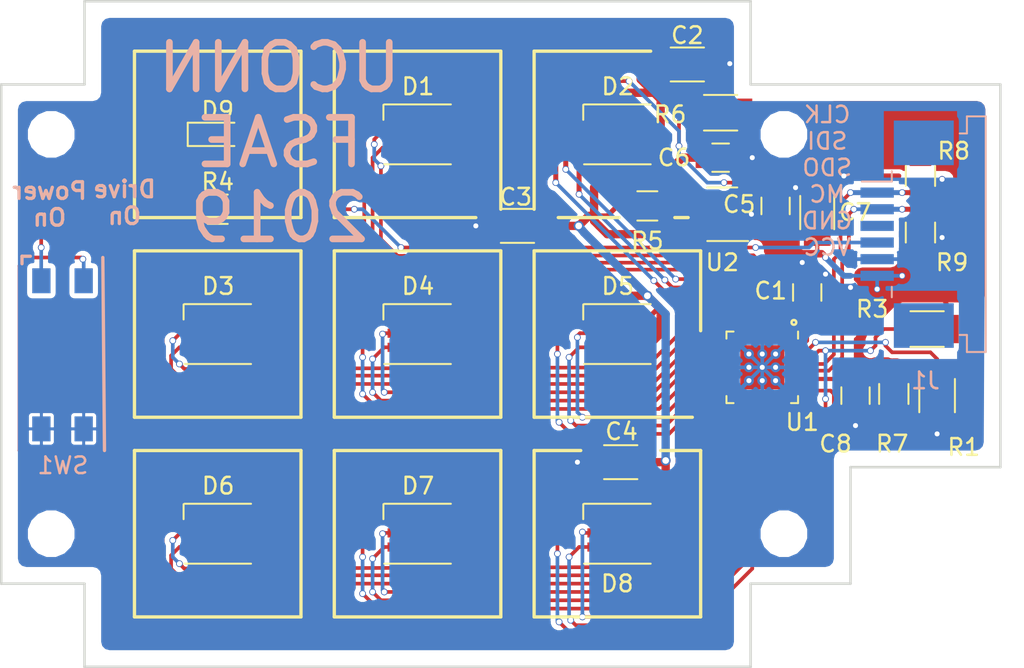
<source format=kicad_pcb>
(kicad_pcb (version 20171130) (host pcbnew "(5.0.2)-1")

  (general
    (thickness 1.6)
    (drawings 91)
    (tracks 615)
    (zones 0)
    (modules 33)
    (nets 40)
  )

  (page A4)
  (layers
    (0 F.Cu signal)
    (31 B.Cu signal)
    (32 B.Adhes user hide)
    (33 F.Adhes user hide)
    (34 B.Paste user hide)
    (35 F.Paste user hide)
    (36 B.SilkS user hide)
    (37 F.SilkS user)
    (38 B.Mask user hide)
    (39 F.Mask user hide)
    (40 Dwgs.User user hide)
    (41 Cmts.User user hide)
    (42 Eco1.User user hide)
    (43 Eco2.User user hide)
    (44 Edge.Cuts user)
    (45 Margin user hide)
    (46 B.CrtYd user)
    (47 F.CrtYd user hide)
    (48 B.Fab user hide)
    (49 F.Fab user hide)
  )

  (setup
    (last_trace_width 0.22)
    (user_trace_width 0.3)
    (user_trace_width 0.5)
    (user_trace_width 1)
    (trace_clearance 0.17)
    (zone_clearance 0.508)
    (zone_45_only yes)
    (trace_min 0.16)
    (segment_width 0.2)
    (edge_width 0.15)
    (via_size 0.4)
    (via_drill 0.3)
    (via_min_size 0.4)
    (via_min_drill 0.3)
    (uvia_size 0.3)
    (uvia_drill 0.1)
    (uvias_allowed no)
    (uvia_min_size 0.2)
    (uvia_min_drill 0.1)
    (pcb_text_width 0.3)
    (pcb_text_size 1.5 1.5)
    (mod_edge_width 0.15)
    (mod_text_size 1 1)
    (mod_text_width 0.15)
    (pad_size 1.2875 1.2875)
    (pad_drill 0)
    (pad_to_mask_clearance 0.0508)
    (solder_mask_min_width 0.25)
    (aux_axis_origin 0 0)
    (visible_elements 7FFFFFF9)
    (pcbplotparams
      (layerselection 0x010fc_ffffffff)
      (usegerberextensions true)
      (usegerberattributes false)
      (usegerberadvancedattributes false)
      (creategerberjobfile false)
      (excludeedgelayer true)
      (linewidth 0.100000)
      (plotframeref false)
      (viasonmask false)
      (mode 1)
      (useauxorigin false)
      (hpglpennumber 1)
      (hpglpenspeed 20)
      (hpglpendiameter 15.000000)
      (psnegative false)
      (psa4output false)
      (plotreference true)
      (plotvalue true)
      (plotinvisibletext false)
      (padsonsilk false)
      (subtractmaskfromsilk true)
      (outputformat 1)
      (mirror false)
      (drillshape 0)
      (scaleselection 1)
      (outputdirectory "CAM/"))
  )

  (net 0 "")
  (net 1 "Net-(D9-Pad1)")
  (net 2 "Net-(R1-Pad1)")
  (net 3 "Net-(R5-Pad2)")
  (net 4 /LED_Power)
  (net 5 /B0)
  (net 6 /R0)
  (net 7 /G0)
  (net 8 /B1)
  (net 9 /R1)
  (net 10 /G1)
  (net 11 /B2)
  (net 12 /R2)
  (net 13 /G2)
  (net 14 /B3)
  (net 15 /R3)
  (net 16 /G3)
  (net 17 /B4)
  (net 18 /R4)
  (net 19 /G4)
  (net 20 /B5)
  (net 21 /R5)
  (net 22 /G5)
  (net 23 /B6)
  (net 24 /R6)
  (net 25 /G6)
  (net 26 /B7)
  (net 27 /R7)
  (net 28 /G7)
  (net 29 /SDI)
  (net 30 /SDO)
  (net 31 /CLK)
  (net 32 /MC)
  (net 33 /OE)
  (net 34 /EN)
  (net 35 /VCC)
  (net 36 /GND)
  (net 37 "Net-(C6-Pad2)")
  (net 38 "Net-(R7-Pad1)")
  (net 39 "Net-(C1-Pad2)")

  (net_class Default "This is the default net class."
    (clearance 0.17)
    (trace_width 0.22)
    (via_dia 0.4)
    (via_drill 0.3)
    (uvia_dia 0.3)
    (uvia_drill 0.1)
    (add_net /B0)
    (add_net /B1)
    (add_net /B2)
    (add_net /B3)
    (add_net /B4)
    (add_net /B5)
    (add_net /B6)
    (add_net /B7)
    (add_net /CLK)
    (add_net /EN)
    (add_net /G0)
    (add_net /G1)
    (add_net /G2)
    (add_net /G3)
    (add_net /G4)
    (add_net /G5)
    (add_net /G6)
    (add_net /G7)
    (add_net /GND)
    (add_net /MC)
    (add_net /OE)
    (add_net /R0)
    (add_net /R1)
    (add_net /R2)
    (add_net /R3)
    (add_net /R4)
    (add_net /R5)
    (add_net /R6)
    (add_net /R7)
    (add_net /SDI)
    (add_net /SDO)
    (add_net /VCC)
    (add_net "Net-(C1-Pad2)")
    (add_net "Net-(C6-Pad2)")
    (add_net "Net-(D9-Pad1)")
    (add_net "Net-(R1-Pad1)")
    (add_net "Net-(R7-Pad1)")
  )

  (net_class Wide ""
    (clearance 0.2)
    (trace_width 0.5)
    (via_dia 0.6)
    (via_drill 0.4)
    (uvia_dia 0.3)
    (uvia_drill 0.1)
    (add_net /LED_Power)
    (add_net "Net-(R5-Pad2)")
  )

  (module TI_Additions:VQFN-32-1EP_4x4mm_Pitch0.4mm (layer F.Cu) (tedit 5CC3D7A4) (tstamp 5CC0C591)
    (at 214.7 130 270)
    (descr "L32.4x4A; 32 LEAD QUAD FLAT NO-LEAD PLASTIC PACKAGE; (see Intersil l32.4x4a.pdf)")
    (tags "QFN 0.4")
    (path /5CC35735)
    (attr smd)
    (fp_text reference U1 (at 3.3 -2.4) (layer F.SilkS)
      (effects (font (size 1 1) (thickness 0.15)))
    )
    (fp_text value LP5024 (at 0 3.2 270) (layer F.Fab)
      (effects (font (size 1 1) (thickness 0.15)))
    )
    (fp_text user %R (at 0 0 270) (layer F.Fab)
      (effects (font (size 0.7 0.7) (thickness 0.1)))
    )
    (fp_line (start 2.15 -2.15) (end 1.725 -2.15) (layer F.SilkS) (width 0.12))
    (fp_line (start 2.15 2.15) (end 1.725 2.15) (layer F.SilkS) (width 0.12))
    (fp_line (start -2.15 2.15) (end -1.725 2.15) (layer F.SilkS) (width 0.12))
    (fp_line (start -2.15 -2.15) (end -1.725 -2.15) (layer F.SilkS) (width 0.12))
    (fp_line (start 2.15 2.15) (end 2.15 1.725) (layer F.SilkS) (width 0.12))
    (fp_line (start -2.15 2.15) (end -2.15 1.725) (layer F.SilkS) (width 0.12))
    (fp_line (start 2.15 -2.15) (end 2.15 -1.725) (layer F.SilkS) (width 0.12))
    (fp_line (start -2.45 2.45) (end 2.45 2.45) (layer F.CrtYd) (width 0.05))
    (fp_line (start -2.45 -2.45) (end 2.45 -2.45) (layer F.CrtYd) (width 0.05))
    (fp_line (start 2.45 -2.45) (end 2.45 2.45) (layer F.CrtYd) (width 0.05))
    (fp_line (start -2.45 -2.45) (end -2.45 2.45) (layer F.CrtYd) (width 0.05))
    (fp_line (start -2 -1) (end -1 -2) (layer F.Fab) (width 0.1))
    (fp_line (start -2 2) (end -2 -1) (layer F.Fab) (width 0.1))
    (fp_line (start 2 2) (end -2 2) (layer F.Fab) (width 0.1))
    (fp_line (start 2 -2) (end 2 2) (layer F.Fab) (width 0.1))
    (fp_line (start -1 -2) (end 2 -2) (layer F.Fab) (width 0.1))
    (fp_circle (center -2.7 -1.9) (end -2.8 -1.8) (layer F.SilkS) (width 0.15))
    (fp_poly (pts (xy 2.5 -2.5) (xy -2.5 -2.5) (xy -2.5 2.5) (xy 2.5 2.5)) (layer B.Mask) (width 0.15))
    (pad 33 smd rect (at -0.6625 -0.6625 270) (size 1.325 1.325) (layers F.Cu F.Paste F.Mask)
      (net 36 /GND) (solder_paste_margin_ratio -0.2))
    (pad 33 smd rect (at -0.6625 0.6625 270) (size 1.325 1.325) (layers F.Cu F.Paste F.Mask)
      (net 36 /GND) (solder_paste_margin_ratio -0.2))
    (pad 33 smd rect (at 0.6625 -0.6625 270) (size 1.325 1.325) (layers F.Cu F.Paste F.Mask)
      (net 36 /GND) (solder_paste_margin_ratio -0.2))
    (pad 33 smd rect (at 0.6625 0.6625 270) (size 1.325 1.325) (layers F.Cu F.Paste F.Mask)
      (net 36 /GND) (solder_paste_margin_ratio -0.2))
    (pad 25 smd rect (at 1.4 -1.95) (size 0.5 0.2) (layers F.Cu F.Paste F.Mask)
      (net 38 "Net-(R7-Pad1)") (solder_mask_margin 0.05))
    (pad 17 smd rect (at 1.95 1.4 270) (size 0.5 0.2) (layers F.Cu F.Paste F.Mask)
      (net 22 /G5) (solder_mask_margin 0.05))
    (pad 9 smd rect (at -1.4 1.95) (size 0.5 0.2) (layers F.Cu F.Paste F.Mask)
      (net 11 /B2) (solder_mask_margin 0.05))
    (pad 1 smd rect (at -1.95 -1.4 270) (size 0.5 0.2) (layers F.Cu F.Paste F.Mask)
      (net 6 /R0) (solder_mask_margin 0.05))
    (pad 25 smd circle (at 1.4 -1.7) (size 0.2 0.2) (layers F.Cu F.Paste F.Mask)
      (net 38 "Net-(R7-Pad1)") (solder_mask_margin 0.05))
    (pad 26 smd rect (at 1 -1.95) (size 0.5 0.2) (layers F.Cu F.Paste F.Mask)
      (net 38 "Net-(R7-Pad1)") (solder_mask_margin 0.05))
    (pad 27 smd rect (at 0.6 -1.95) (size 0.5 0.2) (layers F.Cu F.Paste F.Mask)
      (net 35 /VCC) (solder_mask_margin 0.05))
    (pad 28 smd rect (at 0.2 -1.95) (size 0.5 0.2) (layers F.Cu F.Paste F.Mask)
      (net 29 /SDI) (solder_mask_margin 0.05))
    (pad 29 smd rect (at -0.2 -1.95) (size 0.5 0.2) (layers F.Cu F.Paste F.Mask)
      (net 31 /CLK) (solder_mask_margin 0.05))
    (pad 30 smd rect (at -0.6 -1.95) (size 0.5 0.2) (layers F.Cu F.Paste F.Mask)
      (net 33 /OE) (solder_mask_margin 0.05))
    (pad 31 smd rect (at -1 -1.95) (size 0.5 0.2) (layers F.Cu F.Paste F.Mask)
      (net 2 "Net-(R1-Pad1)") (solder_mask_margin 0.05))
    (pad 32 smd rect (at -1.4 -1.95) (size 0.5 0.2) (layers F.Cu F.Paste F.Mask)
      (net 39 "Net-(C1-Pad2)") (solder_mask_margin 0.05))
    (pad 26 smd circle (at 1 -1.7) (size 0.2 0.2) (layers F.Cu F.Paste F.Mask)
      (net 38 "Net-(R7-Pad1)") (solder_mask_margin 0.05))
    (pad 27 smd circle (at 0.6 -1.7) (size 0.2 0.2) (layers F.Cu F.Paste F.Mask)
      (net 35 /VCC) (solder_mask_margin 0.05))
    (pad 28 smd circle (at 0.2 -1.7) (size 0.2 0.2) (layers F.Cu F.Paste F.Mask)
      (net 29 /SDI) (solder_mask_margin 0.05))
    (pad 29 smd circle (at -0.2 -1.7) (size 0.2 0.2) (layers F.Cu F.Paste F.Mask)
      (net 31 /CLK) (solder_mask_margin 0.05))
    (pad 30 smd circle (at -0.6 -1.7) (size 0.2 0.2) (layers F.Cu F.Paste F.Mask)
      (net 33 /OE) (solder_mask_margin 0.05))
    (pad 31 smd circle (at -1 -1.7) (size 0.2 0.2) (layers F.Cu F.Paste F.Mask)
      (net 2 "Net-(R1-Pad1)") (solder_mask_margin 0.05))
    (pad 32 smd circle (at -1.4 -1.7) (size 0.2 0.2) (layers F.Cu F.Paste F.Mask)
      (net 39 "Net-(C1-Pad2)") (solder_mask_margin 0.05))
    (pad 17 smd circle (at 1.7 1.4 270) (size 0.2 0.2) (layers F.Cu F.Paste F.Mask)
      (net 22 /G5) (solder_mask_margin 0.05))
    (pad 18 smd rect (at 1.95 1 270) (size 0.5 0.2) (layers F.Cu F.Paste F.Mask)
      (net 20 /B5) (solder_mask_margin 0.05))
    (pad 19 smd rect (at 1.95 0.6 270) (size 0.5 0.2) (layers F.Cu F.Paste F.Mask)
      (net 24 /R6) (solder_mask_margin 0.05))
    (pad 20 smd rect (at 1.95 0.2 270) (size 0.5 0.2) (layers F.Cu F.Paste F.Mask)
      (net 25 /G6) (solder_mask_margin 0.05))
    (pad 21 smd rect (at 1.95 -0.2 270) (size 0.5 0.2) (layers F.Cu F.Paste F.Mask)
      (net 23 /B6) (solder_mask_margin 0.05))
    (pad 22 smd rect (at 1.95 -0.6 270) (size 0.5 0.2) (layers F.Cu F.Paste F.Mask)
      (net 27 /R7) (solder_mask_margin 0.05))
    (pad 23 smd rect (at 1.95 -1 270) (size 0.5 0.2) (layers F.Cu F.Paste F.Mask)
      (net 28 /G7) (solder_mask_margin 0.05))
    (pad 24 smd rect (at 1.95 -1.4 270) (size 0.5 0.2) (layers F.Cu F.Paste F.Mask)
      (net 26 /B7) (solder_mask_margin 0.05))
    (pad 18 smd circle (at 1.7 1 270) (size 0.2 0.2) (layers F.Cu F.Paste F.Mask)
      (net 20 /B5) (solder_mask_margin 0.05))
    (pad 19 smd circle (at 1.7 0.6 270) (size 0.2 0.2) (layers F.Cu F.Paste F.Mask)
      (net 24 /R6) (solder_mask_margin 0.05))
    (pad 20 smd circle (at 1.7 0.2 270) (size 0.2 0.2) (layers F.Cu F.Paste F.Mask)
      (net 25 /G6) (solder_mask_margin 0.05))
    (pad 21 smd circle (at 1.7 -0.2 270) (size 0.2 0.2) (layers F.Cu F.Paste F.Mask)
      (net 23 /B6) (solder_mask_margin 0.05))
    (pad 22 smd circle (at 1.7 -0.6 270) (size 0.2 0.2) (layers F.Cu F.Paste F.Mask)
      (net 27 /R7) (solder_mask_margin 0.05))
    (pad 23 smd circle (at 1.7 -1 270) (size 0.2 0.2) (layers F.Cu F.Paste F.Mask)
      (net 28 /G7) (solder_mask_margin 0.05))
    (pad 24 smd circle (at 1.7 -1.4 270) (size 0.2 0.2) (layers F.Cu F.Paste F.Mask)
      (net 26 /B7) (solder_mask_margin 0.05))
    (pad 9 smd circle (at -1.4 1.7) (size 0.2 0.2) (layers F.Cu F.Paste F.Mask)
      (net 11 /B2) (solder_mask_margin 0.05))
    (pad 10 smd rect (at -1 1.95) (size 0.5 0.2) (layers F.Cu F.Paste F.Mask)
      (net 15 /R3) (solder_mask_margin 0.05))
    (pad 11 smd rect (at -0.6 1.95) (size 0.5 0.2) (layers F.Cu F.Paste F.Mask)
      (net 16 /G3) (solder_mask_margin 0.05))
    (pad 12 smd rect (at -0.2 1.95) (size 0.5 0.2) (layers F.Cu F.Paste F.Mask)
      (net 14 /B3) (solder_mask_margin 0.05))
    (pad 13 smd rect (at 0.2 1.95) (size 0.5 0.2) (layers F.Cu F.Paste F.Mask)
      (net 18 /R4) (solder_mask_margin 0.05))
    (pad 14 smd rect (at 0.6 1.95) (size 0.5 0.2) (layers F.Cu F.Paste F.Mask)
      (net 19 /G4) (solder_mask_margin 0.05))
    (pad 15 smd rect (at 1 1.95) (size 0.5 0.2) (layers F.Cu F.Paste F.Mask)
      (net 17 /B4) (solder_mask_margin 0.05))
    (pad 16 smd rect (at 1.4 1.95) (size 0.5 0.2) (layers F.Cu F.Paste F.Mask)
      (net 21 /R5) (solder_mask_margin 0.05))
    (pad 10 smd circle (at -1 1.7) (size 0.2 0.2) (layers F.Cu F.Paste F.Mask)
      (net 15 /R3) (solder_mask_margin 0.05))
    (pad 11 smd circle (at -0.6 1.7) (size 0.2 0.2) (layers F.Cu F.Paste F.Mask)
      (net 16 /G3) (solder_mask_margin 0.05))
    (pad 12 smd circle (at -0.2 1.7) (size 0.2 0.2) (layers F.Cu F.Paste F.Mask)
      (net 14 /B3) (solder_mask_margin 0.05))
    (pad 13 smd circle (at 0.2 1.7) (size 0.2 0.2) (layers F.Cu F.Paste F.Mask)
      (net 18 /R4) (solder_mask_margin 0.05))
    (pad 14 smd circle (at 0.6 1.7) (size 0.2 0.2) (layers F.Cu F.Paste F.Mask)
      (net 19 /G4) (solder_mask_margin 0.05))
    (pad 15 smd circle (at 1 1.7) (size 0.2 0.2) (layers F.Cu F.Paste F.Mask)
      (net 17 /B4) (solder_mask_margin 0.05))
    (pad 16 smd circle (at 1.4 1.7) (size 0.2 0.2) (layers F.Cu F.Paste F.Mask)
      (net 21 /R5) (solder_mask_margin 0.05))
    (pad 1 smd circle (at -1.7 -1.4 270) (size 0.2 0.2) (layers F.Cu F.Paste F.Mask)
      (net 6 /R0) (solder_mask_margin 0.05))
    (pad 2 smd rect (at -1.95 -1 270) (size 0.5 0.2) (layers F.Cu F.Paste F.Mask)
      (net 7 /G0) (solder_mask_margin 0.05))
    (pad 3 smd rect (at -1.95 -0.6 270) (size 0.5 0.2) (layers F.Cu F.Paste F.Mask)
      (net 5 /B0) (solder_mask_margin 0.05))
    (pad 4 smd rect (at -1.95 -0.2 270) (size 0.5 0.2) (layers F.Cu F.Paste F.Mask)
      (net 9 /R1) (solder_mask_margin 0.05))
    (pad 5 smd rect (at -1.95 0.2 270) (size 0.5 0.2) (layers F.Cu F.Paste F.Mask)
      (net 10 /G1) (solder_mask_margin 0.05))
    (pad 6 smd rect (at -1.95 0.6 270) (size 0.5 0.2) (layers F.Cu F.Paste F.Mask)
      (net 8 /B1) (solder_mask_margin 0.05))
    (pad 7 smd rect (at -1.95 1 270) (size 0.5 0.2) (layers F.Cu F.Paste F.Mask)
      (net 12 /R2) (solder_mask_margin 0.05))
    (pad 8 smd rect (at -1.95 1.4 270) (size 0.5 0.2) (layers F.Cu F.Paste F.Mask)
      (net 13 /G2) (solder_mask_margin 0.05))
    (pad 2 smd circle (at -1.7 -1 270) (size 0.2 0.2) (layers F.Cu F.Paste F.Mask)
      (net 7 /G0) (solder_mask_margin 0.05))
    (pad 3 smd circle (at -1.7 -0.6 270) (size 0.2 0.2) (layers F.Cu F.Paste F.Mask)
      (net 5 /B0) (solder_mask_margin 0.05))
    (pad 4 smd circle (at -1.7 -0.2 270) (size 0.2 0.2) (layers F.Cu F.Paste F.Mask)
      (net 9 /R1) (solder_mask_margin 0.05))
    (pad 5 smd circle (at -1.7 0.2 270) (size 0.2 0.2) (layers F.Cu F.Paste F.Mask)
      (net 10 /G1) (solder_mask_margin 0.05))
    (pad 6 smd circle (at -1.7 0.6 270) (size 0.2 0.2) (layers F.Cu F.Paste F.Mask)
      (net 8 /B1) (solder_mask_margin 0.05))
    (pad 7 smd circle (at -1.7 1 270) (size 0.2 0.2) (layers F.Cu F.Paste F.Mask)
      (net 12 /R2) (solder_mask_margin 0.05))
    (pad 8 smd circle (at -1.7 1.4 270) (size 0.2 0.2) (layers F.Cu F.Paste F.Mask)
      (net 13 /G2) (solder_mask_margin 0.05))
    (pad 33 thru_hole circle (at -0.8 -0.8 270) (size 0.6 0.6) (drill 0.3) (layers *.Cu *.Mask)
      (net 36 /GND) (zone_connect 1) (thermal_width 0.25) (thermal_gap 0.25))
    (pad 33 thru_hole circle (at 0 -0.8 270) (size 0.6 0.6) (drill 0.3) (layers *.Cu *.Mask)
      (net 36 /GND) (zone_connect 1) (thermal_width 0.25) (thermal_gap 0.25))
    (pad 33 thru_hole circle (at 0.8 -0.8 270) (size 0.6 0.6) (drill 0.3) (layers *.Cu *.Mask)
      (net 36 /GND) (zone_connect 1) (thermal_width 0.25) (thermal_gap 0.25))
    (pad 33 thru_hole circle (at -0.8 0 270) (size 0.6 0.6) (drill 0.3) (layers *.Cu *.Mask)
      (net 36 /GND) (zone_connect 1) (thermal_width 0.25) (thermal_gap 0.25))
    (pad 33 thru_hole circle (at 0 0 270) (size 0.6 0.6) (drill 0.3) (layers *.Cu *.Mask)
      (net 36 /GND) (zone_connect 1) (thermal_width 0.25) (thermal_gap 0.25))
    (pad 33 thru_hole circle (at 0.8 0 270) (size 0.6 0.6) (drill 0.3) (layers *.Cu *.Mask)
      (net 36 /GND) (zone_connect 1) (thermal_width 0.25) (thermal_gap 0.25))
    (pad 33 thru_hole circle (at -0.8 0.8 270) (size 0.6 0.6) (drill 0.3) (layers *.Cu *.Mask)
      (net 36 /GND) (zone_connect 1) (thermal_width 0.25) (thermal_gap 0.25))
    (pad 33 thru_hole circle (at 0 0.8 270) (size 0.6 0.6) (drill 0.3) (layers *.Cu *.Mask)
      (net 36 /GND) (zone_connect 1) (thermal_width 0.25) (thermal_gap 0.25))
    (pad 33 thru_hole circle (at 0.8 0.8 270) (size 0.6 0.6) (drill 0.3) (layers *.Cu *.Mask)
      (net 36 /GND) (zone_connect 1) (thermal_width 0.25) (thermal_gap 0.25))
    (model ${KISYS3DMOD}/Housings_DFN_QFN.3dshapes/QFN-32-1EP_4x4mm_Pitch0.4mm.wrl
      (at (xyz 0 0 0))
      (scale (xyz 1 1 1))
      (rotate (xyz 0 0 0))
    )
  )

  (module Mounting_Holes:MountingHole_2.2mm_M2 (layer F.Cu) (tedit 5CC3D38B) (tstamp 5CC1DA63)
    (at 216 116)
    (descr "Mounting Hole 2.2mm, no annular, M2")
    (tags "mounting hole 2.2mm no annular m2")
    (attr virtual)
    (fp_text reference REF** (at 0 -3.2) (layer F.SilkS) hide
      (effects (font (size 1 1) (thickness 0.15)))
    )
    (fp_text value MountingHole_2.2mm_M2 (at 0 3.2) (layer F.Fab)
      (effects (font (size 1 1) (thickness 0.15)))
    )
    (fp_circle (center 0 0) (end 2.45 0) (layer F.CrtYd) (width 0.05))
    (fp_circle (center 0 0) (end 2.2 0) (layer Cmts.User) (width 0.15))
    (fp_text user %R (at 0.3 0) (layer F.Fab)
      (effects (font (size 1 1) (thickness 0.15)))
    )
    (pad 1 np_thru_hole circle (at 0 0) (size 2.2 2.2) (drill 2.2) (layers *.Cu *.Mask))
  )

  (module Mounting_Holes:MountingHole_2.2mm_M2 (layer F.Cu) (tedit 5CC3D386) (tstamp 5CC1DA55)
    (at 216 140)
    (descr "Mounting Hole 2.2mm, no annular, M2")
    (tags "mounting hole 2.2mm no annular m2")
    (attr virtual)
    (fp_text reference REF** (at 0 -3.2) (layer F.SilkS) hide
      (effects (font (size 1 1) (thickness 0.15)))
    )
    (fp_text value MountingHole_2.2mm_M2 (at 0 3.2) (layer F.Fab)
      (effects (font (size 1 1) (thickness 0.15)))
    )
    (fp_text user %R (at 0.3 0) (layer F.Fab)
      (effects (font (size 1 1) (thickness 0.15)))
    )
    (fp_circle (center 0 0) (end 2.2 0) (layer Cmts.User) (width 0.15))
    (fp_circle (center 0 0) (end 2.45 0) (layer F.CrtYd) (width 0.05))
    (pad 1 np_thru_hole circle (at 0 0) (size 2.2 2.2) (drill 2.2) (layers *.Cu *.Mask))
  )

  (module Mounting_Holes:MountingHole_2.2mm_M2 (layer F.Cu) (tedit 5CC3D394) (tstamp 5CC1DA47)
    (at 172 140)
    (descr "Mounting Hole 2.2mm, no annular, M2")
    (tags "mounting hole 2.2mm no annular m2")
    (attr virtual)
    (fp_text reference REF** (at 0 -3.2) (layer F.SilkS) hide
      (effects (font (size 1 1) (thickness 0.15)))
    )
    (fp_text value MountingHole_2.2mm_M2 (at 0 3.2) (layer F.Fab)
      (effects (font (size 1 1) (thickness 0.15)))
    )
    (fp_circle (center 0 0) (end 2.45 0) (layer F.CrtYd) (width 0.05))
    (fp_circle (center 0 0) (end 2.2 0) (layer Cmts.User) (width 0.15))
    (fp_text user %R (at 0.3 0) (layer F.Fab)
      (effects (font (size 1 1) (thickness 0.15)))
    )
    (pad 1 np_thru_hole circle (at 0 0) (size 2.2 2.2) (drill 2.2) (layers *.Cu *.Mask))
  )

  (module Capacitors_SMD:C_1206 (layer F.Cu) (tedit 58AA84B8) (tstamp 5BB927C0)
    (at 210.2 111.8)
    (descr "Capacitor SMD 1206, reflow soldering, AVX (see smccp.pdf)")
    (tags "capacitor 1206")
    (path /5BB632BF)
    (attr smd)
    (fp_text reference C2 (at 0 -1.75) (layer F.SilkS)
      (effects (font (size 1 1) (thickness 0.15)))
    )
    (fp_text value 4.7uF (at 0 2) (layer F.Fab)
      (effects (font (size 1 1) (thickness 0.15)))
    )
    (fp_text user %R (at 0 -1.75) (layer F.Fab)
      (effects (font (size 1 1) (thickness 0.15)))
    )
    (fp_line (start -1.6 0.8) (end -1.6 -0.8) (layer F.Fab) (width 0.1))
    (fp_line (start 1.6 0.8) (end -1.6 0.8) (layer F.Fab) (width 0.1))
    (fp_line (start 1.6 -0.8) (end 1.6 0.8) (layer F.Fab) (width 0.1))
    (fp_line (start -1.6 -0.8) (end 1.6 -0.8) (layer F.Fab) (width 0.1))
    (fp_line (start 1 -1.02) (end -1 -1.02) (layer F.SilkS) (width 0.12))
    (fp_line (start -1 1.02) (end 1 1.02) (layer F.SilkS) (width 0.12))
    (fp_line (start -2.25 -1.05) (end 2.25 -1.05) (layer F.CrtYd) (width 0.05))
    (fp_line (start -2.25 -1.05) (end -2.25 1.05) (layer F.CrtYd) (width 0.05))
    (fp_line (start 2.25 1.05) (end 2.25 -1.05) (layer F.CrtYd) (width 0.05))
    (fp_line (start 2.25 1.05) (end -2.25 1.05) (layer F.CrtYd) (width 0.05))
    (pad 1 smd rect (at -1.5 0) (size 1 1.6) (layers F.Cu F.Paste F.Mask)
      (net 4 /LED_Power))
    (pad 2 smd rect (at 1.5 0) (size 1 1.6) (layers F.Cu F.Paste F.Mask)
      (net 36 /GND))
    (model Capacitors_SMD.3dshapes/C_1206.wrl
      (at (xyz 0 0 0))
      (scale (xyz 1 1 1))
      (rotate (xyz 0 0 0))
    )
  )

  (module Capacitors_SMD:C_1206 (layer F.Cu) (tedit 5BC0D5BF) (tstamp 5BB927D1)
    (at 200 121.5 180)
    (descr "Capacitor SMD 1206, reflow soldering, AVX (see smccp.pdf)")
    (tags "capacitor 1206")
    (path /5BB6332B)
    (attr smd)
    (fp_text reference C3 (at 0.102 1.739 180) (layer F.SilkS)
      (effects (font (size 1 1) (thickness 0.15)))
    )
    (fp_text value 4.7uF (at 0 2 180) (layer F.Fab)
      (effects (font (size 1 1) (thickness 0.15)))
    )
    (fp_text user %R (at 0 0 180) (layer F.Fab)
      (effects (font (size 1 1) (thickness 0.15)))
    )
    (fp_line (start -1.6 0.8) (end -1.6 -0.8) (layer F.Fab) (width 0.1))
    (fp_line (start 1.6 0.8) (end -1.6 0.8) (layer F.Fab) (width 0.1))
    (fp_line (start 1.6 -0.8) (end 1.6 0.8) (layer F.Fab) (width 0.1))
    (fp_line (start -1.6 -0.8) (end 1.6 -0.8) (layer F.Fab) (width 0.1))
    (fp_line (start 1 -1.02) (end -1 -1.02) (layer F.SilkS) (width 0.12))
    (fp_line (start -1 1.02) (end 1 1.02) (layer F.SilkS) (width 0.12))
    (fp_line (start -2.25 -1.05) (end 2.25 -1.05) (layer F.CrtYd) (width 0.05))
    (fp_line (start -2.25 -1.05) (end -2.25 1.05) (layer F.CrtYd) (width 0.05))
    (fp_line (start 2.25 1.05) (end 2.25 -1.05) (layer F.CrtYd) (width 0.05))
    (fp_line (start 2.25 1.05) (end -2.25 1.05) (layer F.CrtYd) (width 0.05))
    (pad 1 smd rect (at -1.5 0 180) (size 1 1.6) (layers F.Cu F.Paste F.Mask)
      (net 4 /LED_Power))
    (pad 2 smd rect (at 1.5 0 180) (size 1 1.6) (layers F.Cu F.Paste F.Mask)
      (net 36 /GND))
    (model Capacitors_SMD.3dshapes/C_1206.wrl
      (at (xyz 0 0 0))
      (scale (xyz 1 1 1))
      (rotate (xyz 0 0 0))
    )
  )

  (module Capacitors_SMD:C_1206 (layer F.Cu) (tedit 5BC0D5AA) (tstamp 5BB927E2)
    (at 206.2 135.7 180)
    (descr "Capacitor SMD 1206, reflow soldering, AVX (see smccp.pdf)")
    (tags "capacitor 1206")
    (path /5BB6335E)
    (attr smd)
    (fp_text reference C4 (at -0.048 1.842 180) (layer F.SilkS)
      (effects (font (size 1 1) (thickness 0.15)))
    )
    (fp_text value 4.7uF (at 0 2 180) (layer F.Fab)
      (effects (font (size 1 1) (thickness 0.15)))
    )
    (fp_text user %R (at 0 -0.1 180) (layer F.Fab)
      (effects (font (size 1 1) (thickness 0.15)))
    )
    (fp_line (start -1.6 0.8) (end -1.6 -0.8) (layer F.Fab) (width 0.1))
    (fp_line (start 1.6 0.8) (end -1.6 0.8) (layer F.Fab) (width 0.1))
    (fp_line (start 1.6 -0.8) (end 1.6 0.8) (layer F.Fab) (width 0.1))
    (fp_line (start -1.6 -0.8) (end 1.6 -0.8) (layer F.Fab) (width 0.1))
    (fp_line (start 1 -1.02) (end -1 -1.02) (layer F.SilkS) (width 0.12))
    (fp_line (start -1 1.02) (end 1 1.02) (layer F.SilkS) (width 0.12))
    (fp_line (start -2.25 -1.05) (end 2.25 -1.05) (layer F.CrtYd) (width 0.05))
    (fp_line (start -2.25 -1.05) (end -2.25 1.05) (layer F.CrtYd) (width 0.05))
    (fp_line (start 2.25 1.05) (end 2.25 -1.05) (layer F.CrtYd) (width 0.05))
    (fp_line (start 2.25 1.05) (end -2.25 1.05) (layer F.CrtYd) (width 0.05))
    (pad 1 smd rect (at -1.5 0 180) (size 1 1.6) (layers F.Cu F.Paste F.Mask)
      (net 4 /LED_Power))
    (pad 2 smd rect (at 1.5 0 180) (size 1 1.6) (layers F.Cu F.Paste F.Mask)
      (net 36 /GND))
    (model Capacitors_SMD.3dshapes/C_1206.wrl
      (at (xyz 0 0 0))
      (scale (xyz 1 1 1))
      (rotate (xyz 0 0 0))
    )
  )

  (module Capacitors_SMD:C_1206 (layer F.Cu) (tedit 5BC0D5B7) (tstamp 5BB92815)
    (at 218 120.7 90)
    (descr "Capacitor SMD 1206, reflow soldering, AVX (see smccp.pdf)")
    (tags "capacitor 1206")
    (path /5BB95E92)
    (attr smd)
    (fp_text reference C7 (at 0.014 2.28 180) (layer F.SilkS)
      (effects (font (size 1 1) (thickness 0.15)))
    )
    (fp_text value 4.7uF (at 0 2 90) (layer F.Fab)
      (effects (font (size 1 1) (thickness 0.15)))
    )
    (fp_text user %R (at 0.1 0 90) (layer F.Fab)
      (effects (font (size 1 1) (thickness 0.15)))
    )
    (fp_line (start -1.6 0.8) (end -1.6 -0.8) (layer F.Fab) (width 0.1))
    (fp_line (start 1.6 0.8) (end -1.6 0.8) (layer F.Fab) (width 0.1))
    (fp_line (start 1.6 -0.8) (end 1.6 0.8) (layer F.Fab) (width 0.1))
    (fp_line (start -1.6 -0.8) (end 1.6 -0.8) (layer F.Fab) (width 0.1))
    (fp_line (start 1 -1.02) (end -1 -1.02) (layer F.SilkS) (width 0.12))
    (fp_line (start -1 1.02) (end 1 1.02) (layer F.SilkS) (width 0.12))
    (fp_line (start -2.25 -1.05) (end 2.25 -1.05) (layer F.CrtYd) (width 0.05))
    (fp_line (start -2.25 -1.05) (end -2.25 1.05) (layer F.CrtYd) (width 0.05))
    (fp_line (start 2.25 1.05) (end 2.25 -1.05) (layer F.CrtYd) (width 0.05))
    (fp_line (start 2.25 1.05) (end -2.25 1.05) (layer F.CrtYd) (width 0.05))
    (pad 1 smd rect (at -1.5 0 90) (size 1 1.6) (layers F.Cu F.Paste F.Mask)
      (net 35 /VCC))
    (pad 2 smd rect (at 1.5 0 90) (size 1 1.6) (layers F.Cu F.Paste F.Mask)
      (net 36 /GND))
    (model Capacitors_SMD.3dshapes/C_1206.wrl
      (at (xyz 0 0 0))
      (scale (xyz 1 1 1))
      (rotate (xyz 0 0 0))
    )
  )

  (module LEDs:LED_0805 (layer F.Cu) (tedit 59959803) (tstamp 5BB928E3)
    (at 182 116)
    (descr "LED 0805 smd package")
    (tags "LED led 0805 SMD smd SMT smt smdled SMDLED smtled SMTLED")
    (path /5BB92C7F)
    (attr smd)
    (fp_text reference D9 (at 0 -1.45) (layer F.SilkS)
      (effects (font (size 1 1) (thickness 0.15)))
    )
    (fp_text value LED (at 0 1.55) (layer F.Fab)
      (effects (font (size 1 1) (thickness 0.15)))
    )
    (fp_line (start -1.8 -0.7) (end -1.8 0.7) (layer F.SilkS) (width 0.12))
    (fp_line (start -0.4 -0.4) (end -0.4 0.4) (layer F.Fab) (width 0.1))
    (fp_line (start -0.4 0) (end 0.2 -0.4) (layer F.Fab) (width 0.1))
    (fp_line (start 0.2 0.4) (end -0.4 0) (layer F.Fab) (width 0.1))
    (fp_line (start 0.2 -0.4) (end 0.2 0.4) (layer F.Fab) (width 0.1))
    (fp_line (start 1 0.6) (end -1 0.6) (layer F.Fab) (width 0.1))
    (fp_line (start 1 -0.6) (end 1 0.6) (layer F.Fab) (width 0.1))
    (fp_line (start -1 -0.6) (end 1 -0.6) (layer F.Fab) (width 0.1))
    (fp_line (start -1 0.6) (end -1 -0.6) (layer F.Fab) (width 0.1))
    (fp_line (start -1.8 0.7) (end 1 0.7) (layer F.SilkS) (width 0.12))
    (fp_line (start -1.8 -0.7) (end 1 -0.7) (layer F.SilkS) (width 0.12))
    (fp_line (start 1.95 -0.85) (end 1.95 0.85) (layer F.CrtYd) (width 0.05))
    (fp_line (start 1.95 0.85) (end -1.95 0.85) (layer F.CrtYd) (width 0.05))
    (fp_line (start -1.95 0.85) (end -1.95 -0.85) (layer F.CrtYd) (width 0.05))
    (fp_line (start -1.95 -0.85) (end 1.95 -0.85) (layer F.CrtYd) (width 0.05))
    (fp_text user %R (at 0 -1.25) (layer F.Fab)
      (effects (font (size 0.4 0.4) (thickness 0.1)))
    )
    (pad 2 smd rect (at 1.1 0 180) (size 1.2 1.2) (layers F.Cu F.Paste F.Mask)
      (net 4 /LED_Power))
    (pad 1 smd rect (at -1.1 0 180) (size 1.2 1.2) (layers F.Cu F.Paste F.Mask)
      (net 1 "Net-(D9-Pad1)"))
    (model ${KISYS3DMOD}/LEDs.3dshapes/LED_0805.wrl
      (at (xyz 0 0 0))
      (scale (xyz 1 1 1))
      (rotate (xyz 0 0 180))
    )
  )

  (module Resistors_SMD:R_1206 (layer F.Cu) (tedit 5BC0FA8B) (tstamp 5BB9290E)
    (at 225.2 131.7 270)
    (descr "Resistor SMD 1206, reflow soldering, Vishay (see dcrcw.pdf)")
    (tags "resistor 1206")
    (path /5BB63595)
    (attr smd)
    (fp_text reference R1 (at 3.1 -1.6) (layer F.SilkS)
      (effects (font (size 1 1) (thickness 0.15)))
    )
    (fp_text value 2.45k (at 0 1.95 270) (layer F.Fab)
      (effects (font (size 1 1) (thickness 0.15)))
    )
    (fp_text user %R (at 0 0 270) (layer F.Fab)
      (effects (font (size 0.7 0.7) (thickness 0.105)))
    )
    (fp_line (start -1.6 0.8) (end -1.6 -0.8) (layer F.Fab) (width 0.1))
    (fp_line (start 1.6 0.8) (end -1.6 0.8) (layer F.Fab) (width 0.1))
    (fp_line (start 1.6 -0.8) (end 1.6 0.8) (layer F.Fab) (width 0.1))
    (fp_line (start -1.6 -0.8) (end 1.6 -0.8) (layer F.Fab) (width 0.1))
    (fp_line (start 1 1.07) (end -1 1.07) (layer F.SilkS) (width 0.12))
    (fp_line (start -1 -1.07) (end 1 -1.07) (layer F.SilkS) (width 0.12))
    (fp_line (start -2.15 -1.11) (end 2.15 -1.11) (layer F.CrtYd) (width 0.05))
    (fp_line (start -2.15 -1.11) (end -2.15 1.1) (layer F.CrtYd) (width 0.05))
    (fp_line (start 2.15 1.1) (end 2.15 -1.11) (layer F.CrtYd) (width 0.05))
    (fp_line (start 2.15 1.1) (end -2.15 1.1) (layer F.CrtYd) (width 0.05))
    (pad 1 smd rect (at -1.45 0 270) (size 0.9 1.7) (layers F.Cu F.Paste F.Mask)
      (net 2 "Net-(R1-Pad1)"))
    (pad 2 smd rect (at 1.45 0 270) (size 0.9 1.7) (layers F.Cu F.Paste F.Mask)
      (net 36 /GND))
    (model ${KISYS3DMOD}/Resistors_SMD.3dshapes/R_1206.wrl
      (at (xyz 0 0 0))
      (scale (xyz 1 1 1))
      (rotate (xyz 0 0 0))
    )
  )

  (module Resistors_SMD:R_1206 (layer F.Cu) (tedit 5BC0FA6B) (tstamp 5BB92930)
    (at 224.6 127.7)
    (descr "Resistor SMD 1206, reflow soldering, Vishay (see dcrcw.pdf)")
    (tags "resistor 1206")
    (path /5BB6C1B7)
    (attr smd)
    (fp_text reference R3 (at -3.3 -1.2) (layer F.SilkS)
      (effects (font (size 1 1) (thickness 0.15)))
    )
    (fp_text value 68k (at 0 1.95) (layer F.Fab)
      (effects (font (size 1 1) (thickness 0.15)))
    )
    (fp_text user %R (at 0 0) (layer F.Fab)
      (effects (font (size 0.7 0.7) (thickness 0.105)))
    )
    (fp_line (start -1.6 0.8) (end -1.6 -0.8) (layer F.Fab) (width 0.1))
    (fp_line (start 1.6 0.8) (end -1.6 0.8) (layer F.Fab) (width 0.1))
    (fp_line (start 1.6 -0.8) (end 1.6 0.8) (layer F.Fab) (width 0.1))
    (fp_line (start -1.6 -0.8) (end 1.6 -0.8) (layer F.Fab) (width 0.1))
    (fp_line (start 1 1.07) (end -1 1.07) (layer F.SilkS) (width 0.12))
    (fp_line (start -1 -1.07) (end 1 -1.07) (layer F.SilkS) (width 0.12))
    (fp_line (start -2.15 -1.11) (end 2.15 -1.11) (layer F.CrtYd) (width 0.05))
    (fp_line (start -2.15 -1.11) (end -2.15 1.1) (layer F.CrtYd) (width 0.05))
    (fp_line (start 2.15 1.1) (end 2.15 -1.11) (layer F.CrtYd) (width 0.05))
    (fp_line (start 2.15 1.1) (end -2.15 1.1) (layer F.CrtYd) (width 0.05))
    (pad 1 smd rect (at -1.45 0) (size 0.9 1.7) (layers F.Cu F.Paste F.Mask)
      (net 33 /OE))
    (pad 2 smd rect (at 1.45 0) (size 0.9 1.7) (layers F.Cu F.Paste F.Mask)
      (net 35 /VCC))
    (model ${KISYS3DMOD}/Resistors_SMD.3dshapes/R_1206.wrl
      (at (xyz 0 0 0))
      (scale (xyz 1 1 1))
      (rotate (xyz 0 0 0))
    )
  )

  (module Resistors_SMD:R_1206 (layer F.Cu) (tedit 5BC0D45E) (tstamp 5BB92963)
    (at 212.2 114.7 180)
    (descr "Resistor SMD 1206, reflow soldering, Vishay (see dcrcw.pdf)")
    (tags "resistor 1206")
    (path /5BB95761)
    (attr smd)
    (fp_text reference R6 (at 3.031 -0.108 180) (layer F.SilkS)
      (effects (font (size 1 1) (thickness 0.15)))
    )
    (fp_text value 68k (at 0 1.95 180) (layer F.Fab)
      (effects (font (size 1 1) (thickness 0.15)))
    )
    (fp_text user %R (at 0 0 180) (layer F.Fab)
      (effects (font (size 0.7 0.7) (thickness 0.105)))
    )
    (fp_line (start -1.6 0.8) (end -1.6 -0.8) (layer F.Fab) (width 0.1))
    (fp_line (start 1.6 0.8) (end -1.6 0.8) (layer F.Fab) (width 0.1))
    (fp_line (start 1.6 -0.8) (end 1.6 0.8) (layer F.Fab) (width 0.1))
    (fp_line (start -1.6 -0.8) (end 1.6 -0.8) (layer F.Fab) (width 0.1))
    (fp_line (start 1 1.07) (end -1 1.07) (layer F.SilkS) (width 0.12))
    (fp_line (start -1 -1.07) (end 1 -1.07) (layer F.SilkS) (width 0.12))
    (fp_line (start -2.15 -1.11) (end 2.15 -1.11) (layer F.CrtYd) (width 0.05))
    (fp_line (start -2.15 -1.11) (end -2.15 1.1) (layer F.CrtYd) (width 0.05))
    (fp_line (start 2.15 1.1) (end 2.15 -1.11) (layer F.CrtYd) (width 0.05))
    (fp_line (start 2.15 1.1) (end -2.15 1.1) (layer F.CrtYd) (width 0.05))
    (pad 1 smd rect (at -1.45 0 180) (size 0.9 1.7) (layers F.Cu F.Paste F.Mask)
      (net 35 /VCC))
    (pad 2 smd rect (at 1.45 0 180) (size 0.9 1.7) (layers F.Cu F.Paste F.Mask)
      (net 34 /EN))
    (model ${KISYS3DMOD}/Resistors_SMD.3dshapes/R_1206.wrl
      (at (xyz 0 0 0))
      (scale (xyz 1 1 1))
      (rotate (xyz 0 0 0))
    )
  )

  (module Apem:2.54mm_DIP_Switch_2_Position (layer B.Cu) (tedit 5BB920E4) (tstamp 5BB9296B)
    (at 174.5 122 180)
    (path /5BB6BCEE)
    (fp_text reference SW1 (at 1.8 -13.9 180) (layer B.SilkS)
      (effects (font (size 1 1) (thickness 0.15)) (justify mirror))
    )
    (fp_text value SW_DIP_x02 (at 2 1 180) (layer B.Fab)
      (effects (font (size 1 1) (thickness 0.15)) (justify mirror))
    )
    (pad 1 smd rect (at 0.55 -2.8 180) (size 1.1 1.5) (layers B.Cu B.Paste B.Mask)
      (net 33 /OE))
    (pad 2 smd rect (at 3.09 -2.8 180) (size 1.1 1.5) (layers B.Cu B.Paste B.Mask)
      (net 34 /EN))
    (pad 3 smd rect (at 0.55 -11.7 180) (size 1.1 1.5) (layers B.Cu B.Paste B.Mask)
      (net 36 /GND))
    (pad 4 smd rect (at 3.09 -11.7 180) (size 1.1 1.5) (layers B.Cu B.Paste B.Mask)
      (net 36 /GND))
  )

  (module TO_SOT_Packages_SMD:SOT-23-6 locked (layer F.Cu) (tedit 5BC0F9C1) (tstamp 5BB929D5)
    (at 212.3 120.8 180)
    (descr "6-pin SOT-23 package")
    (tags SOT-23-6)
    (path /5BB93DC6)
    (attr smd)
    (fp_text reference U2 (at 0 -2.9 180) (layer F.SilkS)
      (effects (font (size 1 1) (thickness 0.15)))
    )
    (fp_text value TPS22810-Q1 (at 0 2.9 180) (layer Cmts.User) hide
      (effects (font (size 1 1) (thickness 0.15)))
    )
    (fp_text user %R (at 0 0 270) (layer F.Fab)
      (effects (font (size 0.5 0.5) (thickness 0.075)))
    )
    (fp_line (start -0.9 1.61) (end 0.9 1.61) (layer F.SilkS) (width 0.12))
    (fp_line (start 0.9 -1.61) (end -1.55 -1.61) (layer F.SilkS) (width 0.12))
    (fp_line (start 1.9 -1.8) (end -1.9 -1.8) (layer F.CrtYd) (width 0.05))
    (fp_line (start 1.9 1.8) (end 1.9 -1.8) (layer F.CrtYd) (width 0.05))
    (fp_line (start -1.9 1.8) (end 1.9 1.8) (layer F.CrtYd) (width 0.05))
    (fp_line (start -1.9 -1.8) (end -1.9 1.8) (layer F.CrtYd) (width 0.05))
    (fp_line (start -0.9 -0.9) (end -0.25 -1.55) (layer F.Fab) (width 0.1))
    (fp_line (start 0.9 -1.55) (end -0.25 -1.55) (layer F.Fab) (width 0.1))
    (fp_line (start -0.9 -0.9) (end -0.9 1.55) (layer F.Fab) (width 0.1))
    (fp_line (start 0.9 1.55) (end -0.9 1.55) (layer F.Fab) (width 0.1))
    (fp_line (start 0.9 -1.55) (end 0.9 1.55) (layer F.Fab) (width 0.1))
    (pad 1 smd rect (at -1.1 -0.95 180) (size 1.06 0.65) (layers F.Cu F.Paste F.Mask)
      (net 35 /VCC))
    (pad 2 smd rect (at -1.1 0 180) (size 1.06 0.65) (layers F.Cu F.Paste F.Mask)
      (net 36 /GND))
    (pad 3 smd rect (at -1.1 0.95 180) (size 1.06 0.65) (layers F.Cu F.Paste F.Mask)
      (net 34 /EN))
    (pad 4 smd rect (at 1.1 0.95 180) (size 1.06 0.65) (layers F.Cu F.Paste F.Mask)
      (net 37 "Net-(C6-Pad2)"))
    (pad 6 smd rect (at 1.1 -0.95 180) (size 1.06 0.65) (layers F.Cu F.Paste F.Mask)
      (net 4 /LED_Power))
    (pad 5 smd rect (at 1.1 0 180) (size 1.06 0.65) (layers F.Cu F.Paste F.Mask)
      (net 3 "Net-(R5-Pad2)"))
    (model ${KISYS3DMOD}/TO_SOT_Packages_SMD.3dshapes/SOT-23-6.wrl
      (at (xyz 0 0 0))
      (scale (xyz 1 1 1))
      (rotate (xyz 0 0 0))
    )
  )

  (module Connectors_TE-Connectivity:TE_84953-6_1x06_P1.0mm_Horizontal locked (layer B.Cu) (tedit 5BC0A48E) (tstamp 5BB928FD)
    (at 223.4 122 270)
    (descr "TE FPC connector, 06 top-side contacts, 1.0mm pitch, 1.0mm height, SMT, http://www.te.com/commerce/DocumentDelivery/DDEController?Action=srchrtrv&DocNm=84953&DocType=Customer+Drawing&DocLang=English&DocFormat=pdf&PartCntxt=84953-4")
    (tags "te fpc 84953")
    (path /5BB6BCAB)
    (attr smd)
    (fp_text reference J1 (at 8.8 -1.1) (layer B.SilkS)
      (effects (font (size 1 1) (thickness 0.15)) (justify mirror))
    )
    (fp_text value Conn_01x06_Male (at 0 -7.7 270) (layer B.Fab)
      (effects (font (size 1 1) (thickness 0.15)) (justify mirror))
    )
    (fp_line (start -5.935 0.8) (end 5.935 0.8) (layer B.Fab) (width 0.1))
    (fp_line (start 5.935 0.8) (end 5.935 -3.71) (layer B.Fab) (width 0.1))
    (fp_line (start 5.935 -3.71) (end 6.96 -3.71) (layer B.Fab) (width 0.1))
    (fp_line (start 6.96 -3.71) (end 6.96 -4.6) (layer B.Fab) (width 0.1))
    (fp_line (start 6.96 -4.6) (end -6.96 -4.6) (layer B.Fab) (width 0.1))
    (fp_line (start -6.96 -4.6) (end -6.96 -3.71) (layer B.Fab) (width 0.1))
    (fp_line (start -6.96 -3.71) (end -5.935 -3.71) (layer B.Fab) (width 0.1))
    (fp_line (start -5.935 -3.71) (end -5.935 0.8) (layer B.Fab) (width 0.1))
    (fp_line (start -3 0.8) (end -2.5 -0.2) (layer B.Fab) (width 0.1))
    (fp_line (start -2.5 -0.2) (end -2 0.8) (layer B.Fab) (width 0.1))
    (fp_line (start 5.935 -4.6) (end 5.935 -5.61) (layer B.Fab) (width 0.1))
    (fp_line (start 5.935 -5.61) (end 6.96 -5.61) (layer B.Fab) (width 0.1))
    (fp_line (start 6.96 -5.61) (end 6.96 -6.5) (layer B.Fab) (width 0.1))
    (fp_line (start 6.96 -6.5) (end -6.96 -6.5) (layer B.Fab) (width 0.1))
    (fp_line (start -6.96 -6.5) (end -6.96 -5.61) (layer B.Fab) (width 0.1))
    (fp_line (start -6.96 -5.61) (end -5.935 -5.61) (layer B.Fab) (width 0.1))
    (fp_line (start -5.935 -5.61) (end -5.935 -4.6) (layer B.Fab) (width 0.1))
    (fp_line (start 6.055 -3.16) (end 6.055 -3.59) (layer B.SilkS) (width 0.12))
    (fp_line (start 6.055 -3.59) (end 7.08 -3.59) (layer B.SilkS) (width 0.12))
    (fp_line (start 7.08 -3.59) (end 7.08 -4.72) (layer B.SilkS) (width 0.12))
    (fp_line (start 7.08 -4.72) (end -7.08 -4.72) (layer B.SilkS) (width 0.12))
    (fp_line (start -7.08 -4.72) (end -7.08 -3.59) (layer B.SilkS) (width 0.12))
    (fp_line (start -7.08 -3.59) (end -6.055 -3.59) (layer B.SilkS) (width 0.12))
    (fp_line (start -6.055 -3.59) (end -6.055 -3.16) (layer B.SilkS) (width 0.12))
    (fp_line (start -3.79 0.92) (end -3.165 0.92) (layer B.SilkS) (width 0.12))
    (fp_line (start -3.165 0.92) (end -3.165 2.72) (layer B.SilkS) (width 0.12))
    (fp_line (start 3.165 0.92) (end 3.79 0.92) (layer B.SilkS) (width 0.12))
    (fp_line (start -7.46 3.3) (end -7.46 -7) (layer B.CrtYd) (width 0.05))
    (fp_line (start -7.46 -7) (end 7.46 -7) (layer B.CrtYd) (width 0.05))
    (fp_line (start 7.46 -7) (end 7.46 3.3) (layer B.CrtYd) (width 0.05))
    (fp_line (start 7.46 3.3) (end -7.46 3.3) (layer B.CrtYd) (width 0.05))
    (fp_text user %R (at 0 -1 270) (layer B.Fab)
      (effects (font (size 1 1) (thickness 0.15)) (justify mirror))
    )
    (pad 1 smd rect (at -2.5 1.8 270) (size 0.61 2) (layers B.Cu B.Paste B.Mask)
      (net 31 /CLK))
    (pad 2 smd rect (at -1.5 1.8 270) (size 0.61 2) (layers B.Cu B.Paste B.Mask)
      (net 29 /SDI))
    (pad 3 smd rect (at -0.5 1.8 270) (size 0.61 2) (layers B.Cu B.Paste B.Mask)
      (net 30 /SDO))
    (pad 4 smd rect (at 0.5 1.8 270) (size 0.61 2) (layers B.Cu B.Paste B.Mask)
      (net 32 /MC))
    (pad 5 smd rect (at 1.5 1.8 270) (size 0.61 2) (layers B.Cu B.Paste B.Mask)
      (net 36 /GND))
    (pad 6 smd rect (at 2.5 1.8 270) (size 0.61 2) (layers B.Cu B.Paste B.Mask)
      (net 35 /VCC))
    (pad "" smd rect (at -5.49 -1 270) (size 2.68 3.6) (layers B.Cu B.Paste B.Mask))
    (pad "" smd rect (at 5.49 -1 270) (size 2.68 3.6) (layers B.Cu B.Paste B.Mask))
    (model ${KISYS3DMOD}/Connectors_TE-Connectivity.3dshapes/TE_84953-6_1x06_P1.0mm_Horizontal.wrl
      (at (xyz 0 0 0))
      (scale (xyz 1 1 1))
      (rotate (xyz 0 0 0))
    )
  )

  (module Capacitors_SMD:C_0805 (layer F.Cu) (tedit 5BC0D5B9) (tstamp 5BB927F3)
    (at 215.5 120.3 270)
    (descr "Capacitor SMD 0805, reflow soldering, AVX (see smccp.pdf)")
    (tags "capacitor 0805")
    (path /5BB945A9)
    (attr smd)
    (fp_text reference C5 (at -0.096 2.186) (layer F.SilkS)
      (effects (font (size 1 1) (thickness 0.15)))
    )
    (fp_text value 1uF (at 0 1.75 270) (layer F.Fab)
      (effects (font (size 1 1) (thickness 0.15)))
    )
    (fp_text user %R (at 0 0.1 270) (layer F.Fab)
      (effects (font (size 1 1) (thickness 0.15)))
    )
    (fp_line (start -1 0.62) (end -1 -0.62) (layer F.Fab) (width 0.1))
    (fp_line (start 1 0.62) (end -1 0.62) (layer F.Fab) (width 0.1))
    (fp_line (start 1 -0.62) (end 1 0.62) (layer F.Fab) (width 0.1))
    (fp_line (start -1 -0.62) (end 1 -0.62) (layer F.Fab) (width 0.1))
    (fp_line (start 0.5 -0.85) (end -0.5 -0.85) (layer F.SilkS) (width 0.12))
    (fp_line (start -0.5 0.85) (end 0.5 0.85) (layer F.SilkS) (width 0.12))
    (fp_line (start -1.75 -0.88) (end 1.75 -0.88) (layer F.CrtYd) (width 0.05))
    (fp_line (start -1.75 -0.88) (end -1.75 0.87) (layer F.CrtYd) (width 0.05))
    (fp_line (start 1.75 0.87) (end 1.75 -0.88) (layer F.CrtYd) (width 0.05))
    (fp_line (start 1.75 0.87) (end -1.75 0.87) (layer F.CrtYd) (width 0.05))
    (pad 1 smd rect (at -1 0 270) (size 1 1.25) (layers F.Cu F.Paste F.Mask)
      (net 36 /GND))
    (pad 2 smd rect (at 1 0 270) (size 1 1.25) (layers F.Cu F.Paste F.Mask)
      (net 35 /VCC))
    (model Capacitors_SMD.3dshapes/C_0805.wrl
      (at (xyz 0 0 0))
      (scale (xyz 1 1 1))
      (rotate (xyz 0 0 0))
    )
  )

  (module Capacitors_SMD:C_0805 (layer F.Cu) (tedit 5BC0D5C5) (tstamp 5BB927AF)
    (at 217.4 125.5 270)
    (descr "Capacitor SMD 0805, reflow soldering, AVX (see smccp.pdf)")
    (tags "capacitor 0805")
    (path /5BB63633)
    (attr smd)
    (fp_text reference C1 (at -0.097 2.196) (layer F.SilkS)
      (effects (font (size 1 1) (thickness 0.15)))
    )
    (fp_text value 1uF (at 0 -2.8 270) (layer F.Fab)
      (effects (font (size 1 1) (thickness 0.15)))
    )
    (fp_text user %R (at 0.1 0 270) (layer F.Fab)
      (effects (font (size 1 1) (thickness 0.15)))
    )
    (fp_line (start -1 0.62) (end -1 -0.62) (layer F.Fab) (width 0.1))
    (fp_line (start 1 0.62) (end -1 0.62) (layer F.Fab) (width 0.1))
    (fp_line (start 1 -0.62) (end 1 0.62) (layer F.Fab) (width 0.1))
    (fp_line (start -1 -0.62) (end 1 -0.62) (layer F.Fab) (width 0.1))
    (fp_line (start 0.5 -0.85) (end -0.5 -0.85) (layer F.SilkS) (width 0.12))
    (fp_line (start -0.5 0.85) (end 0.5 0.85) (layer F.SilkS) (width 0.12))
    (fp_line (start -1.75 -0.88) (end 1.75 -0.88) (layer F.CrtYd) (width 0.05))
    (fp_line (start -1.75 -0.88) (end -1.75 0.87) (layer F.CrtYd) (width 0.05))
    (fp_line (start 1.75 0.87) (end 1.75 -0.88) (layer F.CrtYd) (width 0.05))
    (fp_line (start 1.75 0.87) (end -1.75 0.87) (layer F.CrtYd) (width 0.05))
    (pad 1 smd rect (at -1 0 270) (size 1 1.25) (layers F.Cu F.Paste F.Mask)
      (net 36 /GND))
    (pad 2 smd rect (at 1 0 270) (size 1 1.25) (layers F.Cu F.Paste F.Mask)
      (net 39 "Net-(C1-Pad2)"))
    (model Capacitors_SMD.3dshapes/C_0805.wrl
      (at (xyz 0 0 0))
      (scale (xyz 1 1 1))
      (rotate (xyz 0 0 0))
    )
  )

  (module Resistors_SMD:R_0805 (layer F.Cu) (tedit 58E0A804) (tstamp 5BB92952)
    (at 207.8 120.3)
    (descr "Resistor SMD 0805, reflow soldering, Vishay (see dcrcw.pdf)")
    (tags "resistor 0805")
    (path /5BB96EE4)
    (attr smd)
    (fp_text reference R5 (at 0 2.1) (layer F.SilkS)
      (effects (font (size 1 1) (thickness 0.15)))
    )
    (fp_text value 86.6 (at 0 1.75) (layer F.Fab)
      (effects (font (size 1 1) (thickness 0.15)))
    )
    (fp_text user %R (at 0 0) (layer F.Fab)
      (effects (font (size 0.5 0.5) (thickness 0.075)))
    )
    (fp_line (start -1 0.62) (end -1 -0.62) (layer F.Fab) (width 0.1))
    (fp_line (start 1 0.62) (end -1 0.62) (layer F.Fab) (width 0.1))
    (fp_line (start 1 -0.62) (end 1 0.62) (layer F.Fab) (width 0.1))
    (fp_line (start -1 -0.62) (end 1 -0.62) (layer F.Fab) (width 0.1))
    (fp_line (start 0.6 0.88) (end -0.6 0.88) (layer F.SilkS) (width 0.12))
    (fp_line (start -0.6 -0.88) (end 0.6 -0.88) (layer F.SilkS) (width 0.12))
    (fp_line (start -1.55 -0.9) (end 1.55 -0.9) (layer F.CrtYd) (width 0.05))
    (fp_line (start -1.55 -0.9) (end -1.55 0.9) (layer F.CrtYd) (width 0.05))
    (fp_line (start 1.55 0.9) (end 1.55 -0.9) (layer F.CrtYd) (width 0.05))
    (fp_line (start 1.55 0.9) (end -1.55 0.9) (layer F.CrtYd) (width 0.05))
    (pad 1 smd rect (at -0.95 0) (size 0.7 1.3) (layers F.Cu F.Paste F.Mask)
      (net 4 /LED_Power))
    (pad 2 smd rect (at 0.95 0) (size 0.7 1.3) (layers F.Cu F.Paste F.Mask)
      (net 3 "Net-(R5-Pad2)"))
    (model ${KISYS3DMOD}/Resistors_SMD.3dshapes/R_0805.wrl
      (at (xyz 0 0 0))
      (scale (xyz 1 1 1))
      (rotate (xyz 0 0 0))
    )
  )

  (module Resistors_SMD:R_0805 (layer F.Cu) (tedit 58E0A804) (tstamp 5BB92941)
    (at 182 120.5)
    (descr "Resistor SMD 0805, reflow soldering, Vishay (see dcrcw.pdf)")
    (tags "resistor 0805")
    (path /5BB9304C)
    (attr smd)
    (fp_text reference R4 (at 0 -1.65) (layer F.SilkS)
      (effects (font (size 1 1) (thickness 0.15)))
    )
    (fp_text value 86.6 (at 0 1.75) (layer F.Fab)
      (effects (font (size 1 1) (thickness 0.15)))
    )
    (fp_text user %R (at 0 0) (layer F.Fab)
      (effects (font (size 0.5 0.5) (thickness 0.075)))
    )
    (fp_line (start -1 0.62) (end -1 -0.62) (layer F.Fab) (width 0.1))
    (fp_line (start 1 0.62) (end -1 0.62) (layer F.Fab) (width 0.1))
    (fp_line (start 1 -0.62) (end 1 0.62) (layer F.Fab) (width 0.1))
    (fp_line (start -1 -0.62) (end 1 -0.62) (layer F.Fab) (width 0.1))
    (fp_line (start 0.6 0.88) (end -0.6 0.88) (layer F.SilkS) (width 0.12))
    (fp_line (start -0.6 -0.88) (end 0.6 -0.88) (layer F.SilkS) (width 0.12))
    (fp_line (start -1.55 -0.9) (end 1.55 -0.9) (layer F.CrtYd) (width 0.05))
    (fp_line (start -1.55 -0.9) (end -1.55 0.9) (layer F.CrtYd) (width 0.05))
    (fp_line (start 1.55 0.9) (end 1.55 -0.9) (layer F.CrtYd) (width 0.05))
    (fp_line (start 1.55 0.9) (end -1.55 0.9) (layer F.CrtYd) (width 0.05))
    (pad 1 smd rect (at -0.95 0) (size 0.7 1.3) (layers F.Cu F.Paste F.Mask)
      (net 1 "Net-(D9-Pad1)"))
    (pad 2 smd rect (at 0.95 0) (size 0.7 1.3) (layers F.Cu F.Paste F.Mask)
      (net 32 /MC))
    (model ${KISYS3DMOD}/Resistors_SMD.3dshapes/R_0805.wrl
      (at (xyz 0 0 0))
      (scale (xyz 1 1 1))
      (rotate (xyz 0 0 0))
    )
  )

  (module Wurth:LED_RGB_3528 (layer F.Cu) (tedit 5BC0D423) (tstamp 5BB928CD)
    (at 206 140)
    (descr "RGB LED 3528")
    (tags "RGB LED 3528")
    (path /5BB69A0D)
    (attr smd)
    (fp_text reference D8 (at -0.006 3 180) (layer F.SilkS)
      (effects (font (size 1 1) (thickness 0.15)))
    )
    (fp_text value LED_RGB_Wurth (at 0 2.8) (layer F.Fab)
      (effects (font (size 1 1) (thickness 0.15)))
    )
    (fp_text user GRB (at 0.1 -0.05 90) (layer Cmts.User)
      (effects (font (size 0.8 0.8) (thickness 0.15)))
    )
    (fp_line (start -1.55 -0.8) (end -0.95 -1.4) (layer F.Fab) (width 0.1))
    (fp_line (start -1.6 -1.4) (end -1.6 1.4) (layer F.Fab) (width 0.1))
    (fp_line (start -1.6 1.4) (end 1.6 1.4) (layer F.Fab) (width 0.1))
    (fp_line (start 1.6 1.4) (end 1.6 -1.4) (layer F.Fab) (width 0.1))
    (fp_line (start 1.6 -1.4) (end -1.6 -1.4) (layer F.Fab) (width 0.1))
    (fp_line (start -2.05 -1.775) (end -2.05 -0.875) (layer F.SilkS) (width 0.12))
    (fp_line (start 2.65 -2) (end 2.65 2) (layer F.CrtYd) (width 0.05))
    (fp_line (start -2.75 -2) (end -2.75 2) (layer F.CrtYd) (width 0.05))
    (fp_line (start -2.75 2) (end 2.65 2) (layer F.CrtYd) (width 0.05))
    (fp_line (start -2.75 -2) (end 2.65 -2) (layer F.CrtYd) (width 0.05))
    (fp_line (start -2 1.8) (end 2 1.8) (layer F.SilkS) (width 0.12))
    (fp_line (start 2 -1.8) (end -2 -1.8) (layer F.SilkS) (width 0.12))
    (pad 1 smd rect (at -1.35 -0.9 90) (size 0.55 0.9) (layers F.Cu F.Paste F.Mask)
      (net 26 /B7))
    (pad 2 smd rect (at 1.35 -0.9 90) (size 0.55 0.9) (layers F.Cu F.Paste F.Mask)
      (net 4 /LED_Power))
    (pad 3 smd rect (at -1.35 -0.05 90) (size 0.55 0.9) (layers F.Cu F.Paste F.Mask)
      (net 27 /R7))
    (pad 4 smd rect (at 1.35 -0.05 90) (size 0.55 0.9) (layers F.Cu F.Paste F.Mask)
      (net 4 /LED_Power))
    (pad 5 smd rect (at -1.35 0.8 90) (size 0.55 0.9) (layers F.Cu F.Paste F.Mask)
      (net 28 /G7))
    (pad 6 smd rect (at 1.35 0.8 90) (size 0.55 0.9) (layers F.Cu F.Paste F.Mask)
      (net 4 /LED_Power))
    (model ${KISYS3DMOD}/LEDs.3dshapes/LED_RGB_PLCC-6.wrl
      (at (xyz 0 0 0))
      (scale (xyz 1 1 1))
      (rotate (xyz 0 0 0))
    )
  )

  (module Wurth:LED_RGB_3528 (layer F.Cu) (tedit 5BB6481F) (tstamp 5BB928B6)
    (at 194 140)
    (descr "RGB LED 3528")
    (tags "RGB LED 3528")
    (path /5BB66862)
    (attr smd)
    (fp_text reference D7 (at 0.025 -2.875 180) (layer F.SilkS)
      (effects (font (size 1 1) (thickness 0.15)))
    )
    (fp_text value LED_RGB_Wurth (at 0 2.8) (layer F.Fab)
      (effects (font (size 1 1) (thickness 0.15)))
    )
    (fp_text user GRB (at 0.1 -0.05 90) (layer Cmts.User)
      (effects (font (size 0.8 0.8) (thickness 0.15)))
    )
    (fp_line (start -1.55 -0.8) (end -0.95 -1.4) (layer F.Fab) (width 0.1))
    (fp_line (start -1.6 -1.4) (end -1.6 1.4) (layer F.Fab) (width 0.1))
    (fp_line (start -1.6 1.4) (end 1.6 1.4) (layer F.Fab) (width 0.1))
    (fp_line (start 1.6 1.4) (end 1.6 -1.4) (layer F.Fab) (width 0.1))
    (fp_line (start 1.6 -1.4) (end -1.6 -1.4) (layer F.Fab) (width 0.1))
    (fp_line (start -2.05 -1.775) (end -2.05 -0.875) (layer F.SilkS) (width 0.12))
    (fp_line (start 2.65 -2) (end 2.65 2) (layer F.CrtYd) (width 0.05))
    (fp_line (start -2.75 -2) (end -2.75 2) (layer F.CrtYd) (width 0.05))
    (fp_line (start -2.75 2) (end 2.65 2) (layer F.CrtYd) (width 0.05))
    (fp_line (start -2.75 -2) (end 2.65 -2) (layer F.CrtYd) (width 0.05))
    (fp_line (start -2 1.8) (end 2 1.8) (layer F.SilkS) (width 0.12))
    (fp_line (start 2 -1.8) (end -2 -1.8) (layer F.SilkS) (width 0.12))
    (pad 1 smd rect (at -1.35 -0.9 90) (size 0.55 0.9) (layers F.Cu F.Paste F.Mask)
      (net 23 /B6))
    (pad 2 smd rect (at 1.35 -0.9 90) (size 0.55 0.9) (layers F.Cu F.Paste F.Mask)
      (net 4 /LED_Power))
    (pad 3 smd rect (at -1.35 -0.05 90) (size 0.55 0.9) (layers F.Cu F.Paste F.Mask)
      (net 24 /R6))
    (pad 4 smd rect (at 1.35 -0.05 90) (size 0.55 0.9) (layers F.Cu F.Paste F.Mask)
      (net 4 /LED_Power))
    (pad 5 smd rect (at -1.35 0.8 90) (size 0.55 0.9) (layers F.Cu F.Paste F.Mask)
      (net 25 /G6))
    (pad 6 smd rect (at 1.35 0.8 90) (size 0.55 0.9) (layers F.Cu F.Paste F.Mask)
      (net 4 /LED_Power))
    (model ${KISYS3DMOD}/LEDs.3dshapes/LED_RGB_PLCC-6.wrl
      (at (xyz 0 0 0))
      (scale (xyz 1 1 1))
      (rotate (xyz 0 0 0))
    )
  )

  (module Wurth:LED_RGB_3528 (layer F.Cu) (tedit 5BB6481F) (tstamp 5BB9289F)
    (at 182 140)
    (descr "RGB LED 3528")
    (tags "RGB LED 3528")
    (path /5BB68097)
    (attr smd)
    (fp_text reference D6 (at 0.025 -2.875 180) (layer F.SilkS)
      (effects (font (size 1 1) (thickness 0.15)))
    )
    (fp_text value LED_RGB_Wurth (at 0 2.8) (layer F.Fab)
      (effects (font (size 1 1) (thickness 0.15)))
    )
    (fp_text user GRB (at 0.1 -0.05 90) (layer Cmts.User)
      (effects (font (size 0.8 0.8) (thickness 0.15)))
    )
    (fp_line (start -1.55 -0.8) (end -0.95 -1.4) (layer F.Fab) (width 0.1))
    (fp_line (start -1.6 -1.4) (end -1.6 1.4) (layer F.Fab) (width 0.1))
    (fp_line (start -1.6 1.4) (end 1.6 1.4) (layer F.Fab) (width 0.1))
    (fp_line (start 1.6 1.4) (end 1.6 -1.4) (layer F.Fab) (width 0.1))
    (fp_line (start 1.6 -1.4) (end -1.6 -1.4) (layer F.Fab) (width 0.1))
    (fp_line (start -2.05 -1.775) (end -2.05 -0.875) (layer F.SilkS) (width 0.12))
    (fp_line (start 2.65 -2) (end 2.65 2) (layer F.CrtYd) (width 0.05))
    (fp_line (start -2.75 -2) (end -2.75 2) (layer F.CrtYd) (width 0.05))
    (fp_line (start -2.75 2) (end 2.65 2) (layer F.CrtYd) (width 0.05))
    (fp_line (start -2.75 -2) (end 2.65 -2) (layer F.CrtYd) (width 0.05))
    (fp_line (start -2 1.8) (end 2 1.8) (layer F.SilkS) (width 0.12))
    (fp_line (start 2 -1.8) (end -2 -1.8) (layer F.SilkS) (width 0.12))
    (pad 1 smd rect (at -1.35 -0.9 90) (size 0.55 0.9) (layers F.Cu F.Paste F.Mask)
      (net 20 /B5))
    (pad 2 smd rect (at 1.35 -0.9 90) (size 0.55 0.9) (layers F.Cu F.Paste F.Mask)
      (net 4 /LED_Power))
    (pad 3 smd rect (at -1.35 -0.05 90) (size 0.55 0.9) (layers F.Cu F.Paste F.Mask)
      (net 21 /R5))
    (pad 4 smd rect (at 1.35 -0.05 90) (size 0.55 0.9) (layers F.Cu F.Paste F.Mask)
      (net 4 /LED_Power))
    (pad 5 smd rect (at -1.35 0.8 90) (size 0.55 0.9) (layers F.Cu F.Paste F.Mask)
      (net 22 /G5))
    (pad 6 smd rect (at 1.35 0.8 90) (size 0.55 0.9) (layers F.Cu F.Paste F.Mask)
      (net 4 /LED_Power))
    (model ${KISYS3DMOD}/LEDs.3dshapes/LED_RGB_PLCC-6.wrl
      (at (xyz 0 0 0))
      (scale (xyz 1 1 1))
      (rotate (xyz 0 0 0))
    )
  )

  (module Wurth:LED_RGB_3528 (layer F.Cu) (tedit 5BB6481F) (tstamp 5BB92888)
    (at 206 128)
    (descr "RGB LED 3528")
    (tags "RGB LED 3528")
    (path /5BB681DA)
    (attr smd)
    (fp_text reference D5 (at 0.025 -2.875 180) (layer F.SilkS)
      (effects (font (size 1 1) (thickness 0.15)))
    )
    (fp_text value LED_RGB_Wurth (at 0 2.8) (layer F.Fab)
      (effects (font (size 1 1) (thickness 0.15)))
    )
    (fp_text user GRB (at 0.1 -0.05 90) (layer Cmts.User)
      (effects (font (size 0.8 0.8) (thickness 0.15)))
    )
    (fp_line (start -1.55 -0.8) (end -0.95 -1.4) (layer F.Fab) (width 0.1))
    (fp_line (start -1.6 -1.4) (end -1.6 1.4) (layer F.Fab) (width 0.1))
    (fp_line (start -1.6 1.4) (end 1.6 1.4) (layer F.Fab) (width 0.1))
    (fp_line (start 1.6 1.4) (end 1.6 -1.4) (layer F.Fab) (width 0.1))
    (fp_line (start 1.6 -1.4) (end -1.6 -1.4) (layer F.Fab) (width 0.1))
    (fp_line (start -2.05 -1.775) (end -2.05 -0.875) (layer F.SilkS) (width 0.12))
    (fp_line (start 2.65 -2) (end 2.65 2) (layer F.CrtYd) (width 0.05))
    (fp_line (start -2.75 -2) (end -2.75 2) (layer F.CrtYd) (width 0.05))
    (fp_line (start -2.75 2) (end 2.65 2) (layer F.CrtYd) (width 0.05))
    (fp_line (start -2.75 -2) (end 2.65 -2) (layer F.CrtYd) (width 0.05))
    (fp_line (start -2 1.8) (end 2 1.8) (layer F.SilkS) (width 0.12))
    (fp_line (start 2 -1.8) (end -2 -1.8) (layer F.SilkS) (width 0.12))
    (pad 1 smd rect (at -1.35 -0.9 90) (size 0.55 0.9) (layers F.Cu F.Paste F.Mask)
      (net 17 /B4))
    (pad 2 smd rect (at 1.35 -0.9 90) (size 0.55 0.9) (layers F.Cu F.Paste F.Mask)
      (net 4 /LED_Power))
    (pad 3 smd rect (at -1.35 -0.05 90) (size 0.55 0.9) (layers F.Cu F.Paste F.Mask)
      (net 18 /R4))
    (pad 4 smd rect (at 1.35 -0.05 90) (size 0.55 0.9) (layers F.Cu F.Paste F.Mask)
      (net 4 /LED_Power))
    (pad 5 smd rect (at -1.35 0.8 90) (size 0.55 0.9) (layers F.Cu F.Paste F.Mask)
      (net 19 /G4))
    (pad 6 smd rect (at 1.35 0.8 90) (size 0.55 0.9) (layers F.Cu F.Paste F.Mask)
      (net 4 /LED_Power))
    (model ${KISYS3DMOD}/LEDs.3dshapes/LED_RGB_PLCC-6.wrl
      (at (xyz 0 0 0))
      (scale (xyz 1 1 1))
      (rotate (xyz 0 0 0))
    )
  )

  (module Wurth:LED_RGB_3528 (layer F.Cu) (tedit 5BB6481F) (tstamp 5BB92871)
    (at 194 128)
    (descr "RGB LED 3528")
    (tags "RGB LED 3528")
    (path /5BB68394)
    (attr smd)
    (fp_text reference D4 (at 0.025 -2.875 180) (layer F.SilkS)
      (effects (font (size 1 1) (thickness 0.15)))
    )
    (fp_text value LED_RGB_Wurth (at 0 2.8) (layer F.Fab)
      (effects (font (size 1 1) (thickness 0.15)))
    )
    (fp_text user GRB (at 0.1 -0.05 90) (layer Cmts.User)
      (effects (font (size 0.8 0.8) (thickness 0.15)))
    )
    (fp_line (start -1.55 -0.8) (end -0.95 -1.4) (layer F.Fab) (width 0.1))
    (fp_line (start -1.6 -1.4) (end -1.6 1.4) (layer F.Fab) (width 0.1))
    (fp_line (start -1.6 1.4) (end 1.6 1.4) (layer F.Fab) (width 0.1))
    (fp_line (start 1.6 1.4) (end 1.6 -1.4) (layer F.Fab) (width 0.1))
    (fp_line (start 1.6 -1.4) (end -1.6 -1.4) (layer F.Fab) (width 0.1))
    (fp_line (start -2.05 -1.775) (end -2.05 -0.875) (layer F.SilkS) (width 0.12))
    (fp_line (start 2.65 -2) (end 2.65 2) (layer F.CrtYd) (width 0.05))
    (fp_line (start -2.75 -2) (end -2.75 2) (layer F.CrtYd) (width 0.05))
    (fp_line (start -2.75 2) (end 2.65 2) (layer F.CrtYd) (width 0.05))
    (fp_line (start -2.75 -2) (end 2.65 -2) (layer F.CrtYd) (width 0.05))
    (fp_line (start -2 1.8) (end 2 1.8) (layer F.SilkS) (width 0.12))
    (fp_line (start 2 -1.8) (end -2 -1.8) (layer F.SilkS) (width 0.12))
    (pad 1 smd rect (at -1.35 -0.9 90) (size 0.55 0.9) (layers F.Cu F.Paste F.Mask)
      (net 14 /B3))
    (pad 2 smd rect (at 1.35 -0.9 90) (size 0.55 0.9) (layers F.Cu F.Paste F.Mask)
      (net 4 /LED_Power))
    (pad 3 smd rect (at -1.35 -0.05 90) (size 0.55 0.9) (layers F.Cu F.Paste F.Mask)
      (net 15 /R3))
    (pad 4 smd rect (at 1.35 -0.05 90) (size 0.55 0.9) (layers F.Cu F.Paste F.Mask)
      (net 4 /LED_Power))
    (pad 5 smd rect (at -1.35 0.8 90) (size 0.55 0.9) (layers F.Cu F.Paste F.Mask)
      (net 16 /G3))
    (pad 6 smd rect (at 1.35 0.8 90) (size 0.55 0.9) (layers F.Cu F.Paste F.Mask)
      (net 4 /LED_Power))
    (model ${KISYS3DMOD}/LEDs.3dshapes/LED_RGB_PLCC-6.wrl
      (at (xyz 0 0 0))
      (scale (xyz 1 1 1))
      (rotate (xyz 0 0 0))
    )
  )

  (module Wurth:LED_RGB_3528 (layer F.Cu) (tedit 5BB6481F) (tstamp 5BB9285A)
    (at 182 128)
    (descr "RGB LED 3528")
    (tags "RGB LED 3528")
    (path /5BB68530)
    (attr smd)
    (fp_text reference D3 (at 0.025 -2.875 180) (layer F.SilkS)
      (effects (font (size 1 1) (thickness 0.15)))
    )
    (fp_text value LED_RGB_Wurth (at 0 2.8) (layer F.Fab)
      (effects (font (size 1 1) (thickness 0.15)))
    )
    (fp_text user GRB (at 0.1 -0.05 90) (layer Cmts.User)
      (effects (font (size 0.8 0.8) (thickness 0.15)))
    )
    (fp_line (start -1.55 -0.8) (end -0.95 -1.4) (layer F.Fab) (width 0.1))
    (fp_line (start -1.6 -1.4) (end -1.6 1.4) (layer F.Fab) (width 0.1))
    (fp_line (start -1.6 1.4) (end 1.6 1.4) (layer F.Fab) (width 0.1))
    (fp_line (start 1.6 1.4) (end 1.6 -1.4) (layer F.Fab) (width 0.1))
    (fp_line (start 1.6 -1.4) (end -1.6 -1.4) (layer F.Fab) (width 0.1))
    (fp_line (start -2.05 -1.775) (end -2.05 -0.875) (layer F.SilkS) (width 0.12))
    (fp_line (start 2.65 -2) (end 2.65 2) (layer F.CrtYd) (width 0.05))
    (fp_line (start -2.75 -2) (end -2.75 2) (layer F.CrtYd) (width 0.05))
    (fp_line (start -2.75 2) (end 2.65 2) (layer F.CrtYd) (width 0.05))
    (fp_line (start -2.75 -2) (end 2.65 -2) (layer F.CrtYd) (width 0.05))
    (fp_line (start -2 1.8) (end 2 1.8) (layer F.SilkS) (width 0.12))
    (fp_line (start 2 -1.8) (end -2 -1.8) (layer F.SilkS) (width 0.12))
    (pad 1 smd rect (at -1.35 -0.9 90) (size 0.55 0.9) (layers F.Cu F.Paste F.Mask)
      (net 11 /B2))
    (pad 2 smd rect (at 1.35 -0.9 90) (size 0.55 0.9) (layers F.Cu F.Paste F.Mask)
      (net 4 /LED_Power))
    (pad 3 smd rect (at -1.35 -0.05 90) (size 0.55 0.9) (layers F.Cu F.Paste F.Mask)
      (net 12 /R2))
    (pad 4 smd rect (at 1.35 -0.05 90) (size 0.55 0.9) (layers F.Cu F.Paste F.Mask)
      (net 4 /LED_Power))
    (pad 5 smd rect (at -1.35 0.8 90) (size 0.55 0.9) (layers F.Cu F.Paste F.Mask)
      (net 13 /G2))
    (pad 6 smd rect (at 1.35 0.8 90) (size 0.55 0.9) (layers F.Cu F.Paste F.Mask)
      (net 4 /LED_Power))
    (model ${KISYS3DMOD}/LEDs.3dshapes/LED_RGB_PLCC-6.wrl
      (at (xyz 0 0 0))
      (scale (xyz 1 1 1))
      (rotate (xyz 0 0 0))
    )
  )

  (module Wurth:LED_RGB_3528 (layer F.Cu) (tedit 5BB6481F) (tstamp 5BB92843)
    (at 206 116)
    (descr "RGB LED 3528")
    (tags "RGB LED 3528")
    (path /5BB68DCF)
    (attr smd)
    (fp_text reference D2 (at 0.025 -2.875 180) (layer F.SilkS)
      (effects (font (size 1 1) (thickness 0.15)))
    )
    (fp_text value LED_RGB_Wurth (at 0 2.8) (layer F.Fab)
      (effects (font (size 1 1) (thickness 0.15)))
    )
    (fp_text user GRB (at 0.1 -0.05 90) (layer Cmts.User)
      (effects (font (size 0.8 0.8) (thickness 0.15)))
    )
    (fp_line (start -1.55 -0.8) (end -0.95 -1.4) (layer F.Fab) (width 0.1))
    (fp_line (start -1.6 -1.4) (end -1.6 1.4) (layer F.Fab) (width 0.1))
    (fp_line (start -1.6 1.4) (end 1.6 1.4) (layer F.Fab) (width 0.1))
    (fp_line (start 1.6 1.4) (end 1.6 -1.4) (layer F.Fab) (width 0.1))
    (fp_line (start 1.6 -1.4) (end -1.6 -1.4) (layer F.Fab) (width 0.1))
    (fp_line (start -2.05 -1.775) (end -2.05 -0.875) (layer F.SilkS) (width 0.12))
    (fp_line (start 2.65 -2) (end 2.65 2) (layer F.CrtYd) (width 0.05))
    (fp_line (start -2.75 -2) (end -2.75 2) (layer F.CrtYd) (width 0.05))
    (fp_line (start -2.75 2) (end 2.65 2) (layer F.CrtYd) (width 0.05))
    (fp_line (start -2.75 -2) (end 2.65 -2) (layer F.CrtYd) (width 0.05))
    (fp_line (start -2 1.8) (end 2 1.8) (layer F.SilkS) (width 0.12))
    (fp_line (start 2 -1.8) (end -2 -1.8) (layer F.SilkS) (width 0.12))
    (pad 1 smd rect (at -1.35 -0.9 90) (size 0.55 0.9) (layers F.Cu F.Paste F.Mask)
      (net 8 /B1))
    (pad 2 smd rect (at 1.35 -0.9 90) (size 0.55 0.9) (layers F.Cu F.Paste F.Mask)
      (net 4 /LED_Power))
    (pad 3 smd rect (at -1.35 -0.05 90) (size 0.55 0.9) (layers F.Cu F.Paste F.Mask)
      (net 9 /R1))
    (pad 4 smd rect (at 1.35 -0.05 90) (size 0.55 0.9) (layers F.Cu F.Paste F.Mask)
      (net 4 /LED_Power))
    (pad 5 smd rect (at -1.35 0.8 90) (size 0.55 0.9) (layers F.Cu F.Paste F.Mask)
      (net 10 /G1))
    (pad 6 smd rect (at 1.35 0.8 90) (size 0.55 0.9) (layers F.Cu F.Paste F.Mask)
      (net 4 /LED_Power))
    (model ${KISYS3DMOD}/LEDs.3dshapes/LED_RGB_PLCC-6.wrl
      (at (xyz 0 0 0))
      (scale (xyz 1 1 1))
      (rotate (xyz 0 0 0))
    )
  )

  (module Wurth:LED_RGB_3528 (layer F.Cu) (tedit 5BB6481F) (tstamp 5BB9282C)
    (at 194 116)
    (descr "RGB LED 3528")
    (tags "RGB LED 3528")
    (path /5BB6906D)
    (attr smd)
    (fp_text reference D1 (at 0.025 -2.875 180) (layer F.SilkS)
      (effects (font (size 1 1) (thickness 0.15)))
    )
    (fp_text value LED_RGB_Wurth (at 0 2.8) (layer F.Fab)
      (effects (font (size 1 1) (thickness 0.15)))
    )
    (fp_text user GRB (at 0.1 -0.05 90) (layer Cmts.User)
      (effects (font (size 0.8 0.8) (thickness 0.15)))
    )
    (fp_line (start -1.55 -0.8) (end -0.95 -1.4) (layer F.Fab) (width 0.1))
    (fp_line (start -1.6 -1.4) (end -1.6 1.4) (layer F.Fab) (width 0.1))
    (fp_line (start -1.6 1.4) (end 1.6 1.4) (layer F.Fab) (width 0.1))
    (fp_line (start 1.6 1.4) (end 1.6 -1.4) (layer F.Fab) (width 0.1))
    (fp_line (start 1.6 -1.4) (end -1.6 -1.4) (layer F.Fab) (width 0.1))
    (fp_line (start -2.05 -1.775) (end -2.05 -0.875) (layer F.SilkS) (width 0.12))
    (fp_line (start 2.65 -2) (end 2.65 2) (layer F.CrtYd) (width 0.05))
    (fp_line (start -2.75 -2) (end -2.75 2) (layer F.CrtYd) (width 0.05))
    (fp_line (start -2.75 2) (end 2.65 2) (layer F.CrtYd) (width 0.05))
    (fp_line (start -2.75 -2) (end 2.65 -2) (layer F.CrtYd) (width 0.05))
    (fp_line (start -2 1.8) (end 2 1.8) (layer F.SilkS) (width 0.12))
    (fp_line (start 2 -1.8) (end -2 -1.8) (layer F.SilkS) (width 0.12))
    (pad 1 smd rect (at -1.35 -0.9 90) (size 0.55 0.9) (layers F.Cu F.Paste F.Mask)
      (net 5 /B0))
    (pad 2 smd rect (at 1.35 -0.9 90) (size 0.55 0.9) (layers F.Cu F.Paste F.Mask)
      (net 4 /LED_Power))
    (pad 3 smd rect (at -1.35 -0.05 90) (size 0.55 0.9) (layers F.Cu F.Paste F.Mask)
      (net 6 /R0))
    (pad 4 smd rect (at 1.35 -0.05 90) (size 0.55 0.9) (layers F.Cu F.Paste F.Mask)
      (net 4 /LED_Power))
    (pad 5 smd rect (at -1.35 0.8 90) (size 0.55 0.9) (layers F.Cu F.Paste F.Mask)
      (net 7 /G0))
    (pad 6 smd rect (at 1.35 0.8 90) (size 0.55 0.9) (layers F.Cu F.Paste F.Mask)
      (net 4 /LED_Power))
    (model ${KISYS3DMOD}/LEDs.3dshapes/LED_RGB_PLCC-6.wrl
      (at (xyz 0 0 0))
      (scale (xyz 1 1 1))
      (rotate (xyz 0 0 0))
    )
  )

  (module Capacitors_SMD:C_0805 (layer F.Cu) (tedit 5BC8B551) (tstamp 5BB92804)
    (at 212.2 117.4 180)
    (descr "Capacitor SMD 0805, reflow soldering, AVX (see smccp.pdf)")
    (tags "capacitor 0805")
    (path /5BB9528F)
    (attr smd)
    (fp_text reference C6 (at 2.8 0 180) (layer F.SilkS)
      (effects (font (size 1 1) (thickness 0.15)))
    )
    (fp_text value 1uF (at 0 1.75 180) (layer F.Fab)
      (effects (font (size 1 1) (thickness 0.15)))
    )
    (fp_text user %R (at 0 -1.5 180) (layer F.Fab)
      (effects (font (size 1 1) (thickness 0.15)))
    )
    (fp_line (start -1 0.62) (end -1 -0.62) (layer F.Fab) (width 0.1))
    (fp_line (start 1 0.62) (end -1 0.62) (layer F.Fab) (width 0.1))
    (fp_line (start 1 -0.62) (end 1 0.62) (layer F.Fab) (width 0.1))
    (fp_line (start -1 -0.62) (end 1 -0.62) (layer F.Fab) (width 0.1))
    (fp_line (start 0.5 -0.85) (end -0.5 -0.85) (layer F.SilkS) (width 0.12))
    (fp_line (start -0.5 0.85) (end 0.5 0.85) (layer F.SilkS) (width 0.12))
    (fp_line (start -1.75 -0.88) (end 1.75 -0.88) (layer F.CrtYd) (width 0.05))
    (fp_line (start -1.75 -0.88) (end -1.75 0.87) (layer F.CrtYd) (width 0.05))
    (fp_line (start 1.75 0.87) (end 1.75 -0.88) (layer F.CrtYd) (width 0.05))
    (fp_line (start 1.75 0.87) (end -1.75 0.87) (layer F.CrtYd) (width 0.05))
    (pad 1 smd rect (at -1 0 180) (size 1 1.25) (layers F.Cu F.Paste F.Mask)
      (net 36 /GND))
    (pad 2 smd rect (at 1 0 180) (size 1 1.25) (layers F.Cu F.Paste F.Mask)
      (net 37 "Net-(C6-Pad2)"))
    (model Capacitors_SMD.3dshapes/C_0805.wrl
      (at (xyz 0 0 0))
      (scale (xyz 1 1 1))
      (rotate (xyz 0 0 0))
    )
  )

  (module Resistors_SMD:R_0805 (layer F.Cu) (tedit 58E0A804) (tstamp 5CA66742)
    (at 222.6 131.6 90)
    (descr "Resistor SMD 0805, reflow soldering, Vishay (see dcrcw.pdf)")
    (tags "resistor 0805")
    (path /5CA78C44)
    (attr smd)
    (fp_text reference R7 (at -3 -0.1 180) (layer F.SilkS)
      (effects (font (size 1 1) (thickness 0.15)))
    )
    (fp_text value 1.8k (at 0 1.75 90) (layer F.Fab)
      (effects (font (size 1 1) (thickness 0.15)))
    )
    (fp_line (start 1.55 0.9) (end -1.55 0.9) (layer F.CrtYd) (width 0.05))
    (fp_line (start 1.55 0.9) (end 1.55 -0.9) (layer F.CrtYd) (width 0.05))
    (fp_line (start -1.55 -0.9) (end -1.55 0.9) (layer F.CrtYd) (width 0.05))
    (fp_line (start -1.55 -0.9) (end 1.55 -0.9) (layer F.CrtYd) (width 0.05))
    (fp_line (start -0.6 -0.88) (end 0.6 -0.88) (layer F.SilkS) (width 0.12))
    (fp_line (start 0.6 0.88) (end -0.6 0.88) (layer F.SilkS) (width 0.12))
    (fp_line (start -1 -0.62) (end 1 -0.62) (layer F.Fab) (width 0.1))
    (fp_line (start 1 -0.62) (end 1 0.62) (layer F.Fab) (width 0.1))
    (fp_line (start 1 0.62) (end -1 0.62) (layer F.Fab) (width 0.1))
    (fp_line (start -1 0.62) (end -1 -0.62) (layer F.Fab) (width 0.1))
    (fp_text user %R (at 0 0 90) (layer F.Fab)
      (effects (font (size 0.5 0.5) (thickness 0.075)))
    )
    (pad 2 smd rect (at 0.95 0 90) (size 0.7 1.3) (layers F.Cu F.Paste F.Mask)
      (net 35 /VCC))
    (pad 1 smd rect (at -0.95 0 90) (size 0.7 1.3) (layers F.Cu F.Paste F.Mask)
      (net 38 "Net-(R7-Pad1)"))
    (model ${KISYS3DMOD}/Resistors_SMD.3dshapes/R_0805.wrl
      (at (xyz 0 0 0))
      (scale (xyz 1 1 1))
      (rotate (xyz 0 0 0))
    )
  )

  (module Resistors_SMD:R_0805 (layer F.Cu) (tedit 58E0A804) (tstamp 5CA66753)
    (at 224.2 118.5 90)
    (descr "Resistor SMD 0805, reflow soldering, Vishay (see dcrcw.pdf)")
    (tags "resistor 0805")
    (path /5CA78F6D)
    (attr smd)
    (fp_text reference R8 (at 1.5 2 180) (layer F.SilkS)
      (effects (font (size 1 1) (thickness 0.15)))
    )
    (fp_text value 1.8k (at 0 1.75 90) (layer F.Fab)
      (effects (font (size 1 1) (thickness 0.15)))
    )
    (fp_text user %R (at 0 0 90) (layer F.Fab)
      (effects (font (size 0.5 0.5) (thickness 0.075)))
    )
    (fp_line (start -1 0.62) (end -1 -0.62) (layer F.Fab) (width 0.1))
    (fp_line (start 1 0.62) (end -1 0.62) (layer F.Fab) (width 0.1))
    (fp_line (start 1 -0.62) (end 1 0.62) (layer F.Fab) (width 0.1))
    (fp_line (start -1 -0.62) (end 1 -0.62) (layer F.Fab) (width 0.1))
    (fp_line (start 0.6 0.88) (end -0.6 0.88) (layer F.SilkS) (width 0.12))
    (fp_line (start -0.6 -0.88) (end 0.6 -0.88) (layer F.SilkS) (width 0.12))
    (fp_line (start -1.55 -0.9) (end 1.55 -0.9) (layer F.CrtYd) (width 0.05))
    (fp_line (start -1.55 -0.9) (end -1.55 0.9) (layer F.CrtYd) (width 0.05))
    (fp_line (start 1.55 0.9) (end 1.55 -0.9) (layer F.CrtYd) (width 0.05))
    (fp_line (start 1.55 0.9) (end -1.55 0.9) (layer F.CrtYd) (width 0.05))
    (pad 1 smd rect (at -0.95 0 90) (size 0.7 1.3) (layers F.Cu F.Paste F.Mask)
      (net 31 /CLK))
    (pad 2 smd rect (at 0.95 0 90) (size 0.7 1.3) (layers F.Cu F.Paste F.Mask)
      (net 35 /VCC))
    (model ${KISYS3DMOD}/Resistors_SMD.3dshapes/R_0805.wrl
      (at (xyz 0 0 0))
      (scale (xyz 1 1 1))
      (rotate (xyz 0 0 0))
    )
  )

  (module Resistors_SMD:R_0805 (layer F.Cu) (tedit 58E0A804) (tstamp 5CA66764)
    (at 224.2 121.9 270)
    (descr "Resistor SMD 0805, reflow soldering, Vishay (see dcrcw.pdf)")
    (tags "resistor 0805")
    (path /5CA78FF5)
    (attr smd)
    (fp_text reference R9 (at 1.8 -1.9) (layer F.SilkS)
      (effects (font (size 1 1) (thickness 0.15)))
    )
    (fp_text value 1.8k (at 0 1.75 270) (layer F.Fab)
      (effects (font (size 1 1) (thickness 0.15)))
    )
    (fp_line (start 1.55 0.9) (end -1.55 0.9) (layer F.CrtYd) (width 0.05))
    (fp_line (start 1.55 0.9) (end 1.55 -0.9) (layer F.CrtYd) (width 0.05))
    (fp_line (start -1.55 -0.9) (end -1.55 0.9) (layer F.CrtYd) (width 0.05))
    (fp_line (start -1.55 -0.9) (end 1.55 -0.9) (layer F.CrtYd) (width 0.05))
    (fp_line (start -0.6 -0.88) (end 0.6 -0.88) (layer F.SilkS) (width 0.12))
    (fp_line (start 0.6 0.88) (end -0.6 0.88) (layer F.SilkS) (width 0.12))
    (fp_line (start -1 -0.62) (end 1 -0.62) (layer F.Fab) (width 0.1))
    (fp_line (start 1 -0.62) (end 1 0.62) (layer F.Fab) (width 0.1))
    (fp_line (start 1 0.62) (end -1 0.62) (layer F.Fab) (width 0.1))
    (fp_line (start -1 0.62) (end -1 -0.62) (layer F.Fab) (width 0.1))
    (fp_text user %R (at 0 0 270) (layer F.Fab)
      (effects (font (size 0.5 0.5) (thickness 0.075)))
    )
    (pad 2 smd rect (at 0.95 0 270) (size 0.7 1.3) (layers F.Cu F.Paste F.Mask)
      (net 35 /VCC))
    (pad 1 smd rect (at -0.95 0 270) (size 0.7 1.3) (layers F.Cu F.Paste F.Mask)
      (net 29 /SDI))
    (model ${KISYS3DMOD}/Resistors_SMD.3dshapes/R_0805.wrl
      (at (xyz 0 0 0))
      (scale (xyz 1 1 1))
      (rotate (xyz 0 0 0))
    )
  )

  (module Capacitors_SMD:C_0805 (layer F.Cu) (tedit 58AA8463) (tstamp 5CC0C462)
    (at 220.3 131.7 90)
    (descr "Capacitor SMD 0805, reflow soldering, AVX (see smccp.pdf)")
    (tags "capacitor 0805")
    (path /5D1708A2)
    (attr smd)
    (fp_text reference C8 (at -2.9 -1.2 180) (layer F.SilkS)
      (effects (font (size 1 1) (thickness 0.15)))
    )
    (fp_text value 1uF (at 0 1.75 90) (layer F.Fab)
      (effects (font (size 1 1) (thickness 0.15)))
    )
    (fp_line (start 1.75 0.87) (end -1.75 0.87) (layer F.CrtYd) (width 0.05))
    (fp_line (start 1.75 0.87) (end 1.75 -0.88) (layer F.CrtYd) (width 0.05))
    (fp_line (start -1.75 -0.88) (end -1.75 0.87) (layer F.CrtYd) (width 0.05))
    (fp_line (start -1.75 -0.88) (end 1.75 -0.88) (layer F.CrtYd) (width 0.05))
    (fp_line (start -0.5 0.85) (end 0.5 0.85) (layer F.SilkS) (width 0.12))
    (fp_line (start 0.5 -0.85) (end -0.5 -0.85) (layer F.SilkS) (width 0.12))
    (fp_line (start -1 -0.62) (end 1 -0.62) (layer F.Fab) (width 0.1))
    (fp_line (start 1 -0.62) (end 1 0.62) (layer F.Fab) (width 0.1))
    (fp_line (start 1 0.62) (end -1 0.62) (layer F.Fab) (width 0.1))
    (fp_line (start -1 0.62) (end -1 -0.62) (layer F.Fab) (width 0.1))
    (fp_text user %R (at 0 -1.5 90) (layer F.Fab)
      (effects (font (size 1 1) (thickness 0.15)))
    )
    (pad 2 smd rect (at 1 0 90) (size 1 1.25) (layers F.Cu F.Paste F.Mask)
      (net 35 /VCC))
    (pad 1 smd rect (at -1 0 90) (size 1 1.25) (layers F.Cu F.Paste F.Mask)
      (net 36 /GND))
    (model Capacitors_SMD.3dshapes/C_0805.wrl
      (at (xyz 0 0 0))
      (scale (xyz 1 1 1))
      (rotate (xyz 0 0 0))
    )
  )

  (module Mounting_Holes:MountingHole_2.2mm_M2 (layer F.Cu) (tedit 5CC3D398) (tstamp 5CC1DA3E)
    (at 172 116)
    (descr "Mounting Hole 2.2mm, no annular, M2")
    (tags "mounting hole 2.2mm no annular m2")
    (attr virtual)
    (fp_text reference REF** (at 0 -3.2) (layer F.SilkS) hide
      (effects (font (size 1 1) (thickness 0.15)))
    )
    (fp_text value MountingHole_2.2mm_M2 (at 0 3.2) (layer F.Fab)
      (effects (font (size 1 1) (thickness 0.15)))
    )
    (fp_text user %R (at 0.3 0) (layer F.Fab)
      (effects (font (size 1 1) (thickness 0.15)))
    )
    (fp_circle (center 0 0) (end 2.2 0) (layer Cmts.User) (width 0.15))
    (fp_circle (center 0 0) (end 2.45 0) (layer F.CrtYd) (width 0.05))
    (pad 1 np_thru_hole circle (at 0 0) (size 2.2 2.2) (drill 2.2) (layers *.Cu *.Mask))
  )

  (gr_text "Drive\nOn" (at 176.4 120.1) (layer B.SilkS)
    (effects (font (size 1 1) (thickness 0.2)) (justify mirror))
  )
  (gr_text "Power\nOn" (at 171.9 120.2) (layer B.SilkS)
    (effects (font (size 1 1) (thickness 0.2)) (justify mirror))
  )
  (gr_poly (pts (xy 217.5 136) (xy 217.5 124) (xy 210 124) (xy 210 136)) (layer B.Mask) (width 0.15))
  (gr_line (start 220 136) (end 229 136) (layer Edge.Cuts) (width 0.15))
  (gr_line (start 220 143) (end 220 136) (layer Edge.Cuts) (width 0.15))
  (gr_text "CLK\nSDI\nSDO\nMC\nGND\nVCC" (at 218.6 118.8) (layer B.SilkS)
    (effects (font (size 0.991 0.991) (thickness 0.15)) (justify mirror))
  )
  (gr_line (start 209.45 121) (end 210.25 121) (angle 90) (layer F.SilkS) (width 0.2))
  (gr_line (start 202.45 121) (end 206.1 121) (angle 90) (layer F.SilkS) (width 0.2))
  (gr_line (start 175.2 135) (end 175.1 123.4) (angle 90) (layer B.SilkS) (width 0.2))
  (gr_line (start 170.24651 123.324125) (end 170.74651 123.324125) (angle 90) (layer B.SilkS) (width 0.2))
  (gr_line (start 170.24651 123.774125) (end 170.24651 123.324125) (angle 90) (layer B.SilkS) (width 0.2))
  (gr_line (start 211 135) (end 208.6 135) (angle 90) (layer F.SilkS) (width 0.2))
  (gr_line (start 201 135) (end 203.8 135) (angle 90) (layer F.SilkS) (width 0.2))
  (gr_line (start 189 121) (end 197.5 121) (angle 90) (layer F.SilkS) (width 0.2) (tstamp 5BB9408B))
  (gr_line (start 201 111) (end 201 120.5) (angle 90) (layer F.SilkS) (width 0.2) (tstamp 5BB94082))
  (gr_line (start 211 123) (end 211 127.8) (angle 90) (layer F.SilkS) (width 0.2))
  (gr_line (start 174 113) (end 214 113) (angle 90) (layer Cmts.User) (width 0.2))
  (gr_line (start 216 143) (end 216 113) (angle 90) (layer Cmts.User) (width 0.2))
  (gr_line (start 172 143) (end 216 143) (angle 90) (layer Cmts.User) (width 0.2))
  (gr_line (start 172 113) (end 172 143) (angle 90) (layer Cmts.User) (width 0.2))
  (dimension 60 (width 0.3) (layer Cmts.User)
    (gr_text "60.000 mm" (at 199 156.349999) (layer Cmts.User)
      (effects (font (size 1.5 1.5) (thickness 0.3)))
    )
    (feature1 (pts (xy 229 143) (xy 229 157.699999)))
    (feature2 (pts (xy 169 143) (xy 169 157.699999)))
    (crossbar (pts (xy 169 154.999999) (xy 229 154.999999)))
    (arrow1a (pts (xy 229 154.999999) (xy 227.873496 155.58642)))
    (arrow1b (pts (xy 229 154.999999) (xy 227.873496 154.413578)))
    (arrow2a (pts (xy 169 154.999999) (xy 170.126504 155.58642)))
    (arrow2b (pts (xy 169 154.999999) (xy 170.126504 154.413578)))
  )
  (dimension 15 (width 0.3) (layer Cmts.User)
    (gr_text "15.000 mm" (at 221.5 151.349999) (layer Cmts.User)
      (effects (font (size 1.5 1.5) (thickness 0.3)))
    )
    (feature1 (pts (xy 229 143) (xy 229 152.699999)))
    (feature2 (pts (xy 214 143) (xy 214 152.699999)))
    (crossbar (pts (xy 214 149.999999) (xy 229 149.999999)))
    (arrow1a (pts (xy 229 149.999999) (xy 227.873496 150.58642)))
    (arrow1b (pts (xy 229 149.999999) (xy 227.873496 149.413578)))
    (arrow2a (pts (xy 214 149.999999) (xy 215.126504 150.58642)))
    (arrow2b (pts (xy 214 149.999999) (xy 215.126504 149.413578)))
  )
  (gr_text "UCONN\nFSAE\n2019" (at 185.7 116.5) (layer B.SilkS)
    (effects (font (size 2.8 2.8) (thickness 0.4)) (justify mirror))
  )
  (dimension 3 (width 0.3) (layer Cmts.User)
    (gr_text "3 mm" (at 165.1 149.6) (layer Cmts.User)
      (effects (font (size 1.5 1.5) (thickness 0.3)))
    )
    (feature1 (pts (xy 169 143) (xy 169 151.7)))
    (feature2 (pts (xy 172 143) (xy 172 151.7)))
    (crossbar (pts (xy 172 149) (xy 169 149)))
    (arrow1a (pts (xy 169 149) (xy 170.126504 148.413579)))
    (arrow1b (pts (xy 169 149) (xy 170.126504 149.586421)))
    (arrow2a (pts (xy 172 149) (xy 170.873496 148.413579)))
    (arrow2b (pts (xy 172 149) (xy 170.873496 149.586421)))
  )
  (gr_line (start 172 116) (end 216 116) (angle 90) (layer Cmts.User) (width 0.2))
  (dimension 2 (width 0.3) (layer Cmts.User)
    (gr_text "2 mm" (at 177.6 149.5) (layer Cmts.User)
      (effects (font (size 1.5 1.5) (thickness 0.3)))
    )
    (feature1 (pts (xy 174 143) (xy 174 151.7)))
    (feature2 (pts (xy 172 143) (xy 172 151.7)))
    (crossbar (pts (xy 172 149) (xy 174 149)))
    (arrow1a (pts (xy 174 149) (xy 172.873496 149.586421)))
    (arrow1b (pts (xy 174 149) (xy 172.873496 148.413579)))
    (arrow2a (pts (xy 172 149) (xy 173.126504 149.586421)))
    (arrow2b (pts (xy 172 149) (xy 173.126504 148.413579)))
  )
  (dimension 3 (width 0.3) (layer Cmts.User)
    (gr_text "3 mm" (at 167.1 119.9 90) (layer Cmts.User)
      (effects (font (size 1.5 1.5) (thickness 0.3)))
    )
    (feature1 (pts (xy 172 113) (xy 165 113)))
    (feature2 (pts (xy 172 116) (xy 165 116)))
    (crossbar (pts (xy 167.7 116) (xy 167.7 113)))
    (arrow1a (pts (xy 167.7 113) (xy 168.286421 114.126504)))
    (arrow1b (pts (xy 167.7 113) (xy 167.113579 114.126504)))
    (arrow2a (pts (xy 167.7 116) (xy 168.286421 114.873496)))
    (arrow2b (pts (xy 167.7 116) (xy 167.113579 114.873496)))
  )
  (dimension 2 (width 0.3) (layer Cmts.User)
    (gr_text "2 mm" (at 219.7 111.35) (layer Cmts.User)
      (effects (font (size 1.5 1.5) (thickness 0.3)))
    )
    (feature1 (pts (xy 214 113) (xy 214 104)))
    (feature2 (pts (xy 216 113) (xy 216 104)))
    (crossbar (pts (xy 216 106.7) (xy 214 106.7)))
    (arrow1a (pts (xy 214 106.7) (xy 215.126504 106.113579)))
    (arrow1b (pts (xy 214 106.7) (xy 215.126504 107.286421)))
    (arrow2a (pts (xy 216 106.7) (xy 214.873496 106.113579)))
    (arrow2b (pts (xy 216 106.7) (xy 214.873496 107.286421)))
  )
  (gr_text "M2 2.2mm" (at 158.6 140.1 270) (layer Cmts.User)
    (effects (font (size 1.5 1.5) (thickness 0.3)))
  )
  (dimension 2.2 (width 0.3) (layer Cmts.User)
    (gr_text "D = 2.200 mm" (at 160.9 140 270) (layer Cmts.User)
      (effects (font (size 1.5 1.5) (thickness 0.3)))
    )
    (feature1 (pts (xy 172 141.1) (xy 162.1 141.1)))
    (feature2 (pts (xy 172 138.9) (xy 162.1 138.9)))
    (crossbar (pts (xy 164.8 138.9) (xy 164.8 141.1)))
    (arrow1a (pts (xy 164.8 141.1) (xy 164.213579 139.973496)))
    (arrow1b (pts (xy 164.8 141.1) (xy 165.386421 139.973496)))
    (arrow2a (pts (xy 164.8 138.9) (xy 164.213579 140.026504)))
    (arrow2b (pts (xy 164.8 138.9) (xy 165.386421 140.026504)))
  )
  (dimension 5 (width 0.3) (layer Cmts.User)
    (gr_text "5 mm" (at 172 97) (layer Cmts.User)
      (effects (font (size 1.5 1.5) (thickness 0.3)))
    )
    (feature1 (pts (xy 169 113) (xy 169 98.3)))
    (feature2 (pts (xy 174 113) (xy 174 98.3)))
    (crossbar (pts (xy 174 101) (xy 169 101)))
    (arrow1a (pts (xy 169 101) (xy 170.126504 100.413579)))
    (arrow1b (pts (xy 169 101) (xy 170.126504 101.586421)))
    (arrow2a (pts (xy 174 101) (xy 172.873496 100.413579)))
    (arrow2b (pts (xy 174 101) (xy 172.873496 101.586421)))
  )
  (dimension 40 (width 0.3) (layer Cmts.User)
    (gr_text "40 mm" (at 194 98) (layer Cmts.User)
      (effects (font (size 1.5 1.5) (thickness 0.3)))
    )
    (feature1 (pts (xy 174 108) (xy 174 98.3)))
    (feature2 (pts (xy 214 108) (xy 214 98.3)))
    (crossbar (pts (xy 214 101) (xy 174 101)))
    (arrow1a (pts (xy 174 101) (xy 175.126504 100.413579)))
    (arrow1b (pts (xy 174 101) (xy 175.126504 101.586421)))
    (arrow2a (pts (xy 214 101) (xy 212.873496 100.413579)))
    (arrow2b (pts (xy 214 101) (xy 212.873496 101.586421)))
  )
  (dimension 5 (width 0.3) (layer Cmts.User)
    (gr_text "5 mm" (at 159 111 270) (layer Cmts.User)
      (effects (font (size 1.5 1.5) (thickness 0.3)))
    )
    (feature1 (pts (xy 174 113) (xy 160.3 113)))
    (feature2 (pts (xy 174 108) (xy 160.3 108)))
    (crossbar (pts (xy 163 108) (xy 163 113)))
    (arrow1a (pts (xy 163 113) (xy 162.413579 111.873496)))
    (arrow1b (pts (xy 163 113) (xy 163.586421 111.873496)))
    (arrow2a (pts (xy 163 108) (xy 162.413579 109.126504)))
    (arrow2b (pts (xy 163 108) (xy 163.586421 109.126504)))
  )
  (dimension 40 (width 0.3) (layer Cmts.User)
    (gr_text "40 mm" (at 232.35 128 90) (layer Cmts.User)
      (effects (font (size 1.5 1.5) (thickness 0.3)))
    )
    (feature1 (pts (xy 214 108) (xy 233.7 108)))
    (feature2 (pts (xy 214 148) (xy 233.7 148)))
    (crossbar (pts (xy 231 148) (xy 231 108)))
    (arrow1a (pts (xy 231 108) (xy 231.586421 109.126504)))
    (arrow1b (pts (xy 231 108) (xy 230.413579 109.126504)))
    (arrow2a (pts (xy 231 148) (xy 231.586421 146.873496)))
    (arrow2b (pts (xy 231 148) (xy 230.413579 146.873496)))
  )
  (gr_text Y (at 181.737 115.951 90) (layer Cmts.User)
    (effects (font (size 0.8 0.8) (thickness 0.1)))
  )
  (gr_line (start 225 114.1) (end 225 114) (angle 90) (layer Margin) (width 0.2))
  (gr_line (start 213 114) (end 225 114) (angle 90) (layer Margin) (width 0.2))
  (gr_line (start 213 109) (end 213 114) (angle 90) (layer Margin) (width 0.2))
  (gr_line (start 175 109) (end 213 109) (angle 90) (layer Margin) (width 0.2))
  (gr_line (start 175 114) (end 175 109) (angle 90) (layer Margin) (width 0.2))
  (gr_line (start 170 114) (end 175 114) (angle 90) (layer Margin) (width 0.2))
  (gr_line (start 170 142) (end 170 114) (angle 90) (layer Margin) (width 0.2))
  (gr_line (start 175 142) (end 170 142) (angle 90) (layer Margin) (width 0.2))
  (gr_line (start 175 147) (end 175 142) (angle 90) (layer Margin) (width 0.2))
  (gr_line (start 213 147) (end 175 147) (angle 90) (layer Margin) (width 0.2))
  (gr_line (start 213 142) (end 213 147) (angle 90) (layer Margin) (width 0.2))
  (gr_line (start 225 142) (end 213 142) (angle 90) (layer Margin) (width 0.2))
  (gr_line (start 228.1 114) (end 228.1 142) (angle 90) (layer Margin) (width 0.2))
  (gr_line (start 220 143) (end 214 143) (angle 90) (layer Edge.Cuts) (width 0.15))
  (gr_line (start 229 113) (end 229 136) (angle 90) (layer Edge.Cuts) (width 0.15))
  (gr_line (start 211 135) (end 211 145) (angle 90) (layer F.SilkS) (width 0.2) (tstamp 5BB940AB))
  (gr_line (start 199 135) (end 199 145) (angle 90) (layer F.SilkS) (width 0.2) (tstamp 5BB940AA))
  (gr_line (start 187 135) (end 187 145) (angle 90) (layer F.SilkS) (width 0.2) (tstamp 5BB940A9))
  (gr_line (start 199 123) (end 199 133) (angle 90) (layer F.SilkS) (width 0.2) (tstamp 5BB940A7))
  (gr_line (start 187 123) (end 187 133) (angle 90) (layer F.SilkS) (width 0.2) (tstamp 5BB940A6))
  (gr_line (start 199 111) (end 199 120.5) (angle 90) (layer F.SilkS) (width 0.2) (tstamp 5BB940A4))
  (gr_line (start 199 135) (end 189 135) (angle 90) (layer F.SilkS) (width 0.2) (tstamp 5BB9409E))
  (gr_line (start 187 135) (end 177 135) (angle 90) (layer F.SilkS) (width 0.2) (tstamp 5BB9409D))
  (gr_line (start 211 123) (end 201 123) (angle 90) (layer F.SilkS) (width 0.2) (tstamp 5BB9409C))
  (gr_line (start 199 123) (end 189 123) (angle 90) (layer F.SilkS) (width 0.2) (tstamp 5BB9409B))
  (gr_line (start 187 123) (end 177 123) (angle 90) (layer F.SilkS) (width 0.2) (tstamp 5BB9409A))
  (gr_line (start 208 111) (end 201 111) (angle 90) (layer F.SilkS) (width 0.2) (tstamp 5BB94099))
  (gr_line (start 199 111) (end 189 111) (angle 90) (layer F.SilkS) (width 0.2) (tstamp 5BB94098))
  (gr_line (start 201 145) (end 211 145) (angle 90) (layer F.SilkS) (width 0.2) (tstamp 5BB94092))
  (gr_line (start 189 145) (end 199 145) (angle 90) (layer F.SilkS) (width 0.2) (tstamp 5BB94091))
  (gr_line (start 177 145) (end 187 145) (angle 90) (layer F.SilkS) (width 0.2) (tstamp 5BB94090))
  (gr_line (start 201 133) (end 210.5 133) (angle 90) (layer F.SilkS) (width 0.2) (tstamp 5BB9408F))
  (gr_line (start 189 133) (end 199 133) (angle 90) (layer F.SilkS) (width 0.2) (tstamp 5BB9408E))
  (gr_line (start 177 133) (end 187 133) (angle 90) (layer F.SilkS) (width 0.2) (tstamp 5BB9408D))
  (gr_line (start 201 135) (end 201 145) (angle 90) (layer F.SilkS) (width 0.2) (tstamp 5BB94088))
  (gr_line (start 189 135) (end 189 145) (angle 90) (layer F.SilkS) (width 0.2) (tstamp 5BB94087))
  (gr_line (start 177 135) (end 177 145) (angle 90) (layer F.SilkS) (width 0.2) (tstamp 5BB94086))
  (gr_line (start 201 123) (end 201 133) (angle 90) (layer F.SilkS) (width 0.2) (tstamp 5BB94085))
  (gr_line (start 189 123) (end 189 133) (angle 90) (layer F.SilkS) (width 0.2) (tstamp 5BB94084))
  (gr_line (start 177 123) (end 177 133) (angle 90) (layer F.SilkS) (width 0.2) (tstamp 5BB94083))
  (gr_line (start 189 111) (end 189 121) (angle 90) (layer F.SilkS) (width 0.2) (tstamp 5BB94081))
  (gr_line (start 187 111) (end 187 121) (angle 90) (layer F.SilkS) (width 0.2) (tstamp 5BB94035))
  (gr_line (start 187 111) (end 177 111) (angle 90) (layer F.SilkS) (width 0.2) (tstamp 5BB94034))
  (gr_line (start 177 121) (end 187 121) (angle 90) (layer F.SilkS) (width 0.2))
  (gr_line (start 177 111) (end 177 121) (angle 90) (layer F.SilkS) (width 0.2))
  (gr_line (start 174 143) (end 174 148) (angle 90) (layer Edge.Cuts) (width 0.15))
  (gr_line (start 169 143) (end 174 143) (angle 90) (layer Edge.Cuts) (width 0.15))
  (gr_line (start 169 113) (end 169 143) (angle 90) (layer Edge.Cuts) (width 0.15))
  (gr_line (start 174 113) (end 169 113) (angle 90) (layer Edge.Cuts) (width 0.15))
  (gr_line (start 174 108) (end 174 113) (angle 90) (layer Edge.Cuts) (width 0.15))
  (gr_line (start 214 108) (end 174 108) (angle 90) (layer Edge.Cuts) (width 0.15))
  (gr_line (start 214 113) (end 214 108) (angle 90) (layer Edge.Cuts) (width 0.15))
  (gr_line (start 229 113) (end 214 113) (angle 90) (layer Edge.Cuts) (width 0.15))
  (gr_line (start 214 148) (end 214 143) (angle 90) (layer Edge.Cuts) (width 0.15))
  (gr_line (start 174 148) (end 214 148) (angle 90) (layer Edge.Cuts) (width 0.15))
  (gr_line (start 214 148) (end 174 148) (angle 90) (layer Edge.Cuts) (width 0.15))

  (segment (start 180.5 120.5) (end 181.05 120.5) (width 0.3) (layer F.Cu) (net 1))
  (segment (start 180.55 120.5) (end 180.5 120.5) (width 0.3) (layer F.Cu) (net 1))
  (segment (start 180.5 120.5) (end 179.5 120.5) (width 0.3) (layer F.Cu) (net 1) (tstamp 5BBEA0A6))
  (segment (start 179.5 116) (end 180.9 116) (width 0.3) (layer F.Cu) (net 1) (tstamp 5BBD61EE))
  (segment (start 178.6 116.9) (end 179.5 116) (width 0.3) (layer F.Cu) (net 1) (tstamp 5BBD61ED))
  (segment (start 178.6 119.6) (end 178.6 116.9) (width 0.3) (layer F.Cu) (net 1) (tstamp 5BBD61EA))
  (segment (start 179.5 120.5) (end 178.6 119.6) (width 0.3) (layer F.Cu) (net 1) (tstamp 5BBD61E8))
  (segment (start 216.65 129) (end 217.2 129) (width 0.16) (layer F.Cu) (net 2))
  (via (at 217.9 128.5) (size 0.4) (drill 0.3) (layers F.Cu B.Cu) (net 2))
  (segment (start 217.4 129) (end 217.9 128.5) (width 0.22) (layer F.Cu) (net 2))
  (segment (start 217.2 129) (end 217.4 129) (width 0.22) (layer F.Cu) (net 2))
  (via (at 222.1 128.5) (size 0.4) (drill 0.3) (layers F.Cu B.Cu) (net 2))
  (segment (start 222.1 128.5) (end 217.9 128.5) (width 0.22) (layer B.Cu) (net 2))
  (segment (start 222.1 128.5) (end 222.1 128.7) (width 0.22) (layer F.Cu) (net 2))
  (segment (start 222.1 128.7) (end 222.5 129.1) (width 0.22) (layer F.Cu) (net 2))
  (segment (start 222.5 129.1) (end 224.8 129.1) (width 0.22) (layer F.Cu) (net 2))
  (segment (start 225.2 129.5) (end 225.2 130.25) (width 0.22) (layer F.Cu) (net 2))
  (segment (start 224.8 129.1) (end 225.2 129.5) (width 0.22) (layer F.Cu) (net 2))
  (segment (start 208.75 120.3) (end 209.25 120.3) (width 0.3) (layer F.Cu) (net 3))
  (segment (start 209.75 120.8) (end 209.25 120.3) (width 0.3) (layer F.Cu) (net 3) (tstamp 5BBCE64B))
  (segment (start 209.75 120.8) (end 211.2 120.8) (width 0.3) (layer F.Cu) (net 3))
  (segment (start 188 125.7) (end 188 123.8) (width 0.3) (layer F.Cu) (net 4))
  (segment (start 188 137.5) (end 188 136) (width 0.3) (layer F.Cu) (net 4))
  (segment (start 200.1 137.5) (end 200.1 136.1) (width 0.3) (layer F.Cu) (net 4))
  (segment (start 199.4 113.5) (end 199.4 115.2) (width 0.3) (layer F.Cu) (net 4))
  (segment (start 188.2 113.5) (end 188.2 114.3) (width 0.3) (layer F.Cu) (net 4))
  (segment (start 204.6 120.9) (end 205.4 120.9) (width 0.3) (layer F.Cu) (net 4))
  (segment (start 205.4 120.9) (end 205.975 120.325) (width 0.3) (layer F.Cu) (net 4) (tstamp 5BC0F839))
  (segment (start 203.675 121.5) (end 204.275 120.9) (width 0.5) (layer F.Cu) (net 4))
  (segment (start 204.275 120.9) (end 204.6 120.9) (width 0.5) (layer F.Cu) (net 4) (tstamp 5BC0F826))
  (segment (start 204.6 120.9) (end 204.5 120.9) (width 0.5) (layer F.Cu) (net 4) (tstamp 5BC0F833))
  (segment (start 204.5 120.9) (end 204.6 120.9) (width 0.5) (layer F.Cu) (net 4) (tstamp 5BC0F835))
  (segment (start 196.7 126.4) (end 196.7 126.3) (width 0.5) (layer F.Cu) (net 4))
  (segment (start 196.7 126.3) (end 197.3 125.7) (width 0.5) (layer F.Cu) (net 4) (tstamp 5BC0A70A))
  (segment (start 207.8 125.7) (end 197.3 125.7) (width 0.5) (layer F.Cu) (net 4))
  (segment (start 197.3 125.7) (end 188 125.7) (width 0.5) (layer F.Cu) (net 4) (tstamp 5BC0A70E))
  (segment (start 188 125.7) (end 185.4 125.7) (width 0.5) (layer F.Cu) (net 4) (tstamp 5BC8C3DC))
  (segment (start 185.4 125.7) (end 184.7 126.4) (width 0.5) (layer F.Cu) (net 4) (tstamp 5BC0A6FA))
  (segment (start 207.8 125.7) (end 208.9 126.8) (width 0.5) (layer B.Cu) (net 4))
  (via (at 208.9 135.6) (size 0.6) (drill 0.4) (layers F.Cu B.Cu) (net 4))
  (segment (start 208.9 126.8) (end 208.9 135.6) (width 0.5) (layer B.Cu) (net 4) (tstamp 5BC0A6BB))
  (segment (start 208.5 126.4) (end 207.8 125.7) (width 0.5) (layer F.Cu) (net 4))
  (via (at 207.8 125.7) (size 0.6) (drill 0.4) (layers F.Cu B.Cu) (net 4))
  (segment (start 208.9 135.7) (end 208.9 137.1) (width 0.5) (layer F.Cu) (net 4))
  (segment (start 208.9 137.1) (end 208.5 137.5) (width 0.5) (layer F.Cu) (net 4) (tstamp 5BC0A1B9))
  (segment (start 207.35 115.1) (end 208 115.1) (width 0.3) (layer F.Cu) (net 4))
  (segment (start 208.6 115.7) (end 208.6 115.6) (width 0.3) (layer F.Cu) (net 4) (tstamp 5BC0A0B3))
  (segment (start 208 115.1) (end 208.6 115.7) (width 0.3) (layer F.Cu) (net 4) (tstamp 5BC0A0B1))
  (segment (start 207.35 115.95) (end 207.95 115.95) (width 0.3) (layer F.Cu) (net 4))
  (segment (start 207.95 115.95) (end 208.6 116.6) (width 0.3) (layer F.Cu) (net 4) (tstamp 5BC0A0A4))
  (segment (start 207.35 116.8) (end 208 116.8) (width 0.3) (layer F.Cu) (net 4))
  (segment (start 208.6 117.3) (end 208.6 117.2) (width 0.5) (layer F.Cu) (net 4) (tstamp 5BC0A099))
  (segment (start 208.1 116.8) (end 208.6 117.3) (width 0.3) (layer F.Cu) (net 4) (tstamp 5BC0A098))
  (segment (start 208 116.8) (end 208.1 116.8) (width 0.3) (layer F.Cu) (net 4) (tstamp 5BC0A097))
  (segment (start 206.85 120.3) (end 206 120.3) (width 0.3) (layer F.Cu) (net 4))
  (segment (start 205.975 120.325) (end 206 120.3) (width 0.3) (layer F.Cu) (net 4) (tstamp 5BC0F83D))
  (segment (start 208.7 111.8) (end 207.7 111.8) (width 0.5) (layer F.Cu) (net 4))
  (segment (start 207.4 112.7) (end 208.2 113.5) (width 0.5) (layer F.Cu) (net 4) (tstamp 5BBD622D))
  (segment (start 207.4 112.1) (end 207.4 112.7) (width 0.5) (layer F.Cu) (net 4) (tstamp 5BBD622A))
  (segment (start 207.7 111.8) (end 207.4 112.1) (width 0.5) (layer F.Cu) (net 4) (tstamp 5BBD6228))
  (segment (start 196 116.8) (end 196.4 116.4) (width 0.3) (layer F.Cu) (net 4))
  (segment (start 195.35 116.8) (end 196 116.8) (width 0.3) (layer F.Cu) (net 4))
  (segment (start 196.4 116.4) (end 196.4 115.5) (width 0.3) (layer F.Cu) (net 4) (tstamp 5BBD5C85))
  (segment (start 195.35 115.95) (end 195.95 115.95) (width 0.3) (layer F.Cu) (net 4))
  (segment (start 196.4 115.5) (end 196.4 114.7) (width 0.3) (layer F.Cu) (net 4) (tstamp 5BBD5C71))
  (segment (start 195.95 115.95) (end 196.4 115.5) (width 0.3) (layer F.Cu) (net 4) (tstamp 5BBD5C70))
  (segment (start 196.4 114.7) (end 196.4 115) (width 0.5) (layer F.Cu) (net 4) (tstamp 5BBD5C72))
  (segment (start 196.4 115) (end 196.4 114.7) (width 0.5) (layer F.Cu) (net 4) (tstamp 5BBD5C74))
  (segment (start 195.35 115.1) (end 196 115.1) (width 0.3) (layer F.Cu) (net 4))
  (segment (start 197.5 113.6) (end 197.5 113.5) (width 0.5) (layer F.Cu) (net 4) (tstamp 5BBD5C6D))
  (segment (start 197.6 113.5) (end 197.5 113.6) (width 0.5) (layer F.Cu) (net 4) (tstamp 5BBD5C69))
  (segment (start 196 115.1) (end 196.4 114.7) (width 0.3) (layer F.Cu) (net 4) (tstamp 5BBD5C67))
  (segment (start 196.4 114.7) (end 197.6 113.5) (width 0.5) (layer F.Cu) (net 4) (tstamp 5BBD5C75))
  (segment (start 208.6 114) (end 208.6 113.9) (width 0.5) (layer F.Cu) (net 4))
  (segment (start 208.6 115) (end 208.6 114) (width 0.5) (layer F.Cu) (net 4))
  (segment (start 184.2 116) (end 183.1 116) (width 0.3) (layer F.Cu) (net 4) (tstamp 5BBD5C59))
  (segment (start 186.7 113.5) (end 184.2 116) (width 0.3) (layer F.Cu) (net 4) (tstamp 5BBD5C57))
  (segment (start 208.2 113.5) (end 199.4 113.5) (width 0.5) (layer F.Cu) (net 4) (tstamp 5BBD5C50))
  (segment (start 199.4 113.5) (end 197.5 113.5) (width 0.5) (layer F.Cu) (net 4) (tstamp 5BC8C3C8))
  (segment (start 197.5 113.5) (end 188.2 113.5) (width 0.3) (layer F.Cu) (net 4) (tstamp 5BBD5C6E))
  (segment (start 188.2 113.5) (end 186.7 113.5) (width 0.3) (layer F.Cu) (net 4) (tstamp 5BC8C3C1))
  (segment (start 208.6 113.9) (end 208.2 113.5) (width 0.5) (layer F.Cu) (net 4) (tstamp 5BBD5C4E))
  (segment (start 208.6 115) (end 208.6 115.6) (width 0.5) (layer F.Cu) (net 4) (tstamp 5BBD5C42))
  (segment (start 208.6 115.6) (end 208.6 115.9) (width 0.5) (layer F.Cu) (net 4) (tstamp 5BC0A0B6))
  (segment (start 208.6 115.9) (end 208.6 116.3) (width 0.5) (layer F.Cu) (net 4) (tstamp 5BBD5C3D))
  (segment (start 208.6 116.3) (end 208.6 116.6) (width 0.5) (layer F.Cu) (net 4) (tstamp 5BBD5C38))
  (segment (start 208.6 116.6) (end 208.6 117.2) (width 0.5) (layer F.Cu) (net 4) (tstamp 5BC0A0A7))
  (segment (start 208.6 117.2) (end 208.6 117.7) (width 0.5) (layer F.Cu) (net 4) (tstamp 5BC0A09C))
  (segment (start 204.6 119.2) (end 204.6 120.9) (width 0.5) (layer F.Cu) (net 4))
  (segment (start 207.8 118.5) (end 208.6 117.7) (width 0.5) (layer F.Cu) (net 4) (tstamp 5BBD5C12))
  (segment (start 205.3 118.5) (end 207.8 118.5) (width 0.5) (layer F.Cu) (net 4) (tstamp 5BBD5C0F))
  (segment (start 204.6 119.2) (end 205.3 118.5) (width 0.5) (layer F.Cu) (net 4) (tstamp 5BBD5C0B))
  (segment (start 204.6 120.9) (end 204.6 121.2) (width 0.5) (layer F.Cu) (net 4) (tstamp 5BC0F836))
  (segment (start 210.25 121.75) (end 210 122) (width 0.5) (layer F.Cu) (net 4) (tstamp 5BBD357C))
  (segment (start 211.2 121.75) (end 210.25 121.75) (width 0.5) (layer F.Cu) (net 4))
  (segment (start 205.4 122) (end 204.9 121.5) (width 0.5) (layer F.Cu) (net 4) (tstamp 5BBD3587))
  (segment (start 210 122) (end 205.4 122) (width 0.5) (layer F.Cu) (net 4))
  (segment (start 204.6 121.2) (end 204.9 121.5) (width 0.5) (layer F.Cu) (net 4) (tstamp 5BBD568A))
  (segment (start 196.7 138.4) (end 196.7 138.3) (width 0.5) (layer F.Cu) (net 4))
  (segment (start 196.7 138.3) (end 197.5 137.5) (width 0.5) (layer F.Cu) (net 4) (tstamp 5BBD5752))
  (segment (start 208.5 137.5) (end 208.3 137.5) (width 0.5) (layer F.Cu) (net 4))
  (segment (start 207.9 137.5) (end 200.1 137.5) (width 0.5) (layer F.Cu) (net 4) (tstamp 5BBD574A))
  (segment (start 200.1 137.5) (end 197.5 137.5) (width 0.5) (layer F.Cu) (net 4) (tstamp 5BC8C3D4))
  (segment (start 208.3 137.5) (end 207.9 137.5) (width 0.5) (layer F.Cu) (net 4) (tstamp 5BBD5747))
  (segment (start 185.6 137.5) (end 184.7 138.4) (width 0.5) (layer F.Cu) (net 4) (tstamp 5BBD574F))
  (segment (start 197.5 137.5) (end 188 137.5) (width 0.5) (layer F.Cu) (net 4) (tstamp 5BBD5755))
  (segment (start 188 137.5) (end 185.6 137.5) (width 0.5) (layer F.Cu) (net 4) (tstamp 5BC8C3D8))
  (segment (start 183.55 127.1) (end 184 127.1) (width 0.3) (layer F.Cu) (net 4) (tstamp 5BBD5725))
  (segment (start 184 127.1) (end 184.7 126.4) (width 0.3) (layer F.Cu) (net 4) (tstamp 5BBD5724))
  (segment (start 183.55 127.95) (end 184.05 127.95) (width 0.3) (layer F.Cu) (net 4) (tstamp 5BBD5723))
  (segment (start 184.05 127.95) (end 184.7 127.3) (width 0.3) (layer F.Cu) (net 4) (tstamp 5BBD5722))
  (segment (start 183.55 128.8) (end 184.1 128.8) (width 0.3) (layer F.Cu) (net 4) (tstamp 5BBD5721))
  (segment (start 184.7 128.2) (end 184.7 127.3) (width 0.3) (layer F.Cu) (net 4) (tstamp 5BBD5720))
  (segment (start 184.7 127.3) (end 184.7 126.4) (width 0.3) (layer F.Cu) (net 4) (tstamp 5BBD571F))
  (segment (start 184.1 128.8) (end 184.7 128.2) (width 0.3) (layer F.Cu) (net 4) (tstamp 5BBD571E))
  (segment (start 196.1 128.8) (end 196.7 128.2) (width 0.3) (layer F.Cu) (net 4) (tstamp 5BBD5718))
  (segment (start 196.7 127.3) (end 196.7 126.4) (width 0.3) (layer F.Cu) (net 4) (tstamp 5BBD5717))
  (segment (start 196.7 128.2) (end 196.7 127.3) (width 0.3) (layer F.Cu) (net 4) (tstamp 5BBD5716))
  (segment (start 195.55 128.8) (end 196.1 128.8) (width 0.3) (layer F.Cu) (net 4) (tstamp 5BBD5715))
  (segment (start 196.05 127.95) (end 196.7 127.3) (width 0.3) (layer F.Cu) (net 4) (tstamp 5BBD5714))
  (segment (start 195.55 127.95) (end 196.05 127.95) (width 0.3) (layer F.Cu) (net 4) (tstamp 5BBD5713))
  (segment (start 196 127.1) (end 196.7 126.4) (width 0.3) (layer F.Cu) (net 4) (tstamp 5BBD5712))
  (segment (start 195.55 127.1) (end 196 127.1) (width 0.3) (layer F.Cu) (net 4) (tstamp 5BBD5711))
  (segment (start 184.1 140.8) (end 184.7 140.2) (width 0.3) (layer F.Cu) (net 4) (tstamp 5BBD570E))
  (segment (start 184.7 139.3) (end 184.7 138.4) (width 0.3) (layer F.Cu) (net 4) (tstamp 5BBD570D))
  (segment (start 184.7 140.2) (end 184.7 139.3) (width 0.3) (layer F.Cu) (net 4) (tstamp 5BBD570C))
  (segment (start 183.55 140.8) (end 184.1 140.8) (width 0.3) (layer F.Cu) (net 4) (tstamp 5BBD570B))
  (segment (start 184.05 139.95) (end 184.7 139.3) (width 0.3) (layer F.Cu) (net 4) (tstamp 5BBD570A))
  (segment (start 183.55 139.95) (end 184.05 139.95) (width 0.3) (layer F.Cu) (net 4) (tstamp 5BBD5709))
  (segment (start 184 139.1) (end 184.7 138.4) (width 0.3) (layer F.Cu) (net 4) (tstamp 5BBD5708))
  (segment (start 183.55 139.1) (end 184 139.1) (width 0.3) (layer F.Cu) (net 4) (tstamp 5BBD5707))
  (segment (start 195.55 139.1) (end 196 139.1) (width 0.3) (layer F.Cu) (net 4) (tstamp 5BBD56FA))
  (segment (start 196 139.1) (end 196.7 138.4) (width 0.3) (layer F.Cu) (net 4) (tstamp 5BBD56F9))
  (segment (start 195.55 139.95) (end 196.05 139.95) (width 0.3) (layer F.Cu) (net 4) (tstamp 5BBD56F8))
  (segment (start 196.05 139.95) (end 196.7 139.3) (width 0.3) (layer F.Cu) (net 4) (tstamp 5BBD56F7))
  (segment (start 195.55 140.8) (end 196.1 140.8) (width 0.3) (layer F.Cu) (net 4) (tstamp 5BBD56F6))
  (segment (start 196.7 140.2) (end 196.7 139.3) (width 0.3) (layer F.Cu) (net 4) (tstamp 5BBD56F5))
  (segment (start 196.7 139.3) (end 196.7 138.4) (width 0.3) (layer F.Cu) (net 4) (tstamp 5BBD56F4))
  (segment (start 196.1 140.8) (end 196.7 140.2) (width 0.3) (layer F.Cu) (net 4) (tstamp 5BBD56F3))
  (segment (start 207.8 125.7) (end 204 121.9) (width 0.5) (layer B.Cu) (net 4) (tstamp 5BC0A6B3))
  (segment (start 203 121.5) (end 201.5 121.5) (width 0.5) (layer F.Cu) (net 4) (tstamp 5BBD567F))
  (segment (start 203.675 121.5) (end 203 121.5) (width 0.5) (layer F.Cu) (net 4) (tstamp 5BBD567E))
  (via (at 203.675 121.5) (size 0.6) (drill 0.4) (layers F.Cu B.Cu) (net 4))
  (segment (start 204 121.9) (end 203.675 121.5) (width 0.5) (layer B.Cu) (net 4) (tstamp 5BBD5668))
  (segment (start 207.7 135.7) (end 208.9 135.7) (width 0.5) (layer F.Cu) (net 4))
  (segment (start 208.5 137.7) (end 208.5 137.5) (width 0.5) (layer F.Cu) (net 4) (tstamp 5BBD5648))
  (segment (start 208.5 137.5) (end 208.5 138.4) (width 0.5) (layer F.Cu) (net 4) (tstamp 5BBD5745))
  (segment (start 207.9 140.8) (end 208.5 140.2) (width 0.3) (layer F.Cu) (net 4) (tstamp 5BBD561A))
  (segment (start 208.5 139.3) (end 208.5 138.4) (width 0.3) (layer F.Cu) (net 4) (tstamp 5BBD5619))
  (segment (start 208.5 140.2) (end 208.5 139.3) (width 0.3) (layer F.Cu) (net 4) (tstamp 5BBD5618))
  (segment (start 207.35 140.8) (end 207.9 140.8) (width 0.3) (layer F.Cu) (net 4) (tstamp 5BBD5616))
  (segment (start 207.85 139.95) (end 208.5 139.3) (width 0.3) (layer F.Cu) (net 4) (tstamp 5BBD5615))
  (segment (start 207.35 139.95) (end 207.85 139.95) (width 0.3) (layer F.Cu) (net 4) (tstamp 5BBD5614))
  (segment (start 207.8 139.1) (end 208.5 138.4) (width 0.3) (layer F.Cu) (net 4) (tstamp 5BBD5613))
  (segment (start 207.35 139.1) (end 207.8 139.1) (width 0.3) (layer F.Cu) (net 4) (tstamp 5BBD5612))
  (segment (start 207.35 127.1) (end 207.8 127.1) (width 0.3) (layer F.Cu) (net 4))
  (segment (start 207.8 127.1) (end 208.5 126.4) (width 0.3) (layer F.Cu) (net 4) (tstamp 5BBD55FA))
  (segment (start 207.35 127.95) (end 207.85 127.95) (width 0.3) (layer F.Cu) (net 4))
  (segment (start 207.85 127.95) (end 208.5 127.3) (width 0.3) (layer F.Cu) (net 4) (tstamp 5BBD55EF))
  (segment (start 207.35 128.8) (end 207.9 128.8) (width 0.3) (layer F.Cu) (net 4))
  (segment (start 208.5 128.2) (end 208.5 127.3) (width 0.3) (layer F.Cu) (net 4) (tstamp 5BBD55E1))
  (segment (start 208.5 127.3) (end 208.5 126.4) (width 0.3) (layer F.Cu) (net 4) (tstamp 5BBD55F8))
  (segment (start 207.9 128.8) (end 208.5 128.2) (width 0.3) (layer F.Cu) (net 4) (tstamp 5BBD55DF))
  (segment (start 215.3 128.05) (end 215.3 127.5) (width 0.16) (layer F.Cu) (net 5))
  (segment (start 215.3 125.6) (end 215.3 127.5) (width 0.22) (layer F.Cu) (net 5))
  (segment (start 191.4 115.1) (end 190.8 115.7) (width 0.22) (layer F.Cu) (net 5))
  (segment (start 192.65 115.1) (end 191.4 115.1) (width 0.22) (layer F.Cu) (net 5))
  (segment (start 190.8 115.7) (end 190.8 122.7) (width 0.22) (layer F.Cu) (net 5))
  (segment (start 190.8 122.7) (end 192.23 124.13) (width 0.22) (layer F.Cu) (net 5))
  (segment (start 192.23 124.13) (end 213.83 124.13) (width 0.22) (layer F.Cu) (net 5))
  (segment (start 213.83 124.13) (end 215.3 125.6) (width 0.22) (layer F.Cu) (net 5))
  (segment (start 191.75 115.95) (end 192.65 115.95) (width 0.22) (layer F.Cu) (net 6) (tstamp 5BBD61CE))
  (segment (start 191.4 116.3) (end 191.75 115.95) (width 0.22) (layer F.Cu) (net 6) (tstamp 5BBD61CC))
  (segment (start 191.4 116.6) (end 191.4 116.3) (width 0.22) (layer F.Cu) (net 6) (tstamp 5BBD61CB))
  (via (at 191.4 116.6) (size 0.4) (drill 0.3) (layers F.Cu B.Cu) (net 6))
  (segment (start 191.4 117.5) (end 191.4 116.6) (width 0.22) (layer B.Cu) (net 6) (tstamp 5BBD61C9))
  (segment (start 191.8 117.9) (end 191.4 117.5) (width 0.22) (layer B.Cu) (net 6) (tstamp 5BBD61C8))
  (via (at 191.8 117.9) (size 0.4) (drill 0.3) (layers F.Cu B.Cu) (net 6))
  (segment (start 216.1 128.05) (end 216.1 127.5) (width 0.16) (layer F.Cu) (net 6))
  (segment (start 216.1 125.2) (end 214.170002 123.270002) (width 0.22) (layer F.Cu) (net 6))
  (segment (start 216.1 127.5) (end 216.1 125.2) (width 0.22) (layer F.Cu) (net 6))
  (segment (start 191.8 122.3) (end 191.8 117.9) (width 0.22) (layer F.Cu) (net 6))
  (segment (start 192.8 123.3) (end 191.8 122.3) (width 0.22) (layer F.Cu) (net 6))
  (segment (start 214.170002 123.270002) (end 193.2 123.3) (width 0.22) (layer F.Cu) (net 6))
  (segment (start 193.2 123.3) (end 192.8 123.3) (width 0.22) (layer F.Cu) (net 6))
  (segment (start 215.7 128.05) (end 215.7 127.5) (width 0.16) (layer F.Cu) (net 7))
  (segment (start 215.7 127.5) (end 215.7 125.4) (width 0.22) (layer F.Cu) (net 7))
  (segment (start 215.7 125.4) (end 214 123.7) (width 0.22) (layer F.Cu) (net 7))
  (segment (start 191.9 116.8) (end 192.65 116.8) (width 0.22) (layer F.Cu) (net 7))
  (segment (start 191.3 117.4) (end 191.9 116.8) (width 0.22) (layer F.Cu) (net 7))
  (segment (start 191.3 122.5) (end 191.3 117.4) (width 0.22) (layer F.Cu) (net 7))
  (segment (start 192.529998 123.729998) (end 191.3 122.5) (width 0.22) (layer F.Cu) (net 7))
  (segment (start 214 123.7) (end 193.2 123.729998) (width 0.22) (layer F.Cu) (net 7))
  (segment (start 193.2 123.729998) (end 192.529998 123.729998) (width 0.22) (layer F.Cu) (net 7))
  (segment (start 203.4 115.1) (end 204.65 115.1) (width 0.3) (layer F.Cu) (net 8) (tstamp 5BBD5915))
  (segment (start 202.3 118.9) (end 202.3 116.2) (width 0.3) (layer F.Cu) (net 8) (tstamp 5BBD5912))
  (segment (start 202.3 116.2) (end 203.4 115.1) (width 0.3) (layer F.Cu) (net 8) (tstamp 5BBD5913))
  (via (at 202.3 118.9) (size 0.4) (drill 0.3) (layers F.Cu B.Cu) (net 8))
  (segment (start 214.1 128.05) (end 214.1 127.5) (width 0.16) (layer F.Cu) (net 8))
  (via (at 208.19 124.79) (size 0.4) (drill 0.3) (layers F.Cu B.Cu) (net 8))
  (segment (start 208.22 124.82) (end 202.3 118.9) (width 0.22) (layer B.Cu) (net 8))
  (segment (start 214.1 126.4) (end 214.1 127.5) (width 0.22) (layer F.Cu) (net 8))
  (segment (start 213.34 125.64) (end 214.1 126.4) (width 0.22) (layer F.Cu) (net 8))
  (segment (start 209.04 125.64) (end 213.34 125.64) (width 0.22) (layer F.Cu) (net 8))
  (segment (start 208.22 124.82) (end 209.04 125.64) (width 0.22) (layer F.Cu) (net 8))
  (segment (start 203.75 115.95) (end 204.65 115.95) (width 0.3) (layer F.Cu) (net 9) (tstamp 5BBD593E))
  (segment (start 202.9 116.8) (end 203.75 115.95) (width 0.3) (layer F.Cu) (net 9) (tstamp 5BBD593D))
  (segment (start 202.9 118.1) (end 202.9 116.8) (width 0.3) (layer F.Cu) (net 9) (tstamp 5BBD593C))
  (via (at 202.9 118.1) (size 0.4) (drill 0.3) (layers F.Cu B.Cu) (net 9))
  (segment (start 214.9 128.05) (end 214.9 127.5) (width 0.16) (layer F.Cu) (net 9))
  (via (at 209.5 124.7) (size 0.4) (drill 0.3) (layers F.Cu B.Cu) (net 9))
  (segment (start 214.9 125.9) (end 214.9 127.5) (width 0.22) (layer F.Cu) (net 9))
  (segment (start 213.7 124.7) (end 214.9 125.9) (width 0.22) (layer F.Cu) (net 9))
  (segment (start 209.5 124.7) (end 213.7 124.7) (width 0.22) (layer F.Cu) (net 9))
  (segment (start 209.5 124.7) (end 202.9 118.1) (width 0.22) (layer B.Cu) (net 9))
  (segment (start 204 116.8) (end 204.65 116.8) (width 0.3) (layer F.Cu) (net 10) (tstamp 5BBD5931))
  (segment (start 203.7 117.1) (end 204 116.8) (width 0.3) (layer F.Cu) (net 10) (tstamp 5BBD5930))
  (segment (start 203.7 119.6) (end 203.7 117.1) (width 0.3) (layer F.Cu) (net 10) (tstamp 5BBD592F))
  (via (at 203.7 119.6) (size 0.4) (drill 0.3) (layers F.Cu B.Cu) (net 10))
  (segment (start 214.5 128.05) (end 214.5 127.5) (width 0.16) (layer F.Cu) (net 10))
  (via (at 208.85 124.75) (size 0.4) (drill 0.3) (layers F.Cu B.Cu) (net 10))
  (segment (start 208.87 124.77) (end 203.7 119.6) (width 0.22) (layer B.Cu) (net 10))
  (segment (start 214.5 126.2) (end 214.5 127.5) (width 0.22) (layer F.Cu) (net 10))
  (segment (start 213.5 125.2) (end 214.5 126.2) (width 0.22) (layer F.Cu) (net 10))
  (segment (start 209.3 125.2) (end 213.5 125.2) (width 0.22) (layer F.Cu) (net 10))
  (segment (start 208.87 124.77) (end 209.3 125.2) (width 0.22) (layer F.Cu) (net 10))
  (segment (start 212.75 128.6) (end 212.2 128.6) (width 0.16) (layer F.Cu) (net 11))
  (segment (start 179.4 127.1) (end 178.7 127.8) (width 0.22) (layer F.Cu) (net 11))
  (segment (start 180.65 127.1) (end 179.4 127.1) (width 0.22) (layer F.Cu) (net 11))
  (segment (start 178.7 130.3) (end 179.4 131) (width 0.22) (layer F.Cu) (net 11))
  (segment (start 178.7 127.8) (end 178.7 130.3) (width 0.22) (layer F.Cu) (net 11))
  (segment (start 179.4 131) (end 208.1 131) (width 0.22) (layer F.Cu) (net 11))
  (segment (start 208.1 131) (end 210.5 128.6) (width 0.22) (layer F.Cu) (net 11))
  (segment (start 210.5 128.6) (end 212.2 128.6) (width 0.22) (layer F.Cu) (net 11))
  (via (at 179.7 129.8) (size 0.4) (drill 0.3) (layers F.Cu B.Cu) (net 12))
  (segment (start 179.7 129.8) (end 179.3 129.4) (width 0.22) (layer B.Cu) (net 12) (tstamp 5BBCF7BD))
  (segment (start 179.3 129.4) (end 179.3 128.4) (width 0.22) (layer B.Cu) (net 12) (tstamp 5BBCF7BE))
  (via (at 179.3 128.4) (size 0.4) (drill 0.3) (layers F.Cu B.Cu) (net 12))
  (segment (start 180.65 127.95) (end 179.75 127.95) (width 0.22) (layer F.Cu) (net 12) (tstamp 5BBCF770))
  (segment (start 179.3 128.4) (end 179.75 127.95) (width 0.22) (layer F.Cu) (net 12) (tstamp 5BBCF76A))
  (segment (start 213.7 128.05) (end 213.7 127.5) (width 0.16) (layer F.Cu) (net 12))
  (segment (start 179.998926 130.098926) (end 179.7 129.8) (width 0.22) (layer F.Cu) (net 12))
  (segment (start 213.7 126.6) (end 213.2 126.1) (width 0.22) (layer F.Cu) (net 12))
  (segment (start 213.2 126.1) (end 211.6 126.1) (width 0.22) (layer F.Cu) (net 12))
  (segment (start 211.6 126.1) (end 207.7 130) (width 0.22) (layer F.Cu) (net 12))
  (segment (start 207.7 130) (end 180.099996 130.098926) (width 0.22) (layer F.Cu) (net 12))
  (segment (start 213.7 127.5) (end 213.7 126.6) (width 0.22) (layer F.Cu) (net 12))
  (segment (start 180.099996 130.098926) (end 179.998926 130.098926) (width 0.22) (layer F.Cu) (net 12))
  (segment (start 213.3 128.05) (end 213.3 127.5) (width 0.16) (layer F.Cu) (net 13))
  (segment (start 213.3 127) (end 213.3 127.5) (width 0.22) (layer F.Cu) (net 13))
  (segment (start 212.9 126.6) (end 213.3 127) (width 0.22) (layer F.Cu) (net 13))
  (segment (start 211.8 126.6) (end 212.9 126.6) (width 0.22) (layer F.Cu) (net 13))
  (segment (start 179.7 128.8) (end 179.2 129.3) (width 0.22) (layer F.Cu) (net 13))
  (segment (start 180.65 128.8) (end 179.7 128.8) (width 0.22) (layer F.Cu) (net 13))
  (segment (start 179.2 129.3) (end 179.2 130.1) (width 0.22) (layer F.Cu) (net 13))
  (segment (start 179.2 130.1) (end 179.6 130.5) (width 0.22) (layer F.Cu) (net 13))
  (segment (start 179.6 130.5) (end 207.9 130.5) (width 0.22) (layer F.Cu) (net 13))
  (segment (start 207.9 130.5) (end 211.8 126.6) (width 0.22) (layer F.Cu) (net 13))
  (segment (start 192.65 127.1) (end 191.2 127.1) (width 0.22) (layer F.Cu) (net 14))
  (via (at 190.7 131.6) (size 0.4) (drill 0.3) (layers F.Cu B.Cu) (net 14))
  (segment (start 190.7 129.4) (end 190.7 131.6) (width 0.22) (layer B.Cu) (net 14) (tstamp 5BBCF6A6))
  (via (at 190.7 129.4) (size 0.4) (drill 0.3) (layers F.Cu B.Cu) (net 14))
  (segment (start 190.7 127.6) (end 190.7 129.4) (width 0.22) (layer F.Cu) (net 14) (tstamp 5BBCF69E))
  (segment (start 191.2 127.1) (end 190.7 127.6) (width 0.22) (layer F.Cu) (net 14) (tstamp 5BBCF69B))
  (segment (start 212.75 129.8) (end 212.2 129.8) (width 0.16) (layer F.Cu) (net 14))
  (segment (start 191.6 132.5) (end 190.7 131.6) (width 0.22) (layer F.Cu) (net 14))
  (segment (start 208.5 132.5) (end 191.6 132.5) (width 0.22) (layer F.Cu) (net 14))
  (segment (start 212.2 129.8) (end 211.2 129.8) (width 0.22) (layer F.Cu) (net 14))
  (segment (start 211.2 129.8) (end 208.5 132.5) (width 0.22) (layer F.Cu) (net 14))
  (segment (start 191.95 127.95) (end 192.65 127.95) (width 0.22) (layer F.Cu) (net 15) (tstamp 5BBCF6CF))
  (segment (start 191.9 128) (end 191.95 127.95) (width 0.22) (layer F.Cu) (net 15) (tstamp 5BBCF6CE))
  (via (at 191.9 128) (size 0.4) (drill 0.3) (layers F.Cu B.Cu) (net 15))
  (segment (start 191.9 131.4) (end 191.9 128) (width 0.22) (layer B.Cu) (net 15) (tstamp 5BBCF6C9))
  (segment (start 192 131.5) (end 191.9 131.4) (width 0.22) (layer B.Cu) (net 15) (tstamp 5BBCF6C8))
  (via (at 192 131.5) (size 0.4) (drill 0.3) (layers F.Cu B.Cu) (net 15))
  (segment (start 212.75 129) (end 212.2 129) (width 0.16) (layer F.Cu) (net 15))
  (segment (start 192 131.5) (end 208.2 131.5) (width 0.22) (layer F.Cu) (net 15))
  (segment (start 208.2 131.5) (end 210.7 129) (width 0.22) (layer F.Cu) (net 15))
  (segment (start 210.7 129) (end 212.2 129) (width 0.22) (layer F.Cu) (net 15))
  (segment (start 192 128.8) (end 192.65 128.8) (width 0.22) (layer F.Cu) (net 16) (tstamp 5BBCF6BF))
  (segment (start 191.3 129.5) (end 192 128.8) (width 0.22) (layer F.Cu) (net 16) (tstamp 5BBCF6BE))
  (via (at 191.3 129.5) (size 0.4) (drill 0.3) (layers F.Cu B.Cu) (net 16))
  (segment (start 191.3 131.5) (end 191.3 129.5) (width 0.22) (layer B.Cu) (net 16) (tstamp 5BBCF6BB))
  (via (at 191.3 131.5) (size 0.4) (drill 0.3) (layers F.Cu B.Cu) (net 16))
  (segment (start 212.75 129.4) (end 212.2 129.4) (width 0.16) (layer F.Cu) (net 16))
  (segment (start 208.3 132) (end 210.9 129.4) (width 0.22) (layer F.Cu) (net 16))
  (segment (start 191.3 131.5) (end 191.8 132) (width 0.22) (layer F.Cu) (net 16))
  (segment (start 191.8 132) (end 208.3 132) (width 0.22) (layer F.Cu) (net 16))
  (segment (start 210.9 129.4) (end 212.2 129.4) (width 0.22) (layer F.Cu) (net 16))
  (segment (start 203.2 127.1) (end 204.65 127.1) (width 0.22) (layer F.Cu) (net 17) (tstamp 5BBCF73F))
  (segment (start 202.4 127.9) (end 203.2 127.1) (width 0.22) (layer F.Cu) (net 17) (tstamp 5BBCF73A))
  (segment (start 202.4 129.2) (end 202.4 127.9) (width 0.22) (layer F.Cu) (net 17) (tstamp 5BBCF739))
  (via (at 202.4 129.2) (size 0.4) (drill 0.3) (layers F.Cu B.Cu) (net 17))
  (segment (start 202.4 133.2) (end 202.4 129.2) (width 0.22) (layer B.Cu) (net 17) (tstamp 5BBCF737))
  (segment (start 202.5 133.3) (end 202.4 133.2) (width 0.22) (layer B.Cu) (net 17) (tstamp 5BBCF736))
  (via (at 202.5 133.3) (size 0.4) (drill 0.3) (layers F.Cu B.Cu) (net 17))
  (segment (start 212.75 131) (end 212.2 131) (width 0.16) (layer F.Cu) (net 17))
  (segment (start 203.2 134) (end 202.5 133.3) (width 0.22) (layer F.Cu) (net 17))
  (segment (start 209.1 134) (end 203.2 134) (width 0.22) (layer F.Cu) (net 17))
  (segment (start 212.2 131) (end 212.1 131) (width 0.22) (layer F.Cu) (net 17))
  (segment (start 212.1 131) (end 209.1 134) (width 0.22) (layer F.Cu) (net 17))
  (segment (start 203.6 128.2) (end 203.6 128.1) (width 0.22) (layer F.Cu) (net 18))
  (segment (start 203.75 127.95) (end 204.65 127.95) (width 0.22) (layer F.Cu) (net 18) (tstamp 5BBD5CC2))
  (segment (start 203.6 128.1) (end 203.75 127.95) (width 0.22) (layer F.Cu) (net 18) (tstamp 5BBD5CC0))
  (segment (start 203.9 133) (end 203.6 132.7) (width 0.22) (layer B.Cu) (net 18))
  (via (at 203.9 133) (size 0.4) (drill 0.3) (layers F.Cu B.Cu) (net 18))
  (via (at 203.6 128.2) (size 0.4) (drill 0.3) (layers F.Cu B.Cu) (net 18))
  (segment (start 203.65 128.25) (end 203.6 128.2) (width 0.22) (layer F.Cu) (net 18) (tstamp 5BBCF6E0))
  (segment (start 203.6 132.7) (end 203.6 128.2) (width 0.22) (layer B.Cu) (net 18) (tstamp 5BBD5CAF))
  (segment (start 212.75 130.2) (end 212.2 130.2) (width 0.16) (layer F.Cu) (net 18))
  (segment (start 204.5 133) (end 203.9 133) (width 0.22) (layer F.Cu) (net 18))
  (segment (start 208.7 133) (end 204.5 133) (width 0.22) (layer F.Cu) (net 18))
  (segment (start 212.1 130.2) (end 211.5 130.2) (width 0.22) (layer F.Cu) (net 18))
  (segment (start 211.5 130.2) (end 208.7 133) (width 0.22) (layer F.Cu) (net 18))
  (segment (start 203.7 128.8) (end 204.65 128.8) (width 0.22) (layer F.Cu) (net 19) (tstamp 5BBCF720))
  (segment (start 203.1 129.4) (end 203.7 128.8) (width 0.22) (layer F.Cu) (net 19) (tstamp 5BBCF71F))
  (via (at 203.1 129.4) (size 0.4) (drill 0.3) (layers F.Cu B.Cu) (net 19))
  (segment (start 203.1 133.1) (end 203.1 129.4) (width 0.22) (layer B.Cu) (net 19) (tstamp 5BBCF717))
  (segment (start 203.2 133.2) (end 203.1 133.1) (width 0.22) (layer B.Cu) (net 19) (tstamp 5BBCF716))
  (via (at 203.2 133.2) (size 0.4) (drill 0.3) (layers F.Cu B.Cu) (net 19))
  (segment (start 212.75 130.6) (end 212.2 130.6) (width 0.16) (layer F.Cu) (net 19))
  (segment (start 203.5 133.5) (end 203.2 133.2) (width 0.22) (layer F.Cu) (net 19))
  (segment (start 208.9 133.5) (end 203.5 133.5) (width 0.22) (layer F.Cu) (net 19))
  (segment (start 212.2 130.6) (end 211.8 130.6) (width 0.22) (layer F.Cu) (net 19))
  (segment (start 211.8 130.6) (end 208.9 133.5) (width 0.22) (layer F.Cu) (net 19))
  (segment (start 213.7 131.95) (end 213.7 132.5) (width 0.16) (layer F.Cu) (net 20))
  (segment (start 213.7 132.9) (end 213.7 132.5) (width 0.22) (layer F.Cu) (net 20))
  (segment (start 210.6 136) (end 213.7 132.9) (width 0.22) (layer F.Cu) (net 20))
  (segment (start 180.65 139.1) (end 179.4 139.1) (width 0.22) (layer F.Cu) (net 20))
  (segment (start 179.4 139.1) (end 178.7 139.8) (width 0.22) (layer F.Cu) (net 20))
  (segment (start 178.7 139.8) (end 178.7 142.3) (width 0.22) (layer F.Cu) (net 20))
  (segment (start 178.7 142.3) (end 179.4 143) (width 0.22) (layer F.Cu) (net 20))
  (segment (start 179.4 143) (end 208.1 143) (width 0.22) (layer F.Cu) (net 20))
  (segment (start 210.6 140.5) (end 210.6 136) (width 0.22) (layer F.Cu) (net 20))
  (segment (start 208.1 143) (end 210.6 140.5) (width 0.22) (layer F.Cu) (net 20))
  (via (at 179.7 141.8) (size 0.4) (drill 0.3) (layers F.Cu B.Cu) (net 21) (tstamp 5BBCF809))
  (segment (start 179.7 141.8) (end 179.3 141.4) (width 0.22) (layer B.Cu) (net 21) (tstamp 5BBCF808))
  (segment (start 179.3 141.4) (end 179.3 140.4) (width 0.22) (layer B.Cu) (net 21) (tstamp 5BBCF807))
  (via (at 179.3 140.4) (size 0.4) (drill 0.3) (layers F.Cu B.Cu) (net 21) (tstamp 5BBCF806))
  (segment (start 180.65 139.95) (end 179.75 139.95) (width 0.22) (layer F.Cu) (net 21) (tstamp 5BBCF802))
  (segment (start 179.3 140.4) (end 179.75 139.95) (width 0.22) (layer F.Cu) (net 21) (tstamp 5BBCF801))
  (segment (start 212.75 131.4) (end 212.4 131.4) (width 0.16) (layer F.Cu) (net 21))
  (segment (start 179.998926 142.098926) (end 179.7 141.8) (width 0.22) (layer F.Cu) (net 21))
  (segment (start 180.099996 142.098926) (end 179.998926 142.098926) (width 0.22) (layer F.Cu) (net 21))
  (segment (start 207.7 142) (end 180.099996 142.098926) (width 0.22) (layer F.Cu) (net 21))
  (segment (start 209.6 140.1) (end 207.7 142) (width 0.22) (layer F.Cu) (net 21))
  (segment (start 212.4 131.4) (end 209.6 134.2) (width 0.22) (layer F.Cu) (net 21))
  (segment (start 209.6 134.2) (end 209.6 140.1) (width 0.22) (layer F.Cu) (net 21))
  (segment (start 213.3 131.95) (end 213.3 132.5) (width 0.16) (layer F.Cu) (net 22))
  (segment (start 179.7 140.8) (end 180.65 140.8) (width 0.22) (layer F.Cu) (net 22))
  (segment (start 210.1 135.7) (end 210.1 140.3) (width 0.22) (layer F.Cu) (net 22))
  (segment (start 213.3 132.5) (end 210.1 135.7) (width 0.22) (layer F.Cu) (net 22))
  (segment (start 210.1 140.3) (end 207.9 142.5) (width 0.22) (layer F.Cu) (net 22))
  (segment (start 207.9 142.5) (end 179.6 142.5) (width 0.22) (layer F.Cu) (net 22))
  (segment (start 179.6 142.5) (end 179.2 142.1) (width 0.22) (layer F.Cu) (net 22))
  (segment (start 179.2 141.3) (end 179.7 140.8) (width 0.22) (layer F.Cu) (net 22))
  (segment (start 179.2 142.1) (end 179.2 141.3) (width 0.22) (layer F.Cu) (net 22))
  (segment (start 191.2 139.1) (end 192.65 139.1) (width 0.22) (layer F.Cu) (net 23) (tstamp 5BBCF812))
  (via (at 190.7 143.6) (size 0.4) (drill 0.3) (layers F.Cu B.Cu) (net 23) (tstamp 5BBCF816))
  (segment (start 190.7 141.4) (end 190.7 143.6) (width 0.22) (layer B.Cu) (net 23) (tstamp 5BBCF817))
  (via (at 190.7 141.4) (size 0.4) (drill 0.3) (layers F.Cu B.Cu) (net 23) (tstamp 5BBCF818))
  (segment (start 190.7 139.6) (end 190.7 141.4) (width 0.22) (layer F.Cu) (net 23) (tstamp 5BBCF819))
  (segment (start 191.2 139.1) (end 190.7 139.6) (width 0.22) (layer F.Cu) (net 23) (tstamp 5BBCF81A))
  (segment (start 214.9 131.95) (end 214.9 132.5) (width 0.16) (layer F.Cu) (net 23))
  (segment (start 214.9 133.9) (end 214.9 132.5) (width 0.22) (layer F.Cu) (net 23))
  (segment (start 212.1 136.7) (end 214.9 133.9) (width 0.22) (layer F.Cu) (net 23))
  (segment (start 212.1 140.9) (end 212.1 136.7) (width 0.22) (layer F.Cu) (net 23))
  (segment (start 208.5 144.5) (end 212.1 140.9) (width 0.22) (layer F.Cu) (net 23))
  (segment (start 190.7 143.6) (end 191.6 144.5) (width 0.22) (layer F.Cu) (net 23))
  (segment (start 191.6 144.5) (end 208.5 144.5) (width 0.22) (layer F.Cu) (net 23))
  (segment (start 191.95 139.95) (end 192.65 139.95) (width 0.22) (layer F.Cu) (net 24) (tstamp 5BBCF81E))
  (segment (start 191.9 140) (end 191.95 139.95) (width 0.22) (layer F.Cu) (net 24) (tstamp 5BBCF81F))
  (via (at 191.9 140) (size 0.4) (drill 0.3) (layers F.Cu B.Cu) (net 24) (tstamp 5BBCF820))
  (segment (start 191.9 143.4) (end 191.9 140) (width 0.22) (layer B.Cu) (net 24) (tstamp 5BBCF821))
  (segment (start 192 143.5) (end 191.9 143.4) (width 0.22) (layer B.Cu) (net 24) (tstamp 5BBCF822))
  (via (at 192 143.5) (size 0.4) (drill 0.3) (layers F.Cu B.Cu) (net 24) (tstamp 5BBCF823))
  (segment (start 214.1 131.95) (end 214.1 132.5) (width 0.16) (layer F.Cu) (net 24))
  (segment (start 214.1 133.2) (end 214.1 132.5) (width 0.22) (layer F.Cu) (net 24))
  (segment (start 211.1 136.2) (end 214.1 133.2) (width 0.22) (layer F.Cu) (net 24))
  (segment (start 211.1 140.6) (end 211.1 136.2) (width 0.22) (layer F.Cu) (net 24))
  (segment (start 192 143.5) (end 208.2 143.5) (width 0.22) (layer F.Cu) (net 24))
  (segment (start 208.2 143.5) (end 211.1 140.6) (width 0.22) (layer F.Cu) (net 24))
  (segment (start 192.65 140.8) (end 192 140.8) (width 0.22) (layer F.Cu) (net 25) (tstamp 5BBCF827))
  (segment (start 191.3 141.5) (end 192 140.8) (width 0.22) (layer F.Cu) (net 25) (tstamp 5BBCF828))
  (via (at 191.3 141.5) (size 0.4) (drill 0.3) (layers F.Cu B.Cu) (net 25) (tstamp 5BBCF829))
  (segment (start 191.3 143.5) (end 191.3 141.5) (width 0.22) (layer B.Cu) (net 25) (tstamp 5BBCF82A))
  (via (at 191.3 143.5) (size 0.4) (drill 0.3) (layers F.Cu B.Cu) (net 25) (tstamp 5BBCF82B))
  (segment (start 214.5 131.95) (end 214.5 132.5) (width 0.16) (layer F.Cu) (net 25))
  (segment (start 214.5 133.6) (end 214.5 132.5) (width 0.22) (layer F.Cu) (net 25))
  (segment (start 211.6 136.5) (end 214.5 133.6) (width 0.22) (layer F.Cu) (net 25))
  (segment (start 211.6 140.7) (end 211.6 136.5) (width 0.22) (layer F.Cu) (net 25))
  (segment (start 208.3 144) (end 211.6 140.7) (width 0.22) (layer F.Cu) (net 25))
  (segment (start 191.3 143.5) (end 191.8 144) (width 0.22) (layer F.Cu) (net 25))
  (segment (start 191.8 144) (end 208.3 144) (width 0.22) (layer F.Cu) (net 25))
  (via (at 202.5 145.3) (size 0.4) (drill 0.3) (layers F.Cu B.Cu) (net 26) (tstamp 5BBCF835))
  (segment (start 202.5 145.3) (end 202.4 145.2) (width 0.22) (layer B.Cu) (net 26) (tstamp 5BBCF834))
  (segment (start 202.4 145.2) (end 202.4 141.2) (width 0.22) (layer B.Cu) (net 26) (tstamp 5BBCF833))
  (via (at 202.4 141.2) (size 0.4) (drill 0.3) (layers F.Cu B.Cu) (net 26) (tstamp 5BBCF832))
  (segment (start 202.4 141.2) (end 202.4 139.9) (width 0.22) (layer F.Cu) (net 26) (tstamp 5BBCF831))
  (segment (start 202.4 139.9) (end 203.2 139.1) (width 0.22) (layer F.Cu) (net 26) (tstamp 5BBCF830))
  (segment (start 204.65 139.1) (end 203.2 139.1) (width 0.22) (layer F.Cu) (net 26) (tstamp 5BBCF82F))
  (segment (start 216.1 131.95) (end 216.1 132.5) (width 0.16) (layer F.Cu) (net 26))
  (segment (start 216.1 134.9) (end 216.1 132.5) (width 0.22) (layer F.Cu) (net 26))
  (segment (start 213.6 137.4) (end 216.1 134.9) (width 0.22) (layer F.Cu) (net 26))
  (segment (start 213.6 141.8) (end 213.6 137.4) (width 0.22) (layer F.Cu) (net 26))
  (segment (start 209.4 146) (end 213.6 141.8) (width 0.22) (layer F.Cu) (net 26))
  (segment (start 202.5 145.3) (end 203.2 146) (width 0.22) (layer F.Cu) (net 26))
  (segment (start 203.2 146) (end 209.4 146) (width 0.22) (layer F.Cu) (net 26))
  (segment (start 203.95 139.95) (end 203.9 139.9) (width 0.22) (layer F.Cu) (net 27) (tstamp 5BBCF83A))
  (via (at 203.9 139.9) (size 0.4) (drill 0.3) (layers F.Cu B.Cu) (net 27) (tstamp 5BBCF83B))
  (segment (start 203.9 139.9) (end 203.9 145) (width 0.22) (layer B.Cu) (net 27) (tstamp 5BBCF83C))
  (segment (start 204.65 139.95) (end 203.95 139.95) (width 0.22) (layer F.Cu) (net 27) (tstamp 5BBCF83D))
  (via (at 203.9 145) (size 0.4) (drill 0.3) (layers F.Cu B.Cu) (net 27) (tstamp 5BBCF83E))
  (segment (start 215.3 131.95) (end 215.3 132.5) (width 0.16) (layer F.Cu) (net 27))
  (segment (start 215.3 134.3) (end 215.3 132.5) (width 0.22) (layer F.Cu) (net 27))
  (segment (start 212.6 137) (end 215.3 134.3) (width 0.22) (layer F.Cu) (net 27))
  (segment (start 212.6 141.1) (end 212.6 137) (width 0.22) (layer F.Cu) (net 27))
  (segment (start 203.9 145) (end 208.7 145) (width 0.22) (layer F.Cu) (net 27))
  (segment (start 208.7 145) (end 212.6 141.1) (width 0.22) (layer F.Cu) (net 27))
  (segment (start 203.7 140.8) (end 204.65 140.8) (width 0.22) (layer F.Cu) (net 28) (tstamp 5BBCF842))
  (segment (start 203.1 141.4) (end 203.7 140.8) (width 0.22) (layer F.Cu) (net 28) (tstamp 5BBCF843))
  (via (at 203.1 141.4) (size 0.4) (drill 0.3) (layers F.Cu B.Cu) (net 28) (tstamp 5BBCF844))
  (segment (start 203.1 145.1) (end 203.1 141.4) (width 0.22) (layer B.Cu) (net 28) (tstamp 5BBCF845))
  (segment (start 203.2 145.2) (end 203.1 145.1) (width 0.22) (layer B.Cu) (net 28) (tstamp 5BBCF846))
  (via (at 203.2 145.2) (size 0.4) (drill 0.3) (layers F.Cu B.Cu) (net 28) (tstamp 5BBCF847))
  (segment (start 215.7 131.95) (end 215.7 132.5) (width 0.16) (layer F.Cu) (net 28))
  (segment (start 215.7 134.6) (end 215.7 132.5) (width 0.22) (layer F.Cu) (net 28))
  (segment (start 213.1 137.2) (end 215.7 134.6) (width 0.22) (layer F.Cu) (net 28))
  (segment (start 213.1 141.5) (end 213.1 137.2) (width 0.22) (layer F.Cu) (net 28))
  (segment (start 208.9 145.5) (end 213.1 141.5) (width 0.22) (layer F.Cu) (net 28))
  (segment (start 203.2 145.2) (end 203.5 145.5) (width 0.22) (layer F.Cu) (net 28))
  (segment (start 203.5 145.5) (end 208.9 145.5) (width 0.22) (layer F.Cu) (net 28))
  (segment (start 216.65 130.2) (end 217.2 130.2) (width 0.16) (layer F.Cu) (net 29))
  (via (at 223.1 120.5) (size 0.4) (drill 0.3) (layers F.Cu B.Cu) (net 29))
  (segment (start 221.6 120.5) (end 223.1 120.5) (width 0.3) (layer B.Cu) (net 29))
  (segment (start 223.75 120.5) (end 224.2 120.95) (width 0.3) (layer F.Cu) (net 29))
  (segment (start 223.1 120.5) (end 223.75 120.5) (width 0.3) (layer F.Cu) (net 29))
  (via (at 220.2 120.5) (size 0.4) (drill 0.3) (layers F.Cu B.Cu) (net 29))
  (segment (start 221.6 120.5) (end 220.2 120.5) (width 0.22) (layer B.Cu) (net 29))
  (segment (start 218.7 130.2) (end 217.2 130.2) (width 0.22) (layer F.Cu) (net 29))
  (segment (start 219.5 129.4) (end 218.7 130.2) (width 0.22) (layer F.Cu) (net 29))
  (segment (start 219.5 123.7) (end 219.5 129.4) (width 0.22) (layer F.Cu) (net 29))
  (segment (start 219.9 123.3) (end 219.5 123.7) (width 0.22) (layer F.Cu) (net 29))
  (segment (start 220.2 120.5) (end 219.9 120.8) (width 0.22) (layer F.Cu) (net 29))
  (segment (start 219.9 120.8) (end 219.9 123.3) (width 0.22) (layer F.Cu) (net 29))
  (via (at 223.1 119.5) (size 0.4) (drill 0.3) (layers F.Cu B.Cu) (net 31))
  (segment (start 221.6 119.5) (end 223.1 119.5) (width 0.3) (layer B.Cu) (net 31))
  (segment (start 224.15 119.5) (end 224.2 119.45) (width 0.3) (layer F.Cu) (net 31))
  (segment (start 223.1 119.5) (end 224.15 119.5) (width 0.3) (layer F.Cu) (net 31))
  (via (at 220 119.5) (size 0.4) (drill 0.3) (layers F.Cu B.Cu) (net 31))
  (segment (start 221.6 119.5) (end 220 119.5) (width 0.3) (layer B.Cu) (net 31))
  (segment (start 216.65 129.8) (end 217.2 129.8) (width 0.16) (layer F.Cu) (net 31))
  (segment (start 219.4 120.1) (end 220 119.5) (width 0.22) (layer F.Cu) (net 31))
  (segment (start 219.4 123.1) (end 219.4 120.1) (width 0.22) (layer F.Cu) (net 31))
  (segment (start 219 123.5) (end 219.4 123.1) (width 0.22) (layer F.Cu) (net 31))
  (segment (start 219 129.225202) (end 219 123.5) (width 0.22) (layer F.Cu) (net 31))
  (segment (start 217.2 129.8) (end 218.425202 129.8) (width 0.22) (layer F.Cu) (net 31))
  (segment (start 218.425202 129.8) (end 219 129.225202) (width 0.22) (layer F.Cu) (net 31))
  (via (at 193 122.8) (size 0.4) (drill 0.3) (layers F.Cu B.Cu) (net 32))
  (segment (start 193 122.8) (end 190.7 120.5) (width 0.22) (layer B.Cu) (net 32) (tstamp 5BBD61D8))
  (segment (start 190.7 120.5) (end 190.2 120.5) (width 0.22) (layer B.Cu) (net 32) (tstamp 5BBD61D9))
  (via (at 190.2 120.5) (size 0.4) (drill 0.3) (layers F.Cu B.Cu) (net 32))
  (segment (start 190.2 120.5) (end 182.95 120.5) (width 0.22) (layer F.Cu) (net 32) (tstamp 5BBD61DD))
  (via (at 214.3 122.8) (size 0.4) (drill 0.3) (layers F.Cu B.Cu) (net 32))
  (segment (start 221.6 122.5) (end 217.8 122.5) (width 0.22) (layer B.Cu) (net 32))
  (segment (start 217.5 122.8) (end 214.3 122.8) (width 0.22) (layer B.Cu) (net 32))
  (segment (start 217.8 122.5) (end 217.5 122.8) (width 0.22) (layer B.Cu) (net 32))
  (segment (start 193 122.8) (end 214.3 122.8) (width 0.22) (layer F.Cu) (net 32))
  (via (at 173.9 123.5) (size 0.4) (drill 0.3) (layers F.Cu B.Cu) (net 33))
  (segment (start 173.95 123.55) (end 173.95 124.8) (width 0.22) (layer B.Cu) (net 33))
  (segment (start 173.9 123.5) (end 173.95 123.55) (width 0.22) (layer B.Cu) (net 33))
  (segment (start 216.65 129.4) (end 217.2 129.4) (width 0.16) (layer F.Cu) (net 33))
  (via (at 218.5 129) (size 0.4) (drill 0.3) (layers F.Cu B.Cu) (net 33))
  (segment (start 217.7 129.4) (end 217.2 129.4) (width 0.22) (layer F.Cu) (net 33))
  (segment (start 218.5 129) (end 218.1 129) (width 0.22) (layer F.Cu) (net 33))
  (segment (start 218.1 129) (end 217.7 129.4) (width 0.22) (layer F.Cu) (net 33))
  (via (at 221.2 129) (size 0.4) (drill 0.3) (layers F.Cu B.Cu) (net 33))
  (segment (start 222 127.7) (end 223.15 127.7) (width 0.22) (layer F.Cu) (net 33))
  (segment (start 221.5 128.2) (end 222 127.7) (width 0.22) (layer F.Cu) (net 33))
  (segment (start 221.2 129) (end 221.5 128.7) (width 0.22) (layer F.Cu) (net 33))
  (segment (start 221.5 128.7) (end 221.5 128.2) (width 0.22) (layer F.Cu) (net 33))
  (via (at 218.5 131.9) (size 0.4) (drill 0.3) (layers F.Cu B.Cu) (net 33))
  (segment (start 218.5 129) (end 218.5 131.9) (width 0.22) (layer B.Cu) (net 33))
  (segment (start 178.7 143.6) (end 170.1 135) (width 0.22) (layer F.Cu) (net 33))
  (segment (start 170.6 123.4) (end 173.8 123.4) (width 0.22) (layer F.Cu) (net 33))
  (segment (start 201.4 145.2) (end 191.4 145.2) (width 0.22) (layer F.Cu) (net 33))
  (segment (start 218.5 133.2) (end 214.1 137.6) (width 0.22) (layer F.Cu) (net 33))
  (segment (start 170.1 123.9) (end 170.6 123.4) (width 0.22) (layer F.Cu) (net 33))
  (segment (start 218.5 131.9) (end 218.5 133.2) (width 0.22) (layer F.Cu) (net 33))
  (segment (start 170.1 135) (end 170.1 123.9) (width 0.22) (layer F.Cu) (net 33))
  (segment (start 214.1 137.6) (end 214.1 142.1) (width 0.22) (layer F.Cu) (net 33))
  (segment (start 191.4 145.2) (end 189.8 143.6) (width 0.22) (layer F.Cu) (net 33))
  (segment (start 214.1 142.1) (end 209.6 146.6) (width 0.22) (layer F.Cu) (net 33))
  (segment (start 189.8 143.6) (end 178.7 143.6) (width 0.22) (layer F.Cu) (net 33))
  (segment (start 209.6 146.6) (end 202.8 146.6) (width 0.22) (layer F.Cu) (net 33))
  (segment (start 173.8 123.4) (end 173.9 123.5) (width 0.22) (layer F.Cu) (net 33))
  (segment (start 202.8 146.6) (end 201.4 145.2) (width 0.22) (layer F.Cu) (net 33))
  (segment (start 218.5 129) (end 221.2 129) (width 0.22) (layer B.Cu) (net 33))
  (segment (start 209.7 116.7) (end 209.7 115.8) (width 0.22) (layer B.Cu) (net 34))
  (via (at 206.7 112.8) (size 0.4) (drill 0.3) (layers F.Cu B.Cu) (net 34))
  (segment (start 209.7 115.8) (end 206.7 112.8) (width 0.22) (layer B.Cu) (net 34) (tstamp 5BBD6244))
  (segment (start 209.7 115.4) (end 209.7 116.7) (width 0.22) (layer F.Cu) (net 34))
  (segment (start 213.4 119.4) (end 212.9 118.9) (width 0.22) (layer F.Cu) (net 34) (tstamp 5BBD6028))
  (segment (start 212.9 118.9) (end 212.4 118.9) (width 0.22) (layer F.Cu) (net 34) (tstamp 5BBD602E))
  (via (at 212.4 118.9) (size 0.4) (drill 0.3) (layers F.Cu B.Cu) (net 34))
  (segment (start 212.4 118.9) (end 211.4 118.9) (width 0.22) (layer B.Cu) (net 34) (tstamp 5BBD6037))
  (segment (start 211.4 118.9) (end 209.7 117.2) (width 0.22) (layer B.Cu) (net 34) (tstamp 5BBD6038))
  (segment (start 209.7 117.2) (end 209.7 116.7) (width 0.22) (layer B.Cu) (net 34) (tstamp 5BBD603F))
  (via (at 209.7 116.7) (size 0.4) (drill 0.3) (layers F.Cu B.Cu) (net 34))
  (segment (start 209.7 115.4) (end 209.7 115.2) (width 0.22) (layer F.Cu) (net 34) (tstamp 5BBD6048))
  (segment (start 209.7 115.2) (end 210.2 114.7) (width 0.22) (layer F.Cu) (net 34) (tstamp 5BBD604B))
  (segment (start 210.75 114.7) (end 210.2 114.7) (width 0.22) (layer F.Cu) (net 34) (tstamp 5BBD604E))
  (segment (start 213.4 119.4) (end 213.4 119.85) (width 0.22) (layer F.Cu) (net 34))
  (segment (start 171.4 120.6) (end 171.4 122.8) (width 0.22) (layer F.Cu) (net 34))
  (segment (start 177.3 114.7) (end 171.4 120.6) (width 0.22) (layer F.Cu) (net 34))
  (segment (start 183.9 114.7) (end 177.3 114.7) (width 0.22) (layer F.Cu) (net 34))
  (segment (start 206.7 112.8) (end 185.8 112.8) (width 0.22) (layer F.Cu) (net 34))
  (segment (start 185.8 112.8) (end 183.9 114.7) (width 0.22) (layer F.Cu) (net 34))
  (via (at 171.4 122.8) (size 0.4) (drill 0.3) (layers F.Cu B.Cu) (net 34))
  (segment (start 171.4 124.79) (end 171.41 124.8) (width 0.22) (layer B.Cu) (net 34))
  (segment (start 171.4 122.8) (end 171.4 124.79) (width 0.22) (layer B.Cu) (net 34))
  (segment (start 216.65 130.6) (end 217.2 130.6) (width 0.16) (layer F.Cu) (net 35))
  (via (at 223.1 124.5) (size 0.4) (drill 0.3) (layers F.Cu B.Cu) (net 35))
  (segment (start 221.6 124.5) (end 223.1 124.5) (width 0.22) (layer B.Cu) (net 35))
  (segment (start 215.8 118.1) (end 218.7 118.1) (width 0.3) (layer F.Cu) (net 35))
  (segment (start 213.65 114.7) (end 213.65 115.95) (width 0.3) (layer F.Cu) (net 35))
  (segment (start 213.65 115.95) (end 215.8 118.1) (width 0.3) (layer F.Cu) (net 35))
  (via (at 221.6 125.3) (size 0.4) (drill 0.3) (layers F.Cu B.Cu) (net 35))
  (segment (start 221.6 124.5) (end 221.6 125.3) (width 0.22) (layer B.Cu) (net 35))
  (via (at 218.5 123.4) (size 0.4) (drill 0.3) (layers F.Cu B.Cu) (net 35))
  (segment (start 219.6 124.5) (end 218.5 123.4) (width 0.35) (layer B.Cu) (net 35))
  (segment (start 220 124.5) (end 219.6 124.5) (width 0.35) (layer B.Cu) (net 35))
  (segment (start 221.6 124.5) (end 220 124.5) (width 0.22) (layer B.Cu) (net 35))
  (segment (start 223.1 124.5) (end 223.2 124.5) (width 0.3) (layer F.Cu) (net 35))
  (segment (start 215.5 121.3) (end 215.5 121.5) (width 0.35) (layer F.Cu) (net 35))
  (segment (start 217.2 130.6) (end 217.4 130.6) (width 0.2) (layer F.Cu) (net 35))
  (segment (start 217.4 130.6) (end 217.5 130.7) (width 0.2) (layer F.Cu) (net 35))
  (segment (start 217.5 130.7) (end 219.1 130.7) (width 0.25) (layer F.Cu) (net 35))
  (segment (start 219.1 130.7) (end 220.3 130.7) (width 0.25) (layer F.Cu) (net 35))
  (segment (start 222.55 130.7) (end 222.6 130.65) (width 0.25) (layer F.Cu) (net 35))
  (segment (start 226.05 126.45) (end 226.05 127.7) (width 0.22) (layer F.Cu) (net 35))
  (segment (start 225.2 125.6) (end 226.05 126.45) (width 0.22) (layer F.Cu) (net 35))
  (segment (start 223.1 124.5) (end 224.2 125.6) (width 0.22) (layer F.Cu) (net 35))
  (segment (start 224.2 125.6) (end 225.2 125.6) (width 0.22) (layer F.Cu) (net 35))
  (via (at 220 125.2) (size 0.4) (drill 0.3) (layers F.Cu B.Cu) (net 36))
  (segment (start 198.5 121.5) (end 197.5 121.5) (width 0.5) (layer F.Cu) (net 36))
  (via (at 197.5 121.5) (size 0.4) (drill 0.3) (layers F.Cu B.Cu) (net 36))
  (segment (start 211.7 111.8) (end 212.7 111.8) (width 0.3) (layer F.Cu) (net 36))
  (via (at 212.75 111.75) (size 0.4) (drill 0.3) (layers F.Cu B.Cu) (net 36))
  (segment (start 212.7 111.8) (end 212.75 111.75) (width 0.3) (layer F.Cu) (net 36) (tstamp 5BBD63A2))
  (segment (start 204.7 135.7) (end 203.6 135.7) (width 0.5) (layer F.Cu) (net 36))
  (via (at 203.6 135.7) (size 0.4) (drill 0.3) (layers F.Cu B.Cu) (net 36))
  (segment (start 213.4 120.8) (end 214.049998 120.8) (width 0.5) (layer F.Cu) (net 36))
  (segment (start 214.1 120.749998) (end 214.1 120.7) (width 0.5) (layer B.Cu) (net 36) (tstamp 5BBCE6E2))
  (segment (start 214.049998 120.8) (end 214.1 120.749998) (width 0.5) (layer B.Cu) (net 36) (tstamp 5BBCE6E1))
  (via (at 214.049998 120.8) (size 0.4) (drill 0.3) (layers F.Cu B.Cu) (net 36))
  (segment (start 221.6 123.5) (end 219.8 123.5) (width 0.22) (layer B.Cu) (net 36))
  (segment (start 221.6 123.5) (end 223.4 123.5) (width 0.22) (layer B.Cu) (net 36))
  (via (at 217.1 123.7) (size 0.4) (drill 0.3) (layers F.Cu B.Cu) (net 36))
  (segment (start 217.4 124) (end 217.1 123.7) (width 0.22) (layer F.Cu) (net 36))
  (segment (start 217.4 124.5) (end 217.4 124) (width 0.22) (layer F.Cu) (net 36))
  (via (at 220.3 133.5) (size 0.4) (drill 0.3) (layers F.Cu B.Cu) (net 36))
  (segment (start 220.3 132.6) (end 220.3 133.5) (width 0.22) (layer F.Cu) (net 36))
  (via (at 225.2 134) (size 0.4) (drill 0.3) (layers F.Cu B.Cu) (net 36))
  (segment (start 225.2 133.15) (end 225.2 134) (width 0.22) (layer F.Cu) (net 36))
  (segment (start 220 127.9) (end 220 125.2) (width 0.3) (layer F.Cu) (net 36))
  (via (at 225.5 118.7) (size 0.4) (drill 0.3) (layers F.Cu B.Cu) (net 36))
  (via (at 225.5 122.2) (size 0.4) (drill 0.3) (layers F.Cu B.Cu) (net 36))
  (segment (start 225.5 122.2) (end 225.5 118.7) (width 0.3) (layer F.Cu) (net 36))
  (segment (start 213.2 117.4) (end 214.1 117.4) (width 0.3) (layer F.Cu) (net 36))
  (segment (start 215.5 118.7) (end 215.5 119.3) (width 0.3) (layer F.Cu) (net 36))
  (segment (start 214.2 117.4) (end 215.5 118.7) (width 0.3) (layer F.Cu) (net 36))
  (segment (start 215.6 119.2) (end 215.5 119.3) (width 0.3) (layer F.Cu) (net 36))
  (segment (start 218 119.2) (end 216.7 119.2) (width 0.3) (layer F.Cu) (net 36))
  (segment (start 216.7 119.2) (end 215.6 119.2) (width 0.3) (layer F.Cu) (net 36) (tstamp 5CC3DB8D))
  (via (at 216.7 119.2) (size 0.4) (drill 0.3) (layers F.Cu B.Cu) (net 36))
  (segment (start 214.1 117.4) (end 214.2 117.4) (width 0.3) (layer F.Cu) (net 36) (tstamp 5CC3DB8F))
  (via (at 214.1 117.4) (size 0.4) (drill 0.3) (layers F.Cu B.Cu) (net 36))
  (segment (start 213.9 130) (end 214.7 130) (width 0.22) (layer B.Cu) (net 36))
  (segment (start 214.7 130) (end 215.5 130) (width 0.22) (layer B.Cu) (net 36))
  (segment (start 215.5 130) (end 217 130) (width 0.22) (layer B.Cu) (net 36))
  (segment (start 213.9 130) (end 213 130) (width 0.22) (layer B.Cu) (net 36))
  (segment (start 214.7 130.8) (end 214.7 130) (width 0.22) (layer B.Cu) (net 36))
  (segment (start 214.7 130) (end 214.7 129.2) (width 0.22) (layer B.Cu) (net 36))
  (segment (start 214.7 129.2) (end 214.7 128.3) (width 0.22) (layer B.Cu) (net 36))
  (segment (start 214.7 130.8) (end 214.7 131.7) (width 0.22) (layer B.Cu) (net 36))
  (segment (start 213.9 130.8) (end 214.7 130) (width 0.22) (layer B.Cu) (net 36))
  (segment (start 214.7 130) (end 215.5 129.2) (width 0.22) (layer B.Cu) (net 36))
  (segment (start 213.9 129.2) (end 214.7 130) (width 0.22) (layer B.Cu) (net 36))
  (segment (start 214.7 130) (end 215.5 130.8) (width 0.22) (layer B.Cu) (net 36))
  (segment (start 218.5 127.9) (end 218.5 124.4) (width 0.3) (layer F.Cu) (net 36))
  (via (at 218.5 124.4) (size 0.4) (drill 0.3) (layers F.Cu B.Cu) (net 36))
  (via (at 219.6 118.5) (size 0.4) (drill 0.3) (layers F.Cu B.Cu) (net 36))
  (segment (start 219.6 118.5) (end 222.9 118.5) (width 0.3) (layer F.Cu) (net 36))
  (segment (start 211.2 119.85) (end 210.45 119.85) (width 0.5) (layer F.Cu) (net 37))
  (segment (start 209.9 117.4) (end 210.7 117.4) (width 0.5) (layer F.Cu) (net 37) (tstamp 5BBD5B73) (status 20))
  (segment (start 209.6 117.7) (end 209.9 117.4) (width 0.5) (layer F.Cu) (net 37) (tstamp 5BBD5B72))
  (segment (start 209.6 118.6) (end 209.6 117.7) (width 0.5) (layer F.Cu) (net 37) (tstamp 5BBD5B71))
  (segment (start 210.2 119.2) (end 209.6 118.6) (width 0.5) (layer F.Cu) (net 37) (tstamp 5BBD5B70))
  (segment (start 210.2 119.6) (end 210.2 119.2) (width 0.5) (layer F.Cu) (net 37) (tstamp 5BBD5B6D))
  (segment (start 210.45 119.85) (end 210.2 119.6) (width 0.5) (layer F.Cu) (net 37) (tstamp 5BBD5B6B))
  (segment (start 216.65 131) (end 217.2 131) (width 0.16) (layer F.Cu) (net 38))
  (segment (start 218.8 131.4) (end 217.6 131.4) (width 0.22) (layer F.Cu) (net 38))
  (segment (start 222.6 133.1) (end 221.7 134) (width 0.22) (layer F.Cu) (net 38))
  (segment (start 222.6 132.45) (end 222.6 133.1) (width 0.22) (layer F.Cu) (net 38))
  (segment (start 219.6 134) (end 219 133.4) (width 0.22) (layer F.Cu) (net 38))
  (segment (start 217.6 131.4) (end 217.2 131) (width 0.22) (layer F.Cu) (net 38))
  (segment (start 221.7 134) (end 219.6 134) (width 0.22) (layer F.Cu) (net 38))
  (segment (start 219 133.4) (end 219 131.6) (width 0.22) (layer F.Cu) (net 38))
  (segment (start 219 131.6) (end 218.8 131.4) (width 0.22) (layer F.Cu) (net 38))
  (segment (start 216.65 131.4) (end 217.2 131.4) (width 0.16) (layer F.Cu) (net 38))
  (segment (start 217.2 131.4) (end 217.6 131.4) (width 0.22) (layer F.Cu) (net 38))
  (segment (start 216.65 128.6) (end 217.2 128.6) (width 0.16) (layer F.Cu) (net 39))
  (segment (start 217.2 128.6) (end 217.4 128.4) (width 0.22) (layer F.Cu) (net 39))
  (segment (start 217.4 128.4) (end 217.4 126.5) (width 0.22) (layer F.Cu) (net 39))

  (zone (net 36) (net_name /GND) (layer B.Cu) (tstamp 5BBD6326) (hatch edge 0.508)
    (connect_pads (clearance 0.3))
    (min_thickness 0.17)
    (fill yes (arc_segments 16) (thermal_gap 0.2) (thermal_bridge_width 0.18) (smoothing fillet) (radius 0.5))
    (polygon
      (pts
        (xy 213 114) (xy 228.1 114) (xy 228 135) (xy 219 135) (xy 219 142)
        (xy 213 142) (xy 213 147) (xy 175 147) (xy 175 142) (xy 170 142)
        (xy 170 114) (xy 175 114) (xy 175 109) (xy 213 109)
      )
    )
    (filled_polygon
      (pts
        (xy 212.706002 109.143197) (xy 212.856803 109.293998) (xy 212.915 109.511192) (xy 212.915 113.5) (xy 212.917896 113.522)
        (xy 212.984883 113.772) (xy 213.006883 113.810104) (xy 213.189896 113.993117) (xy 213.228 114.015117) (xy 213.478 114.082104)
        (xy 213.5 114.085) (xy 227.586389 114.085) (xy 227.80417 114.14354) (xy 227.955054 114.295143) (xy 228.012556 114.5132)
        (xy 227.917424 134.490819) (xy 227.858539 134.707141) (xy 227.707818 134.857147) (xy 227.49122 134.915) (xy 219.5 134.915)
        (xy 219.478 134.917896) (xy 219.228 134.984883) (xy 219.189896 135.006883) (xy 219.006883 135.189896) (xy 218.984883 135.228)
        (xy 218.917896 135.478) (xy 218.915 135.5) (xy 218.915 141.488808) (xy 218.856803 141.706002) (xy 218.706002 141.856803)
        (xy 218.488808 141.915) (xy 213.5 141.915) (xy 213.478 141.917896) (xy 213.228 141.984883) (xy 213.189896 142.006883)
        (xy 213.006883 142.189896) (xy 212.984883 142.228) (xy 212.917896 142.478) (xy 212.915 142.5) (xy 212.915 146.488808)
        (xy 212.856803 146.706002) (xy 212.706002 146.856803) (xy 212.488808 146.915) (xy 175.511192 146.915) (xy 175.293998 146.856803)
        (xy 175.143197 146.706002) (xy 175.085 146.488808) (xy 175.085 142.5) (xy 175.082104 142.478) (xy 175.015117 142.228)
        (xy 174.993117 142.189896) (xy 174.810104 142.006883) (xy 174.772 141.984883) (xy 174.522 141.917896) (xy 174.5 141.915)
        (xy 170.511192 141.915) (xy 170.293998 141.856803) (xy 170.143197 141.706002) (xy 170.085 141.488808) (xy 170.085 139.704615)
        (xy 170.515 139.704615) (xy 170.515 140.295385) (xy 170.741078 140.841185) (xy 171.158815 141.258922) (xy 171.704615 141.485)
        (xy 172.295385 141.485) (xy 172.841185 141.258922) (xy 173.258922 140.841185) (xy 173.485 140.295385) (xy 173.485 140.283636)
        (xy 178.715 140.283636) (xy 178.715 140.516364) (xy 178.804061 140.731376) (xy 178.805001 140.732316) (xy 178.805 141.35125)
        (xy 178.795303 141.4) (xy 178.805 141.448749) (xy 178.833721 141.593138) (xy 178.943125 141.756875) (xy 178.984456 141.784492)
        (xy 179.115 141.915035) (xy 179.115 141.916364) (xy 179.204061 142.131376) (xy 179.368624 142.295939) (xy 179.583636 142.385)
        (xy 179.816364 142.385) (xy 180.031376 142.295939) (xy 180.195939 142.131376) (xy 180.285 141.916364) (xy 180.285 141.683636)
        (xy 180.195939 141.468624) (xy 180.031376 141.304061) (xy 179.982066 141.283636) (xy 190.115 141.283636) (xy 190.115 141.516364)
        (xy 190.204061 141.731376) (xy 190.205 141.732315) (xy 190.205001 143.267684) (xy 190.204061 143.268624) (xy 190.115 143.483636)
        (xy 190.115 143.716364) (xy 190.204061 143.931376) (xy 190.368624 144.095939) (xy 190.583636 144.185) (xy 190.816364 144.185)
        (xy 191.031376 144.095939) (xy 191.083707 144.043608) (xy 191.183636 144.085) (xy 191.416364 144.085) (xy 191.631376 143.995939)
        (xy 191.65 143.977315) (xy 191.668624 143.995939) (xy 191.883636 144.085) (xy 192.116364 144.085) (xy 192.331376 143.995939)
        (xy 192.495939 143.831376) (xy 192.585 143.616364) (xy 192.585 143.383636) (xy 192.495939 143.168624) (xy 192.395 143.067685)
        (xy 192.395 141.083636) (xy 201.815 141.083636) (xy 201.815 141.316364) (xy 201.904061 141.531376) (xy 201.905001 141.532316)
        (xy 201.905 145.151251) (xy 201.895303 145.2) (xy 201.905 145.248749) (xy 201.915 145.299022) (xy 201.915 145.416364)
        (xy 202.004061 145.631376) (xy 202.168624 145.795939) (xy 202.383636 145.885) (xy 202.616364 145.885) (xy 202.831376 145.795939)
        (xy 202.912996 145.714319) (xy 203.083636 145.785) (xy 203.316364 145.785) (xy 203.531376 145.695939) (xy 203.683707 145.543608)
        (xy 203.783636 145.585) (xy 204.016364 145.585) (xy 204.231376 145.495939) (xy 204.395939 145.331376) (xy 204.485 145.116364)
        (xy 204.485 144.883636) (xy 204.395939 144.668624) (xy 204.395 144.667685) (xy 204.395 140.232315) (xy 204.395939 140.231376)
        (xy 204.485 140.016364) (xy 204.485 139.783636) (xy 204.452269 139.704615) (xy 214.515 139.704615) (xy 214.515 140.295385)
        (xy 214.741078 140.841185) (xy 215.158815 141.258922) (xy 215.704615 141.485) (xy 216.295385 141.485) (xy 216.841185 141.258922)
        (xy 217.258922 140.841185) (xy 217.485 140.295385) (xy 217.485 139.704615) (xy 217.258922 139.158815) (xy 216.841185 138.741078)
        (xy 216.295385 138.515) (xy 215.704615 138.515) (xy 215.158815 138.741078) (xy 214.741078 139.158815) (xy 214.515 139.704615)
        (xy 204.452269 139.704615) (xy 204.395939 139.568624) (xy 204.231376 139.404061) (xy 204.016364 139.315) (xy 203.783636 139.315)
        (xy 203.568624 139.404061) (xy 203.404061 139.568624) (xy 203.315 139.783636) (xy 203.315 140.016364) (xy 203.404061 140.231376)
        (xy 203.405 140.232315) (xy 203.405 140.893136) (xy 203.216364 140.815) (xy 202.983636 140.815) (xy 202.883707 140.856392)
        (xy 202.731376 140.704061) (xy 202.516364 140.615) (xy 202.283636 140.615) (xy 202.068624 140.704061) (xy 201.904061 140.868624)
        (xy 201.815 141.083636) (xy 192.395 141.083636) (xy 192.395 140.332315) (xy 192.395939 140.331376) (xy 192.485 140.116364)
        (xy 192.485 139.883636) (xy 192.395939 139.668624) (xy 192.231376 139.504061) (xy 192.016364 139.415) (xy 191.783636 139.415)
        (xy 191.568624 139.504061) (xy 191.404061 139.668624) (xy 191.315 139.883636) (xy 191.315 140.116364) (xy 191.404061 140.331376)
        (xy 191.405001 140.332316) (xy 191.405001 140.915) (xy 191.183636 140.915) (xy 191.083707 140.956392) (xy 191.031376 140.904061)
        (xy 190.816364 140.815) (xy 190.583636 140.815) (xy 190.368624 140.904061) (xy 190.204061 141.068624) (xy 190.115 141.283636)
        (xy 179.982066 141.283636) (xy 179.816364 141.215) (xy 179.815035 141.215) (xy 179.795 141.194965) (xy 179.795 140.732315)
        (xy 179.795939 140.731376) (xy 179.885 140.516364) (xy 179.885 140.283636) (xy 179.795939 140.068624) (xy 179.631376 139.904061)
        (xy 179.416364 139.815) (xy 179.183636 139.815) (xy 178.968624 139.904061) (xy 178.804061 140.068624) (xy 178.715 140.283636)
        (xy 173.485 140.283636) (xy 173.485 139.704615) (xy 173.258922 139.158815) (xy 172.841185 138.741078) (xy 172.295385 138.515)
        (xy 171.704615 138.515) (xy 171.158815 138.741078) (xy 170.741078 139.158815) (xy 170.515 139.704615) (xy 170.085 139.704615)
        (xy 170.085 133.77625) (xy 170.575 133.77625) (xy 170.575 134.50669) (xy 170.618389 134.61144) (xy 170.69856 134.691611)
        (xy 170.80331 134.735) (xy 171.33375 134.735) (xy 171.405 134.66375) (xy 171.405 133.705) (xy 171.415 133.705)
        (xy 171.415 134.66375) (xy 171.48625 134.735) (xy 172.01669 134.735) (xy 172.12144 134.691611) (xy 172.201611 134.61144)
        (xy 172.245 134.50669) (xy 172.245 133.77625) (xy 173.115 133.77625) (xy 173.115 134.50669) (xy 173.158389 134.61144)
        (xy 173.23856 134.691611) (xy 173.34331 134.735) (xy 173.87375 134.735) (xy 173.945 134.66375) (xy 173.945 133.705)
        (xy 173.955 133.705) (xy 173.955 134.66375) (xy 174.02625 134.735) (xy 174.55669 134.735) (xy 174.66144 134.691611)
        (xy 174.741611 134.61144) (xy 174.785 134.50669) (xy 174.785 133.77625) (xy 174.71375 133.705) (xy 173.955 133.705)
        (xy 173.945 133.705) (xy 173.18625 133.705) (xy 173.115 133.77625) (xy 172.245 133.77625) (xy 172.17375 133.705)
        (xy 171.415 133.705) (xy 171.405 133.705) (xy 170.64625 133.705) (xy 170.575 133.77625) (xy 170.085 133.77625)
        (xy 170.085 132.89331) (xy 170.575 132.89331) (xy 170.575 133.62375) (xy 170.64625 133.695) (xy 171.405 133.695)
        (xy 171.405 132.73625) (xy 171.415 132.73625) (xy 171.415 133.695) (xy 172.17375 133.695) (xy 172.245 133.62375)
        (xy 172.245 132.89331) (xy 173.115 132.89331) (xy 173.115 133.62375) (xy 173.18625 133.695) (xy 173.945 133.695)
        (xy 173.945 132.73625) (xy 173.955 132.73625) (xy 173.955 133.695) (xy 174.71375 133.695) (xy 174.785 133.62375)
        (xy 174.785 132.89331) (xy 174.741611 132.78856) (xy 174.66144 132.708389) (xy 174.55669 132.665) (xy 174.02625 132.665)
        (xy 173.955 132.73625) (xy 173.945 132.73625) (xy 173.87375 132.665) (xy 173.34331 132.665) (xy 173.23856 132.708389)
        (xy 173.158389 132.78856) (xy 173.115 132.89331) (xy 172.245 132.89331) (xy 172.201611 132.78856) (xy 172.12144 132.708389)
        (xy 172.01669 132.665) (xy 171.48625 132.665) (xy 171.415 132.73625) (xy 171.405 132.73625) (xy 171.33375 132.665)
        (xy 170.80331 132.665) (xy 170.69856 132.708389) (xy 170.618389 132.78856) (xy 170.575 132.89331) (xy 170.085 132.89331)
        (xy 170.085 128.283636) (xy 178.715 128.283636) (xy 178.715 128.516364) (xy 178.804061 128.731376) (xy 178.805001 128.732316)
        (xy 178.805 129.35125) (xy 178.795303 129.4) (xy 178.805 129.448749) (xy 178.833721 129.593138) (xy 178.943125 129.756875)
        (xy 178.984456 129.784492) (xy 179.115 129.915035) (xy 179.115 129.916364) (xy 179.204061 130.131376) (xy 179.368624 130.295939)
        (xy 179.583636 130.385) (xy 179.816364 130.385) (xy 180.031376 130.295939) (xy 180.195939 130.131376) (xy 180.285 129.916364)
        (xy 180.285 129.683636) (xy 180.195939 129.468624) (xy 180.031376 129.304061) (xy 179.982066 129.283636) (xy 190.115 129.283636)
        (xy 190.115 129.516364) (xy 190.204061 129.731376) (xy 190.205 129.732315) (xy 190.205001 131.267684) (xy 190.204061 131.268624)
        (xy 190.115 131.483636) (xy 190.115 131.716364) (xy 190.204061 131.931376) (xy 190.368624 132.095939) (xy 190.583636 132.185)
        (xy 190.816364 132.185) (xy 191.031376 132.095939) (xy 191.083707 132.043608) (xy 191.183636 132.085) (xy 191.416364 132.085)
        (xy 191.631376 131.995939) (xy 191.65 131.977315) (xy 191.668624 131.995939) (xy 191.883636 132.085) (xy 192.116364 132.085)
        (xy 192.331376 131.995939) (xy 192.495939 131.831376) (xy 192.585 131.616364) (xy 192.585 131.383636) (xy 192.495939 131.168624)
        (xy 192.395 131.067685) (xy 192.395 129.083636) (xy 201.815 129.083636) (xy 201.815 129.316364) (xy 201.904061 129.531376)
        (xy 201.905001 129.532316) (xy 201.905 133.151251) (xy 201.895303 133.2) (xy 201.905 133.248749) (xy 201.915 133.299022)
        (xy 201.915 133.416364) (xy 202.004061 133.631376) (xy 202.168624 133.795939) (xy 202.383636 133.885) (xy 202.616364 133.885)
        (xy 202.831376 133.795939) (xy 202.912996 133.714319) (xy 203.083636 133.785) (xy 203.316364 133.785) (xy 203.531376 133.695939)
        (xy 203.683707 133.543608) (xy 203.783636 133.585) (xy 204.016364 133.585) (xy 204.231376 133.495939) (xy 204.395939 133.331376)
        (xy 204.485 133.116364) (xy 204.485 132.883636) (xy 204.395939 132.668624) (xy 204.231376 132.504061) (xy 204.095 132.447572)
        (xy 204.095 128.532315) (xy 204.095939 128.531376) (xy 204.185 128.316364) (xy 204.185 128.083636) (xy 204.095939 127.868624)
        (xy 203.931376 127.704061) (xy 203.716364 127.615) (xy 203.483636 127.615) (xy 203.268624 127.704061) (xy 203.104061 127.868624)
        (xy 203.015 128.083636) (xy 203.015 128.316364) (xy 203.104061 128.531376) (xy 203.105001 128.532316) (xy 203.105001 128.815)
        (xy 202.983636 128.815) (xy 202.883707 128.856392) (xy 202.731376 128.704061) (xy 202.516364 128.615) (xy 202.283636 128.615)
        (xy 202.068624 128.704061) (xy 201.904061 128.868624) (xy 201.815 129.083636) (xy 192.395 129.083636) (xy 192.395 128.332315)
        (xy 192.395939 128.331376) (xy 192.485 128.116364) (xy 192.485 127.883636) (xy 192.395939 127.668624) (xy 192.231376 127.504061)
        (xy 192.016364 127.415) (xy 191.783636 127.415) (xy 191.568624 127.504061) (xy 191.404061 127.668624) (xy 191.315 127.883636)
        (xy 191.315 128.116364) (xy 191.404061 128.331376) (xy 191.405001 128.332316) (xy 191.405001 128.915) (xy 191.183636 128.915)
        (xy 191.083707 128.956392) (xy 191.031376 128.904061) (xy 190.816364 128.815) (xy 190.583636 128.815) (xy 190.368624 128.904061)
        (xy 190.204061 129.068624) (xy 190.115 129.283636) (xy 179.982066 129.283636) (xy 179.816364 129.215) (xy 179.815035 129.215)
        (xy 179.795 129.194965) (xy 179.795 128.732315) (xy 179.795939 128.731376) (xy 179.885 128.516364) (xy 179.885 128.283636)
        (xy 179.795939 128.068624) (xy 179.631376 127.904061) (xy 179.416364 127.815) (xy 179.183636 127.815) (xy 178.968624 127.904061)
        (xy 178.804061 128.068624) (xy 178.715 128.283636) (xy 170.085 128.283636) (xy 170.085 124.05) (xy 170.467458 124.05)
        (xy 170.467458 125.55) (xy 170.497338 125.700219) (xy 170.582431 125.827569) (xy 170.709781 125.912662) (xy 170.86 125.942542)
        (xy 171.96 125.942542) (xy 172.110219 125.912662) (xy 172.237569 125.827569) (xy 172.322662 125.700219) (xy 172.352542 125.55)
        (xy 172.352542 124.05) (xy 173.007458 124.05) (xy 173.007458 125.55) (xy 173.037338 125.700219) (xy 173.122431 125.827569)
        (xy 173.249781 125.912662) (xy 173.4 125.942542) (xy 174.5 125.942542) (xy 174.650219 125.912662) (xy 174.777569 125.827569)
        (xy 174.862662 125.700219) (xy 174.892542 125.55) (xy 174.892542 124.05) (xy 174.862662 123.899781) (xy 174.777569 123.772431)
        (xy 174.650219 123.687338) (xy 174.5 123.657458) (xy 174.467978 123.657458) (xy 174.485 123.616364) (xy 174.485 123.383636)
        (xy 174.395939 123.168624) (xy 174.231376 123.004061) (xy 174.016364 122.915) (xy 173.783636 122.915) (xy 173.568624 123.004061)
        (xy 173.404061 123.168624) (xy 173.315 123.383636) (xy 173.315 123.616364) (xy 173.337196 123.66995) (xy 173.249781 123.687338)
        (xy 173.122431 123.772431) (xy 173.037338 123.899781) (xy 173.007458 124.05) (xy 172.352542 124.05) (xy 172.322662 123.899781)
        (xy 172.237569 123.772431) (xy 172.110219 123.687338) (xy 171.96 123.657458) (xy 171.895 123.657458) (xy 171.895 123.132315)
        (xy 171.895939 123.131376) (xy 171.985 122.916364) (xy 171.985 122.683636) (xy 171.895939 122.468624) (xy 171.731376 122.304061)
        (xy 171.516364 122.215) (xy 171.283636 122.215) (xy 171.068624 122.304061) (xy 170.904061 122.468624) (xy 170.815 122.683636)
        (xy 170.815 122.916364) (xy 170.904061 123.131376) (xy 170.905 123.132315) (xy 170.905 123.657458) (xy 170.86 123.657458)
        (xy 170.709781 123.687338) (xy 170.582431 123.772431) (xy 170.497338 123.899781) (xy 170.467458 124.05) (xy 170.085 124.05)
        (xy 170.085 120.383636) (xy 189.615 120.383636) (xy 189.615 120.616364) (xy 189.704061 120.831376) (xy 189.868624 120.995939)
        (xy 190.083636 121.085) (xy 190.316364 121.085) (xy 190.506293 121.006329) (xy 192.415 122.915036) (xy 192.415 122.916364)
        (xy 192.504061 123.131376) (xy 192.668624 123.295939) (xy 192.883636 123.385) (xy 193.116364 123.385) (xy 193.331376 123.295939)
        (xy 193.495939 123.131376) (xy 193.585 122.916364) (xy 193.585 122.683636) (xy 193.495939 122.468624) (xy 193.331376 122.304061)
        (xy 193.116364 122.215) (xy 193.115036 122.215) (xy 191.084492 120.184457) (xy 191.056875 120.143125) (xy 190.893139 120.033721)
        (xy 190.74875 120.005) (xy 190.748749 120.005) (xy 190.7 119.995303) (xy 190.651251 120.005) (xy 190.532315 120.005)
        (xy 190.531376 120.004061) (xy 190.316364 119.915) (xy 190.083636 119.915) (xy 189.868624 120.004061) (xy 189.704061 120.168624)
        (xy 189.615 120.383636) (xy 170.085 120.383636) (xy 170.085 118.783636) (xy 201.715 118.783636) (xy 201.715 119.016364)
        (xy 201.804061 119.231376) (xy 201.968624 119.395939) (xy 202.183636 119.485) (xy 202.184965 119.485) (xy 203.52193 120.821965)
        (xy 203.286979 120.919285) (xy 203.094285 121.111979) (xy 202.99 121.363745) (xy 202.99 121.636255) (xy 203.094285 121.888021)
        (xy 203.286979 122.080715) (xy 203.349793 122.106733) (xy 203.488485 122.277432) (xy 203.506765 122.304789) (xy 203.527821 122.325845)
        (xy 203.546606 122.348965) (xy 203.571947 122.369971) (xy 207.169285 125.967311) (xy 207.219285 126.088021) (xy 207.411979 126.280715)
        (xy 207.532691 126.330716) (xy 208.265 127.063026) (xy 208.265001 135.343032) (xy 208.215 135.463745) (xy 208.215 135.736255)
        (xy 208.319285 135.988021) (xy 208.511979 136.180715) (xy 208.763745 136.285) (xy 209.036255 136.285) (xy 209.288021 136.180715)
        (xy 209.480715 135.988021) (xy 209.585 135.736255) (xy 209.585 135.463745) (xy 209.535 135.343034) (xy 209.535 129.088042)
        (xy 213.262313 129.088042) (xy 213.26801 129.340596) (xy 213.353699 129.547468) (xy 213.426137 129.560599) (xy 213.415082 129.571654)
        (xy 213.443428 129.6) (xy 213.415082 129.628346) (xy 213.426137 129.639401) (xy 213.353699 129.652532) (xy 213.262313 129.888042)
        (xy 213.26801 130.140596) (xy 213.353699 130.347468) (xy 213.426137 130.360599) (xy 213.415082 130.371654) (xy 213.443428 130.4)
        (xy 213.415082 130.428346) (xy 213.426137 130.439401) (xy 213.353699 130.452532) (xy 213.262313 130.688042) (xy 213.26801 130.940596)
        (xy 213.353699 131.147468) (xy 213.474132 131.1693) (xy 213.843431 130.8) (xy 213.829289 130.785858) (xy 213.885858 130.729289)
        (xy 213.9 130.743431) (xy 213.914142 130.729289) (xy 213.970711 130.785858) (xy 213.956569 130.8) (xy 213.970711 130.814142)
        (xy 213.914142 130.870711) (xy 213.9 130.856569) (xy 213.5307 131.225868) (xy 213.552532 131.346301) (xy 213.788042 131.437687)
        (xy 214.040596 131.43199) (xy 214.247468 131.346301) (xy 214.260599 131.273863) (xy 214.271654 131.284918) (xy 214.3 131.256572)
        (xy 214.328346 131.284918) (xy 214.339401 131.273863) (xy 214.352532 131.346301) (xy 214.588042 131.437687) (xy 214.840596 131.43199)
        (xy 215.047468 131.346301) (xy 215.060599 131.273863) (xy 215.071654 131.284918) (xy 215.1 131.256572) (xy 215.128346 131.284918)
        (xy 215.139401 131.273863) (xy 215.152532 131.346301) (xy 215.388042 131.437687) (xy 215.640596 131.43199) (xy 215.847468 131.346301)
        (xy 215.8693 131.225868) (xy 215.5 130.856569) (xy 215.485858 130.870711) (xy 215.429289 130.814142) (xy 215.443431 130.8)
        (xy 215.429289 130.785858) (xy 215.485858 130.729289) (xy 215.5 130.743431) (xy 215.514142 130.729289) (xy 215.570711 130.785858)
        (xy 215.556569 130.8) (xy 215.925868 131.1693) (xy 216.046301 131.147468) (xy 216.137687 130.911958) (xy 216.13199 130.659404)
        (xy 216.046301 130.452532) (xy 215.973863 130.439401) (xy 215.984918 130.428346) (xy 215.956572 130.4) (xy 215.984918 130.371654)
        (xy 215.973863 130.360599) (xy 216.046301 130.347468) (xy 216.137687 130.111958) (xy 216.13199 129.859404) (xy 216.046301 129.652532)
        (xy 215.973863 129.639401) (xy 215.984918 129.628346) (xy 215.956572 129.6) (xy 215.984918 129.571654) (xy 215.973863 129.560599)
        (xy 216.046301 129.547468) (xy 216.137687 129.311958) (xy 216.13199 129.059404) (xy 216.046301 128.852532) (xy 215.925868 128.8307)
        (xy 215.556569 129.2) (xy 215.570711 129.214142) (xy 215.514142 129.270711) (xy 215.5 129.256569) (xy 215.485858 129.270711)
        (xy 215.429289 129.214142) (xy 215.443431 129.2) (xy 215.429289 129.185858) (xy 215.485858 129.129289) (xy 215.5 129.143431)
        (xy 215.8693 128.774132) (xy 215.847468 128.653699) (xy 215.611958 128.562313) (xy 215.359404 128.56801) (xy 215.152532 128.653699)
        (xy 215.139401 128.726137) (xy 215.128346 128.715082) (xy 215.1 128.743428) (xy 215.071654 128.715082) (xy 215.060599 128.726137)
        (xy 215.047468 128.653699) (xy 214.811958 128.562313) (xy 214.559404 128.56801) (xy 214.352532 128.653699) (xy 214.339401 128.726137)
        (xy 214.328346 128.715082) (xy 214.3 128.743428) (xy 214.271654 128.715082) (xy 214.260599 128.726137) (xy 214.247468 128.653699)
        (xy 214.011958 128.562313) (xy 213.759404 128.56801) (xy 213.552532 128.653699) (xy 213.5307 128.774132) (xy 213.9 129.143431)
        (xy 213.914142 129.129289) (xy 213.970711 129.185858) (xy 213.956569 129.2) (xy 213.970711 129.214142) (xy 213.914142 129.270711)
        (xy 213.9 129.256569) (xy 213.885858 129.270711) (xy 213.829289 129.214142) (xy 213.843431 129.2) (xy 213.474132 128.8307)
        (xy 213.353699 128.852532) (xy 213.262313 129.088042) (xy 209.535 129.088042) (xy 209.535 126.862537) (xy 209.547439 126.8)
        (xy 209.535 126.737463) (xy 209.535 126.737459) (xy 209.498157 126.552235) (xy 209.393236 126.39521) (xy 209.393234 126.395208)
        (xy 209.357809 126.342191) (xy 209.304792 126.306766) (xy 208.430716 125.432691) (xy 208.392108 125.339484) (xy 208.521376 125.285939)
        (xy 208.548854 125.258461) (xy 208.733636 125.335) (xy 208.966364 125.335) (xy 209.181376 125.245939) (xy 209.212996 125.214319)
        (xy 209.383636 125.285) (xy 209.616364 125.285) (xy 209.831376 125.195939) (xy 209.995939 125.031376) (xy 210.085 124.816364)
        (xy 210.085 124.583636) (xy 209.995939 124.368624) (xy 209.831376 124.204061) (xy 209.616364 124.115) (xy 209.615036 124.115)
        (xy 208.183672 122.683636) (xy 213.715 122.683636) (xy 213.715 122.916364) (xy 213.804061 123.131376) (xy 213.968624 123.295939)
        (xy 214.183636 123.385) (xy 214.416364 123.385) (xy 214.631376 123.295939) (xy 214.632315 123.295) (xy 217.451251 123.295)
        (xy 217.5 123.304697) (xy 217.548749 123.295) (xy 217.54875 123.295) (xy 217.693139 123.266279) (xy 217.856875 123.156875)
        (xy 217.884492 123.115543) (xy 218.005035 122.995) (xy 218.077685 122.995) (xy 218.004061 123.068624) (xy 217.915 123.283636)
        (xy 217.915 123.516364) (xy 218.004061 123.731376) (xy 218.168624 123.895939) (xy 218.228981 123.92094) (xy 219.165021 124.85698)
        (xy 219.196263 124.903737) (xy 219.381499 125.027508) (xy 219.544846 125.06) (xy 219.544849 125.06) (xy 219.6 125.07097)
        (xy 219.655151 125.06) (xy 220.055154 125.06) (xy 220.218501 125.027508) (xy 220.264917 124.996494) (xy 220.322431 125.082569)
        (xy 220.449781 125.167662) (xy 220.6 125.197542) (xy 221.015 125.197542) (xy 221.015 125.416364) (xy 221.104061 125.631376)
        (xy 221.268624 125.795939) (xy 221.483636 125.885) (xy 221.716364 125.885) (xy 221.915 125.802722) (xy 221.915 127.94343)
        (xy 221.768624 128.004061) (xy 221.767685 128.005) (xy 218.232315 128.005) (xy 218.231376 128.004061) (xy 218.016364 127.915)
        (xy 217.783636 127.915) (xy 217.568624 128.004061) (xy 217.404061 128.168624) (xy 217.315 128.383636) (xy 217.315 128.616364)
        (xy 217.404061 128.831376) (xy 217.568624 128.995939) (xy 217.783636 129.085) (xy 217.915 129.085) (xy 217.915 129.116364)
        (xy 218.004061 129.331376) (xy 218.005 129.332315) (xy 218.005001 131.567684) (xy 218.004061 131.568624) (xy 217.915 131.783636)
        (xy 217.915 132.016364) (xy 218.004061 132.231376) (xy 218.168624 132.395939) (xy 218.383636 132.485) (xy 218.616364 132.485)
        (xy 218.831376 132.395939) (xy 218.995939 132.231376) (xy 219.085 132.016364) (xy 219.085 131.783636) (xy 218.995939 131.568624)
        (xy 218.995 131.567685) (xy 218.995 129.495) (xy 220.867685 129.495) (xy 220.868624 129.495939) (xy 221.083636 129.585)
        (xy 221.316364 129.585) (xy 221.531376 129.495939) (xy 221.695939 129.331376) (xy 221.785 129.116364) (xy 221.785 129.002722)
        (xy 221.915 129.05657) (xy 221.915 129.5) (xy 221.92147 129.532528) (xy 221.939896 129.560104) (xy 221.967472 129.57853)
        (xy 222 129.585) (xy 226.4 129.585) (xy 226.432528 129.57853) (xy 226.460104 129.560104) (xy 226.47853 129.532528)
        (xy 226.485 129.5) (xy 226.485 129.096448) (xy 226.562662 128.980219) (xy 226.592542 128.83) (xy 226.592542 126.15)
        (xy 226.562662 125.999781) (xy 226.485 125.883552) (xy 226.485 125.4) (xy 226.47853 125.367472) (xy 226.460104 125.339896)
        (xy 226.432528 125.32147) (xy 226.4 125.315) (xy 222.185 125.315) (xy 222.185 125.197542) (xy 222.6 125.197542)
        (xy 222.750219 125.167662) (xy 222.877569 125.082569) (xy 222.899289 125.050062) (xy 222.983636 125.085) (xy 223.216364 125.085)
        (xy 223.431376 124.995939) (xy 223.595939 124.831376) (xy 223.685 124.616364) (xy 223.685 124.383636) (xy 223.595939 124.168624)
        (xy 223.431376 124.004061) (xy 223.216364 123.915) (xy 222.983636 123.915) (xy 222.899289 123.949938) (xy 222.877569 123.917431)
        (xy 222.865305 123.909237) (xy 222.885 123.86169) (xy 222.885 123.57625) (xy 222.81375 123.505) (xy 221.605 123.505)
        (xy 221.605 123.525) (xy 221.595 123.525) (xy 221.595 123.505) (xy 220.38625 123.505) (xy 220.315 123.57625)
        (xy 220.315 123.86169) (xy 220.334695 123.909237) (xy 220.322431 123.917431) (xy 220.264917 124.003506) (xy 220.218501 123.972492)
        (xy 220.055154 123.94) (xy 219.831959 123.94) (xy 219.02094 123.128981) (xy 218.995939 123.068624) (xy 218.922315 122.995)
        (xy 220.115 122.995) (xy 220.115 123) (xy 220.12147 123.032528) (xy 220.139896 123.060104) (xy 220.167472 123.07853)
        (xy 220.2 123.085) (xy 220.326069 123.085) (xy 220.334695 123.090763) (xy 220.315 123.13831) (xy 220.315 123.42375)
        (xy 220.38625 123.495) (xy 221.595 123.495) (xy 221.595 123.475) (xy 221.605 123.475) (xy 221.605 123.495)
        (xy 222.81375 123.495) (xy 222.885 123.42375) (xy 222.885 123.13831) (xy 222.865305 123.090763) (xy 222.873931 123.085)
        (xy 222.9 123.085) (xy 222.932528 123.07853) (xy 222.960104 123.060104) (xy 222.97853 123.032528) (xy 222.985 123)
        (xy 222.985 122.842917) (xy 222.992542 122.805) (xy 222.992542 122.195) (xy 222.985 122.157083) (xy 222.985 121.842917)
        (xy 222.992542 121.805) (xy 222.992542 121.195) (xy 222.985 121.157083) (xy 222.985 121.085) (xy 223.216364 121.085)
        (xy 223.431376 120.995939) (xy 223.595939 120.831376) (xy 223.685 120.616364) (xy 223.685 120.383636) (xy 223.595939 120.168624)
        (xy 223.431376 120.004061) (xy 223.421572 120) (xy 223.431376 119.995939) (xy 223.595939 119.831376) (xy 223.685 119.616364)
        (xy 223.685 119.383636) (xy 223.595939 119.168624) (xy 223.431376 119.004061) (xy 223.216364 118.915) (xy 222.985 118.915)
        (xy 222.985 118.8) (xy 222.97853 118.767472) (xy 222.960104 118.739896) (xy 222.932528 118.72147) (xy 222.9 118.715)
        (xy 220.2 118.715) (xy 220.167472 118.72147) (xy 220.139896 118.739896) (xy 220.12147 118.767472) (xy 220.115 118.8)
        (xy 220.115 118.915) (xy 219.883636 118.915) (xy 219.668624 119.004061) (xy 219.504061 119.168624) (xy 219.415 119.383636)
        (xy 219.415 119.616364) (xy 219.504061 119.831376) (xy 219.668624 119.995939) (xy 219.815788 120.056897) (xy 219.704061 120.168624)
        (xy 219.615 120.383636) (xy 219.615 120.616364) (xy 219.704061 120.831376) (xy 219.868624 120.995939) (xy 220.083636 121.085)
        (xy 220.115 121.085) (xy 220.115 122.005) (xy 217.848748 122.005) (xy 217.799999 121.995303) (xy 217.75125 122.005)
        (xy 217.606861 122.033721) (xy 217.443125 122.143125) (xy 217.415508 122.184457) (xy 217.294965 122.305) (xy 214.632315 122.305)
        (xy 214.631376 122.304061) (xy 214.416364 122.215) (xy 214.183636 122.215) (xy 213.968624 122.304061) (xy 213.804061 122.468624)
        (xy 213.715 122.683636) (xy 208.183672 122.683636) (xy 203.485 117.984965) (xy 203.485 117.983636) (xy 203.395939 117.768624)
        (xy 203.231376 117.604061) (xy 203.016364 117.515) (xy 202.783636 117.515) (xy 202.568624 117.604061) (xy 202.404061 117.768624)
        (xy 202.315 117.983636) (xy 202.315 118.216364) (xy 202.355856 118.315) (xy 202.183636 118.315) (xy 201.968624 118.404061)
        (xy 201.804061 118.568624) (xy 201.715 118.783636) (xy 170.085 118.783636) (xy 170.085 115.704615) (xy 170.515 115.704615)
        (xy 170.515 116.295385) (xy 170.741078 116.841185) (xy 171.158815 117.258922) (xy 171.704615 117.485) (xy 172.295385 117.485)
        (xy 172.841185 117.258922) (xy 173.258922 116.841185) (xy 173.407023 116.483636) (xy 190.815 116.483636) (xy 190.815 116.716364)
        (xy 190.904061 116.931376) (xy 190.905001 116.932316) (xy 190.905 117.451251) (xy 190.895303 117.5) (xy 190.905 117.548749)
        (xy 190.933721 117.693138) (xy 191.043125 117.856875) (xy 191.084456 117.884492) (xy 191.215 118.015035) (xy 191.215 118.016364)
        (xy 191.304061 118.231376) (xy 191.468624 118.395939) (xy 191.683636 118.485) (xy 191.916364 118.485) (xy 192.131376 118.395939)
        (xy 192.295939 118.231376) (xy 192.385 118.016364) (xy 192.385 117.783636) (xy 192.295939 117.568624) (xy 192.131376 117.404061)
        (xy 191.916364 117.315) (xy 191.915035 117.315) (xy 191.895 117.294965) (xy 191.895 116.932315) (xy 191.895939 116.931376)
        (xy 191.985 116.716364) (xy 191.985 116.483636) (xy 191.895939 116.268624) (xy 191.731376 116.104061) (xy 191.516364 116.015)
        (xy 191.283636 116.015) (xy 191.068624 116.104061) (xy 190.904061 116.268624) (xy 190.815 116.483636) (xy 173.407023 116.483636)
        (xy 173.485 116.295385) (xy 173.485 115.704615) (xy 173.258922 115.158815) (xy 172.841185 114.741078) (xy 172.295385 114.515)
        (xy 171.704615 114.515) (xy 171.158815 114.741078) (xy 170.741078 115.158815) (xy 170.515 115.704615) (xy 170.085 115.704615)
        (xy 170.085 114.511192) (xy 170.143197 114.293998) (xy 170.293998 114.143197) (xy 170.511192 114.085) (xy 174.5 114.085)
        (xy 174.522 114.082104) (xy 174.772 114.015117) (xy 174.810104 113.993117) (xy 174.993117 113.810104) (xy 175.015117 113.772)
        (xy 175.082104 113.522) (xy 175.085 113.5) (xy 175.085 112.683636) (xy 206.115 112.683636) (xy 206.115 112.916364)
        (xy 206.204061 113.131376) (xy 206.368624 113.295939) (xy 206.583636 113.385) (xy 206.584965 113.385) (xy 209.205001 116.005037)
        (xy 209.205 116.367685) (xy 209.204061 116.368624) (xy 209.115 116.583636) (xy 209.115 116.816364) (xy 209.204061 117.031376)
        (xy 209.205 117.032315) (xy 209.205 117.151251) (xy 209.195303 117.2) (xy 209.205 117.248749) (xy 209.233721 117.393138)
        (xy 209.343125 117.556875) (xy 209.384457 117.584492) (xy 211.01551 119.215546) (xy 211.043125 119.256875) (xy 211.206861 119.366279)
        (xy 211.35125 119.395) (xy 211.399999 119.404697) (xy 211.448748 119.395) (xy 212.067685 119.395) (xy 212.068624 119.395939)
        (xy 212.283636 119.485) (xy 212.516364 119.485) (xy 212.731376 119.395939) (xy 212.895939 119.231376) (xy 212.985 119.016364)
        (xy 212.985 118.783636) (xy 212.895939 118.568624) (xy 212.731376 118.404061) (xy 212.516364 118.315) (xy 212.283636 118.315)
        (xy 212.068624 118.404061) (xy 212.067685 118.405) (xy 211.605036 118.405) (xy 210.206329 117.006293) (xy 210.285 116.816364)
        (xy 210.285 116.583636) (xy 210.195939 116.368624) (xy 210.195 116.367685) (xy 210.195 115.84875) (xy 210.204697 115.8)
        (xy 210.185724 115.704615) (xy 214.515 115.704615) (xy 214.515 116.295385) (xy 214.741078 116.841185) (xy 215.158815 117.258922)
        (xy 215.704615 117.485) (xy 216.295385 117.485) (xy 216.841185 117.258922) (xy 217.258922 116.841185) (xy 217.485 116.295385)
        (xy 217.485 115.704615) (xy 217.258922 115.158815) (xy 216.841185 114.741078) (xy 216.500593 114.6) (xy 221.915 114.6)
        (xy 221.915 118.6) (xy 221.92147 118.632528) (xy 221.939896 118.660104) (xy 221.967472 118.67853) (xy 222 118.685)
        (xy 226.4 118.685) (xy 226.432528 118.67853) (xy 226.460104 118.660104) (xy 226.47853 118.632528) (xy 226.485 118.6)
        (xy 226.485 118.116448) (xy 226.562662 118.000219) (xy 226.592542 117.85) (xy 226.592542 115.17) (xy 226.562662 115.019781)
        (xy 226.485 114.903552) (xy 226.485 114.6) (xy 226.47853 114.567472) (xy 226.460104 114.539896) (xy 226.432528 114.52147)
        (xy 226.4 114.515) (xy 222 114.515) (xy 221.967472 114.52147) (xy 221.939896 114.539896) (xy 221.92147 114.567472)
        (xy 221.915 114.6) (xy 216.500593 114.6) (xy 216.295385 114.515) (xy 215.704615 114.515) (xy 215.158815 114.741078)
        (xy 214.741078 115.158815) (xy 214.515 115.704615) (xy 210.185724 115.704615) (xy 210.166279 115.606861) (xy 210.084489 115.484453)
        (xy 210.056875 115.443125) (xy 210.015546 115.41551) (xy 207.285 112.684965) (xy 207.285 112.683636) (xy 207.195939 112.468624)
        (xy 207.031376 112.304061) (xy 206.816364 112.215) (xy 206.583636 112.215) (xy 206.368624 112.304061) (xy 206.204061 112.468624)
        (xy 206.115 112.683636) (xy 175.085 112.683636) (xy 175.085 109.511192) (xy 175.143197 109.293998) (xy 175.293998 109.143197)
        (xy 175.511192 109.085) (xy 212.488808 109.085)
      )
    )
    (filled_polygon
      (pts
        (xy 214.770711 130.785858) (xy 214.756569 130.8) (xy 214.770711 130.814142) (xy 214.714142 130.870711) (xy 214.7 130.856569)
        (xy 214.685858 130.870711) (xy 214.629289 130.814142) (xy 214.643431 130.8) (xy 214.629289 130.785858) (xy 214.685858 130.729289)
        (xy 214.7 130.743431) (xy 214.714142 130.729289)
      )
    )
    (filled_polygon
      (pts
        (xy 214.770711 129.985858) (xy 214.756569 130) (xy 214.770711 130.014142) (xy 214.714142 130.070711) (xy 214.7 130.056569)
        (xy 214.685858 130.070711) (xy 214.629289 130.014142) (xy 214.643431 130) (xy 214.629289 129.985858) (xy 214.685858 129.929289)
        (xy 214.7 129.943431) (xy 214.714142 129.929289)
      )
    )
    (filled_polygon
      (pts
        (xy 215.570711 129.985858) (xy 215.556569 130) (xy 215.570711 130.014142) (xy 215.514142 130.070711) (xy 215.5 130.056569)
        (xy 215.485858 130.070711) (xy 215.429289 130.014142) (xy 215.443431 130) (xy 215.429289 129.985858) (xy 215.485858 129.929289)
        (xy 215.5 129.943431) (xy 215.514142 129.929289)
      )
    )
    (filled_polygon
      (pts
        (xy 213.970711 129.985858) (xy 213.956569 130) (xy 213.970711 130.014142) (xy 213.914142 130.070711) (xy 213.9 130.056569)
        (xy 213.885858 130.070711) (xy 213.829289 130.014142) (xy 213.843431 130) (xy 213.829289 129.985858) (xy 213.885858 129.929289)
        (xy 213.9 129.943431) (xy 213.914142 129.929289)
      )
    )
    (filled_polygon
      (pts
        (xy 214.770711 129.185858) (xy 214.756569 129.2) (xy 214.770711 129.214142) (xy 214.714142 129.270711) (xy 214.7 129.256569)
        (xy 214.685858 129.270711) (xy 214.629289 129.214142) (xy 214.643431 129.2) (xy 214.629289 129.185858) (xy 214.685858 129.129289)
        (xy 214.7 129.143431) (xy 214.714142 129.129289)
      )
    )
  )
  (zone (net 0) (net_name "") (layer B.Cu) (tstamp 5BC0A357) (hatch edge 0.508)
    (connect_pads (clearance 0.508))
    (min_thickness 0.22)
    (keepout (tracks allowed) (vias allowed) (copperpour not_allowed))
    (fill (arc_segments 16) (thermal_gap 0.3) (thermal_bridge_width 0.25))
    (polygon
      (pts
        (xy 222 114.6) (xy 222 118.6) (xy 226.4 118.6) (xy 226.4 114.6)
      )
    )
  )
  (zone (net 0) (net_name "") (layer B.Cu) (tstamp 5BC0A377) (hatch edge 0.508)
    (connect_pads (clearance 0.508))
    (min_thickness 0.22)
    (keepout (tracks allowed) (vias allowed) (copperpour not_allowed))
    (fill (arc_segments 16) (thermal_gap 0.3) (thermal_bridge_width 0.25))
    (polygon
      (pts
        (xy 226.4 129.5) (xy 222 129.5) (xy 222 125.4) (xy 226.4 125.4)
      )
    )
  )
  (zone (net 0) (net_name "") (layer B.Cu) (tstamp 5BC0A3EA) (hatch edge 0.508)
    (connect_pads (clearance 0.508))
    (min_thickness 0.22)
    (keepout (tracks allowed) (vias allowed) (copperpour not_allowed))
    (fill (arc_segments 16) (thermal_gap 0.3) (thermal_bridge_width 0.25))
    (polygon
      (pts
        (xy 222.9 123) (xy 220.2 123) (xy 220.2 118.8) (xy 222.9 118.8)
      )
    )
  )
  (zone (net 0) (net_name "") (layer B.Cu) (tstamp 5BC0A406) (hatch edge 0.508)
    (connect_pads (clearance 0.508))
    (min_thickness 0.22)
    (keepout (tracks allowed) (vias allowed) (copperpour not_allowed))
    (fill (arc_segments 16) (thermal_gap 0.3) (thermal_bridge_width 0.25))
    (polygon
      (pts
        (xy 220.2 120) (xy 222.9 120) (xy 222.9 118.8) (xy 220.2 118.8)
      )
    )
  )
  (zone (net 4) (net_name /LED_Power) (layer F.Cu) (tstamp 5BC8C380) (hatch edge 0.508)
    (connect_pads (clearance 0.254))
    (min_thickness 0.254)
    (fill yes (arc_segments 16) (thermal_gap 0.2794) (thermal_bridge_width 0.2794) (smoothing fillet) (radius 0.5))
    (polygon
      (pts
        (xy 201.4 133) (xy 201.4 136.8) (xy 175.6 136.8) (xy 175.6 133)
      )
    )
    (filled_polygon
      (pts
        (xy 201.084259 133.180852) (xy 201.219148 133.315741) (xy 201.273 133.516721) (xy 201.273 136.283279) (xy 201.219148 136.484259)
        (xy 201.084259 136.619148) (xy 200.883279 136.673) (xy 176.116721 136.673) (xy 175.915741 136.619148) (xy 175.780852 136.484259)
        (xy 175.727 136.283279) (xy 175.727 133.516721) (xy 175.780852 133.315741) (xy 175.915741 133.180852) (xy 176.116721 133.127)
        (xy 200.883279 133.127)
      )
    )
  )
  (zone (net 4) (net_name /LED_Power) (layer F.Cu) (tstamp 5BC8C384) (hatch edge 0.508)
    (connect_pads (clearance 0.254))
    (min_thickness 0.254)
    (fill yes (arc_segments 16) (thermal_gap 0.2794) (thermal_bridge_width 0.2794) (smoothing fillet) (radius 0.5))
    (polygon
      (pts
        (xy 190 121.8) (xy 190 125) (xy 176.2 125) (xy 176.2 121.8)
      )
    )
    (filled_polygon
      (pts
        (xy 189.684259 121.980852) (xy 189.819148 122.115741) (xy 189.873 122.316721) (xy 189.873 124.483279) (xy 189.819148 124.684259)
        (xy 189.684259 124.819148) (xy 189.483279 124.873) (xy 176.716721 124.873) (xy 176.515741 124.819148) (xy 176.380852 124.684259)
        (xy 176.327 124.483279) (xy 176.327 122.316721) (xy 176.380852 122.115741) (xy 176.515741 121.980852) (xy 176.716721 121.927)
        (xy 189.483279 121.927)
      )
    )
  )
  (zone (net 4) (net_name /LED_Power) (layer F.Cu) (tstamp 5BC8C389) (hatch edge 0.508)
    (connect_pads (clearance 0.254))
    (min_thickness 0.254)
    (fill yes (arc_segments 16) (thermal_gap 0.2794) (thermal_bridge_width 0.2794) (smoothing fillet) (radius 0.5))
    (polygon
      (pts
        (xy 201.8 120) (xy 197.4 120) (xy 197.4 114.6) (xy 201.8 114.6)
      )
    )
    (filled_polygon
      (pts
        (xy 201.484259 114.780852) (xy 201.619148 114.915741) (xy 201.673 115.116721) (xy 201.673 119.483279) (xy 201.619148 119.684259)
        (xy 201.484259 119.819148) (xy 201.283279 119.873) (xy 197.916721 119.873) (xy 197.715741 119.819148) (xy 197.580852 119.684259)
        (xy 197.527 119.483279) (xy 197.527 115.116721) (xy 197.580852 114.915741) (xy 197.715741 114.780852) (xy 197.916721 114.727)
        (xy 201.283279 114.727)
      )
    )
  )
  (zone (net 4) (net_name /LED_Power) (layer F.Cu) (tstamp 5BC8C38C) (hatch edge 0.508)
    (connect_pads (clearance 0.254))
    (min_thickness 0.254)
    (fill yes (arc_segments 16) (thermal_gap 0.2794) (thermal_bridge_width 0.2794) (smoothing fillet) (radius 0.5))
    (polygon
      (pts
        (xy 190.3 114) (xy 190.3 119.8) (xy 184.8 119.8) (xy 184.8 116.4) (xy 187.2 114)
      )
    )
    (filled_polygon
      (pts
        (xy 189.984259 114.180852) (xy 190.119148 114.315741) (xy 190.173 114.516721) (xy 190.173 119.283279) (xy 190.119148 119.484259)
        (xy 189.984259 119.619148) (xy 189.783279 119.673) (xy 185.316721 119.673) (xy 185.115741 119.619148) (xy 184.980852 119.484259)
        (xy 184.927 119.283279) (xy 184.927 116.63237) (xy 185.054112 116.325494) (xy 187.125494 114.254112) (xy 187.43237 114.127)
        (xy 189.783279 114.127)
      )
    )
  )
  (zone (net 35) (net_name /VCC) (layer F.Cu) (tstamp 0) (hatch edge 0.508)
    (connect_pads (clearance 0.25))
    (min_thickness 0.22)
    (fill yes (arc_segments 16) (thermal_gap 0.25) (thermal_bridge_width 0.25) (smoothing fillet) (radius 0.5))
    (polygon
      (pts
        (xy 213.3 121.3) (xy 214.4 121.3) (xy 214.4 121) (xy 216.7 121) (xy 216.7 121.9)
        (xy 218.2 121.9) (xy 218.2 122.8) (xy 218.7 123.3) (xy 218.3 123.4) (xy 217.8 123.4)
        (xy 214.8 123.4) (xy 214.8 122.7) (xy 214.5 122.4) (xy 213.3 122.4)
      )
    )
    (filled_polygon
      (pts
        (xy 214.605 121.285) (xy 215.485 121.285) (xy 215.485 121.265) (xy 215.515 121.265) (xy 215.515 121.285)
        (xy 216.395 121.285) (xy 216.469574 121.210427) (xy 216.541088 121.281941) (xy 216.654037 121.70347) (xy 216.682507 121.752782)
        (xy 216.84 121.910275) (xy 216.84 122.095) (xy 216.93 122.185) (xy 217.985 122.185) (xy 217.985 122.165)
        (xy 218.015 122.165) (xy 218.015 122.185) (xy 218.035 122.185) (xy 218.035 122.215) (xy 218.015 122.215)
        (xy 218.015 122.97) (xy 218.105 123.06) (xy 218.304436 123.06) (xy 218.455427 123.210991) (xy 218.46147 123.233931)
        (xy 218.444485 123.250493) (xy 218.339578 123.276719) (xy 218.2317 123.29) (xy 217.481959 123.29) (xy 217.417214 123.225255)
        (xy 217.211391 123.14) (xy 216.988609 123.14) (xy 216.782786 123.225255) (xy 216.718041 123.29) (xy 215.171881 123.29)
        (xy 214.986703 123.213297) (xy 214.91 123.028119) (xy 214.91 122.907107) (xy 214.901627 122.865012) (xy 214.86 122.764516)
        (xy 214.86 122.688609) (xy 214.774745 122.482786) (xy 214.617214 122.325255) (xy 214.568315 122.305) (xy 216.84 122.305)
        (xy 216.84 122.771608) (xy 216.894807 122.903923) (xy 216.996076 123.005193) (xy 217.128391 123.06) (xy 217.895 123.06)
        (xy 217.985 122.97) (xy 217.985 122.215) (xy 216.93 122.215) (xy 216.84 122.305) (xy 214.568315 122.305)
        (xy 214.411391 122.24) (xy 214.251316 122.24) (xy 214.29 122.146609) (xy 214.29 121.855) (xy 214.2 121.765)
        (xy 213.423259 121.765) (xy 213.431297 121.735) (xy 214.2 121.735) (xy 214.29 121.645) (xy 214.29 121.405)
        (xy 214.515 121.405) (xy 214.515 121.871608) (xy 214.569807 122.003923) (xy 214.671076 122.105193) (xy 214.803391 122.16)
        (xy 215.395 122.16) (xy 215.485 122.07) (xy 215.485 121.315) (xy 215.515 121.315) (xy 215.515 122.07)
        (xy 215.605 122.16) (xy 216.196609 122.16) (xy 216.328924 122.105193) (xy 216.430193 122.003923) (xy 216.485 121.871608)
        (xy 216.485 121.405) (xy 216.395 121.315) (xy 215.515 121.315) (xy 215.485 121.315) (xy 214.605 121.315)
        (xy 214.515 121.405) (xy 214.29 121.405) (xy 214.29 121.402044) (xy 214.292095 121.401627) (xy 214.398161 121.357693)
        (xy 214.433848 121.333848) (xy 214.457693 121.298161) (xy 214.478846 121.247093) (xy 214.489783 121.239785) (xy 214.517822 121.197822)
      )
    )
  )
  (zone (net 35) (net_name /VCC) (layer F.Cu) (tstamp 0) (hatch edge 0.508)
    (connect_pads (clearance 0.25))
    (min_thickness 0.22)
    (fill yes (arc_segments 16) (thermal_gap 0.25) (thermal_bridge_width 0.25) (smoothing fillet) (radius 0.5))
    (polygon
      (pts
        (xy 220.2 124) (xy 220.2 129.6) (xy 219.8 130) (xy 219.8 131) (xy 221.5 131)
        (xy 221.7 130.8) (xy 223.2 130.8) (xy 223.2 129.7) (xy 222.9 129.4) (xy 220.9 129.4)
        (xy 220.9 128.1) (xy 222.9 126.1) (xy 228.1 126.1) (xy 228.1 114) (xy 218.5 114)
        (xy 218.5 118.2) (xy 226.2 118.2) (xy 226.2 122.6) (xy 222.9 122.6) (xy 222.9 124)
      )
    )
    (filled_polygon
      (pts
        (xy 227.793059 114.16561) (xy 227.93439 114.306941) (xy 227.99 114.514482) (xy 227.99 125.585518) (xy 227.93439 125.793059)
        (xy 227.793059 125.93439) (xy 227.585518 125.99) (xy 223.107107 125.99) (xy 223.065012 125.998373) (xy 222.711458 126.14482)
        (xy 222.675771 126.168665) (xy 220.968665 127.875771) (xy 220.94482 127.911458) (xy 220.798373 128.265012) (xy 220.79 128.307107)
        (xy 220.79 128.618041) (xy 220.725255 128.682786) (xy 220.64 128.888609) (xy 220.64 129.111391) (xy 220.725255 129.317214)
        (xy 220.882786 129.474745) (xy 221.088609 129.56) (xy 221.311391 129.56) (xy 221.432101 129.51) (xy 222.267631 129.51)
        (xy 222.316615 129.54273) (xy 222.453713 129.57) (xy 222.499999 129.579207) (xy 222.546285 129.57) (xy 222.815864 129.57)
        (xy 222.967281 129.632719) (xy 223.09 129.928988) (xy 223.09 129.94) (xy 222.705 129.94) (xy 222.615 130.03)
        (xy 222.615 130.635) (xy 222.635 130.635) (xy 222.635 130.665) (xy 222.615 130.665) (xy 222.615 130.685)
        (xy 222.585 130.685) (xy 222.585 130.665) (xy 221.68 130.665) (xy 221.59 130.755) (xy 221.59 130.785079)
        (xy 221.336698 130.89) (xy 221.285 130.89) (xy 221.285 130.805) (xy 221.195 130.715) (xy 220.315 130.715)
        (xy 220.315 130.735) (xy 220.285 130.735) (xy 220.285 130.715) (xy 220.265 130.715) (xy 220.265 130.685)
        (xy 220.285 130.685) (xy 220.285 129.93) (xy 220.315 129.93) (xy 220.315 130.685) (xy 221.195 130.685)
        (xy 221.285 130.595) (xy 221.285 130.228392) (xy 221.59 130.228392) (xy 221.59 130.545) (xy 221.68 130.635)
        (xy 222.585 130.635) (xy 222.585 130.03) (xy 222.495 129.94) (xy 221.878391 129.94) (xy 221.746076 129.994807)
        (xy 221.644807 130.096077) (xy 221.59 130.228392) (xy 221.285 130.228392) (xy 221.285 130.128392) (xy 221.230193 129.996077)
        (xy 221.128924 129.894807) (xy 220.996609 129.84) (xy 220.405 129.84) (xy 220.315 129.93) (xy 220.285 129.93)
        (xy 220.195 129.84) (xy 220.115564 129.84) (xy 220.131335 129.824229) (xy 220.15518 129.788542) (xy 220.301627 129.434988)
        (xy 220.31 129.392893) (xy 220.31 128.306235) (xy 220.367689 128.267689) (xy 220.480409 128.098992) (xy 220.51 127.950228)
        (xy 220.51 125.432101) (xy 220.56 125.311391) (xy 220.56 125.088609) (xy 220.474745 124.882786) (xy 220.317214 124.725255)
        (xy 220.31 124.722267) (xy 220.31 124.514482) (xy 220.36561 124.306941) (xy 220.506941 124.16561) (xy 220.714482 124.11)
        (xy 222.4 124.11) (xy 222.42847 124.106252) (xy 222.67847 124.039265) (xy 222.727782 124.010795) (xy 222.910795 123.827782)
        (xy 222.939265 123.77847) (xy 223.006252 123.52847) (xy 223.01 123.5) (xy 223.01 123.114482) (xy 223.052732 122.955)
        (xy 223.19 122.955) (xy 223.19 123.271608) (xy 223.244807 123.403923) (xy 223.346076 123.505193) (xy 223.478391 123.56)
        (xy 224.095 123.56) (xy 224.185 123.47) (xy 224.185 122.865) (xy 224.215 122.865) (xy 224.215 123.47)
        (xy 224.305 123.56) (xy 224.921609 123.56) (xy 225.053924 123.505193) (xy 225.155193 123.403923) (xy 225.21 123.271608)
        (xy 225.21 122.955) (xy 225.12 122.865) (xy 224.215 122.865) (xy 224.185 122.865) (xy 223.28 122.865)
        (xy 223.19 122.955) (xy 223.052732 122.955) (xy 223.06561 122.906941) (xy 223.206941 122.76561) (xy 223.209835 122.764835)
        (xy 223.28 122.835) (xy 224.185 122.835) (xy 224.185 122.815) (xy 224.215 122.815) (xy 224.215 122.835)
        (xy 225.12 122.835) (xy 225.21 122.745) (xy 225.21 122.71) (xy 225.2679 122.71) (xy 225.388609 122.76)
        (xy 225.611391 122.76) (xy 225.764378 122.696631) (xy 225.97847 122.639265) (xy 226.027782 122.610795) (xy 226.210795 122.427782)
        (xy 226.239265 122.37847) (xy 226.306252 122.12847) (xy 226.31 122.1) (xy 226.31 118.7) (xy 226.306252 118.67153)
        (xy 226.239265 118.42153) (xy 226.210795 118.372218) (xy 226.027782 118.189205) (xy 225.97847 118.160735) (xy 225.72847 118.093748)
        (xy 225.7 118.09) (xy 225.16096 118.09) (xy 225.21 117.971608) (xy 225.21 117.655) (xy 225.12 117.565)
        (xy 224.215 117.565) (xy 224.215 117.585) (xy 224.185 117.585) (xy 224.185 117.565) (xy 223.28 117.565)
        (xy 223.19 117.655) (xy 223.19 117.971608) (xy 223.23904 118.09) (xy 223.204366 118.09) (xy 223.098992 118.019591)
        (xy 222.950228 117.99) (xy 219.832101 117.99) (xy 219.711391 117.94) (xy 219.488609 117.94) (xy 219.282786 118.025255)
        (xy 219.218041 118.09) (xy 219.014482 118.09) (xy 218.806941 118.03439) (xy 218.66561 117.893059) (xy 218.61 117.685518)
        (xy 218.61 117.128392) (xy 223.19 117.128392) (xy 223.19 117.445) (xy 223.28 117.535) (xy 224.185 117.535)
        (xy 224.185 116.93) (xy 224.215 116.93) (xy 224.215 117.535) (xy 225.12 117.535) (xy 225.21 117.445)
        (xy 225.21 117.128392) (xy 225.155193 116.996077) (xy 225.053924 116.894807) (xy 224.921609 116.84) (xy 224.305 116.84)
        (xy 224.215 116.93) (xy 224.185 116.93) (xy 224.095 116.84) (xy 223.478391 116.84) (xy 223.346076 116.894807)
        (xy 223.244807 116.996077) (xy 223.19 117.128392) (xy 218.61 117.128392) (xy 218.61 114.514482) (xy 218.66561 114.306941)
        (xy 218.806941 114.16561) (xy 219.014482 114.11) (xy 227.585518 114.11)
      )
    )
  )
)

</source>
